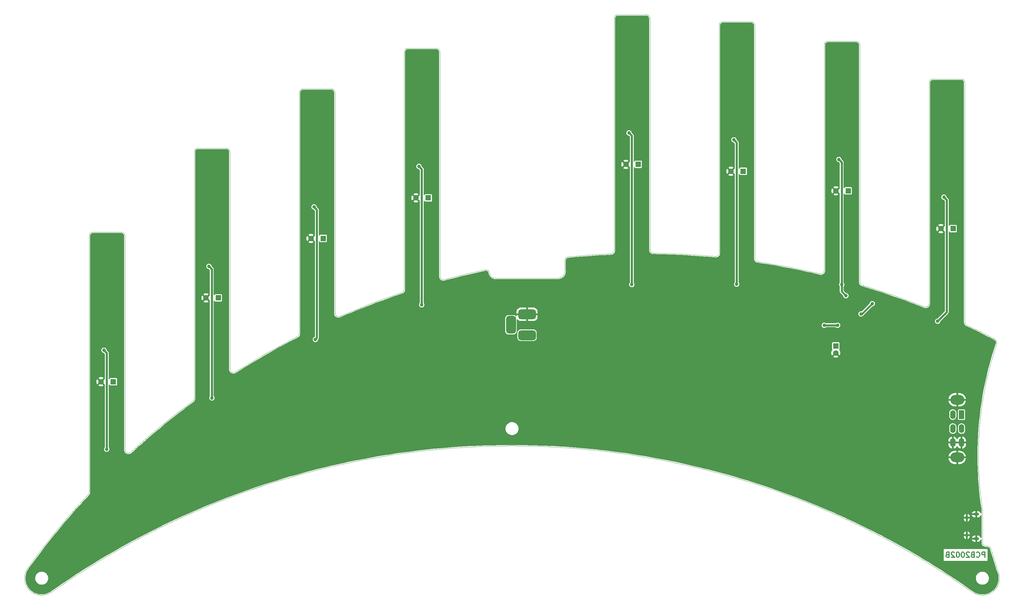
<source format=gbr>
%TF.GenerationSoftware,KiCad,Pcbnew,6.0.2-378541a8eb~116~ubuntu20.04.1*%
%TF.CreationDate,2022-03-06T19:09:13-08:00*%
%TF.ProjectId,menorah555_main,6d656e6f-7261-4683-9535-355f6d61696e,B*%
%TF.SameCoordinates,Original*%
%TF.FileFunction,Copper,L2,Bot*%
%TF.FilePolarity,Positive*%
%FSLAX46Y46*%
G04 Gerber Fmt 4.6, Leading zero omitted, Abs format (unit mm)*
G04 Created by KiCad (PCBNEW 6.0.2-378541a8eb~116~ubuntu20.04.1) date 2022-03-06 19:09:13*
%MOMM*%
%LPD*%
G01*
G04 APERTURE LIST*
G04 Aperture macros list*
%AMRoundRect*
0 Rectangle with rounded corners*
0 $1 Rounding radius*
0 $2 $3 $4 $5 $6 $7 $8 $9 X,Y pos of 4 corners*
0 Add a 4 corners polygon primitive as box body*
4,1,4,$2,$3,$4,$5,$6,$7,$8,$9,$2,$3,0*
0 Add four circle primitives for the rounded corners*
1,1,$1+$1,$2,$3*
1,1,$1+$1,$4,$5*
1,1,$1+$1,$6,$7*
1,1,$1+$1,$8,$9*
0 Add four rect primitives between the rounded corners*
20,1,$1+$1,$2,$3,$4,$5,0*
20,1,$1+$1,$4,$5,$6,$7,0*
20,1,$1+$1,$6,$7,$8,$9,0*
20,1,$1+$1,$8,$9,$2,$3,0*%
G04 Aperture macros list end*
%TA.AperFunction,Profile*%
%ADD10C,0.050000*%
%TD*%
%ADD11C,0.300000*%
%TA.AperFunction,NonConductor*%
%ADD12C,0.300000*%
%TD*%
%TA.AperFunction,ComponentPad*%
%ADD13R,1.600000X1.600000*%
%TD*%
%TA.AperFunction,ComponentPad*%
%ADD14C,1.600000*%
%TD*%
%TA.AperFunction,ComponentPad*%
%ADD15RoundRect,0.700000X-1.800000X0.700000X-1.800000X-0.700000X1.800000X-0.700000X1.800000X0.700000X0*%
%TD*%
%TA.AperFunction,ComponentPad*%
%ADD16RoundRect,0.700000X-0.700000X1.800000X-0.700000X-1.800000X0.700000X-1.800000X0.700000X1.800000X0*%
%TD*%
%TA.AperFunction,ComponentPad*%
%ADD17R,1.500000X2.500000*%
%TD*%
%TA.AperFunction,ComponentPad*%
%ADD18O,1.500000X2.500000*%
%TD*%
%TA.AperFunction,ComponentPad*%
%ADD19O,4.000000X2.800000*%
%TD*%
%TA.AperFunction,ComponentPad*%
%ADD20O,0.650000X1.300000*%
%TD*%
%TA.AperFunction,ComponentPad*%
%ADD21O,1.550000X0.775000*%
%TD*%
%TA.AperFunction,ViaPad*%
%ADD22C,1.000000*%
%TD*%
%TA.AperFunction,Conductor*%
%ADD23C,0.600000*%
%TD*%
G04 APERTURE END LIST*
D10*
X136400000Y-80000000D02*
G75*
G03*
X135400000Y-81000000I-1J-999999D01*
G01*
X175600000Y-69400000D02*
X175600000Y-133660000D01*
X85600000Y-122000000D02*
X85600000Y-183260000D01*
X85600000Y-122000000D02*
G75*
G03*
X84600000Y-121000000I-999999J1D01*
G01*
X76400000Y-121000000D02*
X84600000Y-121000000D01*
X76400000Y-121000000D02*
G75*
G03*
X75400000Y-122000000I-1J-999999D01*
G01*
X75400000Y-195370000D02*
X75400000Y-122000000D01*
X136400000Y-80000000D02*
X144600000Y-80000000D01*
X166400000Y-68400000D02*
G75*
G03*
X165400000Y-69400000I-1J-999999D01*
G01*
X165400000Y-137370000D02*
X165400000Y-69400000D01*
X115600000Y-98000000D02*
G75*
G03*
X114600000Y-97000000I-999999J1D01*
G01*
X166400000Y-68400000D02*
X174600000Y-68400000D01*
X115600000Y-98000000D02*
X115600000Y-160230000D01*
X145600000Y-81000000D02*
X145600000Y-144230000D01*
X175600000Y-69400000D02*
G75*
G03*
X174600000Y-68400000I-999999J1D01*
G01*
X105400000Y-168610000D02*
X105400000Y-98000000D01*
X135400000Y-150010000D02*
X135400000Y-81000000D01*
X106400000Y-97000000D02*
X114600000Y-97000000D01*
X145600000Y-81000000D02*
G75*
G03*
X144600000Y-80000000I-999999J1D01*
G01*
X106400000Y-97000000D02*
G75*
G03*
X105400000Y-98000000I-1J-999999D01*
G01*
X256400000Y-60800000D02*
G75*
G03*
X255400000Y-61800000I-1J-999999D01*
G01*
X295600000Y-67400000D02*
G75*
G03*
X294600000Y-66400000I-999999J1D01*
G01*
X256400000Y-60800000D02*
X264600000Y-60800000D01*
X285400000Y-131970000D02*
X285400000Y-67400000D01*
X255400000Y-126990000D02*
X255400000Y-61800000D01*
X325600000Y-78200000D02*
G75*
G03*
X324600000Y-77200000I-999999J1D01*
G01*
X295600000Y-67400000D02*
X295600000Y-135260000D01*
X265600000Y-61800000D02*
X265600000Y-128500000D01*
X316400000Y-77200000D02*
X324600000Y-77200000D01*
X265600000Y-61800000D02*
G75*
G03*
X264600000Y-60800000I-999999J1D01*
G01*
X315400000Y-141470000D02*
X315400000Y-78200000D01*
X316400000Y-77200000D02*
G75*
G03*
X315400000Y-78200000I-1J-999999D01*
G01*
X286400000Y-66400000D02*
X294600000Y-66400000D01*
X225400000Y-126220000D02*
X225400000Y-59800000D01*
X226400000Y-58800000D02*
G75*
G03*
X225400000Y-59800000I-1J-999999D01*
G01*
X226400000Y-58800000D02*
X234600000Y-58800000D01*
X235600000Y-59800000D02*
G75*
G03*
X234600000Y-58800000I-999999J1D01*
G01*
X235600000Y-59800000D02*
X235600000Y-126030000D01*
X325600000Y-78200000D02*
X325600000Y-146760000D01*
X286400000Y-66400000D02*
G75*
G03*
X285400000Y-67400000I-1J-999999D01*
G01*
X57820001Y-217140001D02*
G75*
G03*
X64760000Y-223900000I3975144J-2861404D01*
G01*
X64760000Y-223900000D02*
X64850309Y-223837228D01*
X327511852Y-223813089D02*
X327603497Y-223876946D01*
X333030000Y-211510000D02*
G75*
G03*
X335030000Y-217906000I95667512J26404099D01*
G01*
X331600000Y-210800000D02*
X332087372Y-210808006D01*
X333030001Y-211510000D02*
G75*
G03*
X332087372Y-210808006I-942667J-281929D01*
G01*
X189763573Y-132674026D02*
G75*
G03*
X191700000Y-134200000I1847626J352968D01*
G01*
X209300000Y-134200000D02*
G75*
G03*
X211300000Y-132200000I1J1999999D01*
G01*
X211300000Y-132200000D02*
X211291664Y-129122633D01*
X74841689Y-196355905D02*
G75*
G03*
X57820000Y-217140000I159055385J-147624881D01*
G01*
X104929919Y-169458048D02*
G75*
G03*
X105400000Y-168610000I-529915J848046D01*
G01*
X145600000Y-144230000D02*
G75*
G03*
X147022618Y-145136308I1000000J0D01*
G01*
X175600001Y-133660000D02*
G75*
G03*
X176925568Y-134605519I999999J-1D01*
G01*
X235600000Y-126030000D02*
G75*
G03*
X236634899Y-127029391I999999J-1D01*
G01*
X265600001Y-128500000D02*
G75*
G03*
X266392088Y-129478148I999999J-1D01*
G01*
X295600000Y-135260000D02*
G75*
G03*
X296341181Y-136225926I1000000J0D01*
G01*
X325599999Y-146760000D02*
G75*
G03*
X326209269Y-147680505I1000000J0D01*
G01*
X134929919Y-150858048D02*
G75*
G03*
X135400000Y-150010000I-529915J848046D01*
G01*
X164658819Y-138335925D02*
G75*
G03*
X165400000Y-137370000I-258821J965927D01*
G01*
X224573648Y-127204809D02*
G75*
G03*
X225400000Y-126220000I-173649J984809D01*
G01*
X254312844Y-127986195D02*
G75*
G03*
X255400000Y-126990000I87155J996196D01*
G01*
X284141181Y-132935926D02*
G75*
G03*
X285400000Y-131970000I258818J965927D01*
G01*
X313977382Y-142376308D02*
G75*
G03*
X315400000Y-141470000I422618J906308D01*
G01*
X87600000Y-183700000D02*
X87294658Y-183979340D01*
X75069131Y-196113145D02*
X74841689Y-196355905D01*
X104841866Y-169519312D02*
X104929919Y-169458048D01*
X134801847Y-150922131D02*
G75*
G03*
X117400000Y-160900000I99088026J-192977653D01*
G01*
X134929919Y-150858048D02*
X134801847Y-150922131D01*
X117400000Y-160900000D02*
X117229320Y-161007146D01*
X164398003Y-138414929D02*
G75*
G03*
X147100000Y-145100000I69471878J-205484773D01*
G01*
X164658819Y-138335926D02*
X164398003Y-138414929D01*
X147100000Y-145100000D02*
X147022618Y-145136308D01*
X188487912Y-131807078D02*
G75*
G03*
X177300000Y-134500000I43093575J-203621836D01*
G01*
X177300000Y-134500000D02*
X176925568Y-134605519D01*
X224310641Y-127212249D02*
G75*
G03*
X212200000Y-128100000I9201387J-208574882D01*
G01*
X224310641Y-127212249D02*
X224573648Y-127204808D01*
X253945960Y-127939407D02*
G75*
G03*
X236940000Y-127030000I-20075998J-215961356D01*
G01*
X236634899Y-127029391D02*
X236940000Y-127030000D01*
X253945960Y-127939407D02*
X254312844Y-127986195D01*
X283817199Y-132845881D02*
G75*
G03*
X266730000Y-129520000I-49947117J-211053672D01*
G01*
X266392088Y-129478148D02*
X266730000Y-129520000D01*
X283817199Y-132845881D02*
X284141181Y-132935926D01*
X313693401Y-142252243D02*
G75*
G03*
X296540000Y-136280000I-79823297J-201647453D01*
G01*
X296341181Y-136225926D02*
X296540000Y-136280000D01*
X313693401Y-142252243D02*
X313977382Y-142376308D01*
X334280000Y-151700000D02*
G75*
G03*
X326209269Y-147680505I-54259472J-98835073D01*
G01*
X330600000Y-208000000D02*
X330600000Y-209800000D01*
X334710000Y-152940000D02*
G75*
G03*
X334280000Y-151700000I-978203J355341D01*
G01*
X85600000Y-183260000D02*
G75*
G03*
X87294658Y-183979340I1000000J0D01*
G01*
X75069131Y-196113145D02*
G75*
G03*
X75400000Y-195370000I-669140J743149D01*
G01*
X330600000Y-209800000D02*
G75*
G03*
X331600000Y-210800000I999999J-1D01*
G01*
X334710000Y-152940000D02*
G75*
G03*
X330600000Y-200200000I94502379J-32027182D01*
G01*
X212200000Y-128100000D02*
G75*
G03*
X211291664Y-129122633I65243J-972674D01*
G01*
X327511852Y-223813089D02*
G75*
G03*
X64850309Y-223837228I-131313662J-186189469D01*
G01*
X327603497Y-223876946D02*
G75*
G03*
X335030000Y-217906000I2996503J3876946D01*
G01*
X115600000Y-160230000D02*
G75*
G03*
X117229320Y-161007146I1000000J0D01*
G01*
X104841866Y-169519312D02*
G75*
G03*
X87600000Y-183700000I128968223J-174380802D01*
G01*
X191700000Y-134200000D02*
X209300000Y-134200000D01*
X189763573Y-132674026D02*
G75*
G03*
X188487912Y-131807078I-995660J-93051D01*
G01*
X330600000Y-208000000D02*
X330600000Y-200200000D01*
D11*
D12*
X331290000Y-214018571D02*
X331290000Y-212518571D01*
X330718571Y-212518571D01*
X330575714Y-212590000D01*
X330504285Y-212661428D01*
X330432857Y-212804285D01*
X330432857Y-213018571D01*
X330504285Y-213161428D01*
X330575714Y-213232857D01*
X330718571Y-213304285D01*
X331290000Y-213304285D01*
X328932857Y-213875714D02*
X329004285Y-213947142D01*
X329218571Y-214018571D01*
X329361428Y-214018571D01*
X329575714Y-213947142D01*
X329718571Y-213804285D01*
X329790000Y-213661428D01*
X329861428Y-213375714D01*
X329861428Y-213161428D01*
X329790000Y-212875714D01*
X329718571Y-212732857D01*
X329575714Y-212590000D01*
X329361428Y-212518571D01*
X329218571Y-212518571D01*
X329004285Y-212590000D01*
X328932857Y-212661428D01*
X327790000Y-213232857D02*
X327575714Y-213304285D01*
X327504285Y-213375714D01*
X327432857Y-213518571D01*
X327432857Y-213732857D01*
X327504285Y-213875714D01*
X327575714Y-213947142D01*
X327718571Y-214018571D01*
X328290000Y-214018571D01*
X328290000Y-212518571D01*
X327790000Y-212518571D01*
X327647142Y-212590000D01*
X327575714Y-212661428D01*
X327504285Y-212804285D01*
X327504285Y-212947142D01*
X327575714Y-213090000D01*
X327647142Y-213161428D01*
X327790000Y-213232857D01*
X328290000Y-213232857D01*
X326861428Y-212661428D02*
X326790000Y-212590000D01*
X326647142Y-212518571D01*
X326290000Y-212518571D01*
X326147142Y-212590000D01*
X326075714Y-212661428D01*
X326004285Y-212804285D01*
X326004285Y-212947142D01*
X326075714Y-213161428D01*
X326932857Y-214018571D01*
X326004285Y-214018571D01*
X325075714Y-212518571D02*
X324932857Y-212518571D01*
X324790000Y-212590000D01*
X324718571Y-212661428D01*
X324647142Y-212804285D01*
X324575714Y-213090000D01*
X324575714Y-213447142D01*
X324647142Y-213732857D01*
X324718571Y-213875714D01*
X324790000Y-213947142D01*
X324932857Y-214018571D01*
X325075714Y-214018571D01*
X325218571Y-213947142D01*
X325290000Y-213875714D01*
X325361428Y-213732857D01*
X325432857Y-213447142D01*
X325432857Y-213090000D01*
X325361428Y-212804285D01*
X325290000Y-212661428D01*
X325218571Y-212590000D01*
X325075714Y-212518571D01*
X323647142Y-212518571D02*
X323504285Y-212518571D01*
X323361428Y-212590000D01*
X323290000Y-212661428D01*
X323218571Y-212804285D01*
X323147142Y-213090000D01*
X323147142Y-213447142D01*
X323218571Y-213732857D01*
X323290000Y-213875714D01*
X323361428Y-213947142D01*
X323504285Y-214018571D01*
X323647142Y-214018571D01*
X323790000Y-213947142D01*
X323861428Y-213875714D01*
X323932857Y-213732857D01*
X324004285Y-213447142D01*
X324004285Y-213090000D01*
X323932857Y-212804285D01*
X323861428Y-212661428D01*
X323790000Y-212590000D01*
X323647142Y-212518571D01*
X322575714Y-212661428D02*
X322504285Y-212590000D01*
X322361428Y-212518571D01*
X322004285Y-212518571D01*
X321861428Y-212590000D01*
X321790000Y-212661428D01*
X321718571Y-212804285D01*
X321718571Y-212947142D01*
X321790000Y-213161428D01*
X322647142Y-214018571D01*
X321718571Y-214018571D01*
X320575714Y-213232857D02*
X320361428Y-213304285D01*
X320290000Y-213375714D01*
X320218571Y-213518571D01*
X320218571Y-213732857D01*
X320290000Y-213875714D01*
X320361428Y-213947142D01*
X320504285Y-214018571D01*
X321075714Y-214018571D01*
X321075714Y-212518571D01*
X320575714Y-212518571D01*
X320432857Y-212590000D01*
X320361428Y-212661428D01*
X320290000Y-212804285D01*
X320290000Y-212947142D01*
X320361428Y-213090000D01*
X320432857Y-213161428D01*
X320575714Y-213232857D01*
X321075714Y-213232857D01*
D13*
%TO.P,C18,1*%
%TO.N,Net-(C18-Pad1)*%
X288720000Y-153570000D03*
D14*
%TO.P,C18,2*%
%TO.N,GND*%
X288720000Y-155570000D03*
%TD*%
D15*
%TO.P,J2,1*%
%TO.N,Net-(D10-Pad2)*%
X200500000Y-150500000D03*
%TO.P,J2,2*%
%TO.N,GND*%
X200500000Y-144500000D03*
D16*
%TO.P,J2,3*%
%TO.N,unconnected-(J2-Pad3)*%
X195900000Y-147500000D03*
%TD*%
D17*
%TO.P,SW9,1,A*%
%TO.N,/V5_IN*%
X324650000Y-173200000D03*
D18*
%TO.P,SW9,2,B*%
%TO.N,+5V*%
X324650000Y-177200000D03*
%TO.P,SW9,3,C*%
%TO.N,GND*%
X324650000Y-181200000D03*
%TO.P,SW9,4,A*%
%TO.N,/V5_IN*%
X322150000Y-173200000D03*
%TO.P,SW9,5,B*%
%TO.N,+5V*%
X322150000Y-177200000D03*
%TO.P,SW9,6,C*%
%TO.N,GND*%
X322150000Y-181200000D03*
D19*
%TO.P,SW9,M,M*%
X323400000Y-185450000D03*
X323400000Y-168950000D03*
%TD*%
D13*
%TO.P,C9,1*%
%TO.N,+5V*%
X82250000Y-163800000D03*
D14*
%TO.P,C9,2*%
%TO.N,GND*%
X78750000Y-163800000D03*
%TD*%
D13*
%TO.P,C12,1*%
%TO.N,+5V*%
X172250000Y-111200000D03*
D14*
%TO.P,C12,2*%
%TO.N,GND*%
X168750000Y-111200000D03*
%TD*%
D13*
%TO.P,C10,1*%
%TO.N,+5V*%
X112250000Y-139800000D03*
D14*
%TO.P,C10,2*%
%TO.N,GND*%
X108750000Y-139800000D03*
%TD*%
D13*
%TO.P,C11,1*%
%TO.N,+5V*%
X142250000Y-122800000D03*
D14*
%TO.P,C11,2*%
%TO.N,GND*%
X138750000Y-122800000D03*
%TD*%
D13*
%TO.P,C15,1*%
%TO.N,+5V*%
X292250000Y-109200000D03*
D14*
%TO.P,C15,2*%
%TO.N,GND*%
X288750000Y-109200000D03*
%TD*%
D13*
%TO.P,C14,1*%
%TO.N,+5V*%
X262250000Y-103600000D03*
D14*
%TO.P,C14,2*%
%TO.N,GND*%
X258750000Y-103600000D03*
%TD*%
D13*
%TO.P,C16,1*%
%TO.N,+5V*%
X322250000Y-120000000D03*
D14*
%TO.P,C16,2*%
%TO.N,GND*%
X318750000Y-120000000D03*
%TD*%
D13*
%TO.P,C13,1*%
%TO.N,+5V*%
X232250000Y-101600000D03*
D14*
%TO.P,C13,2*%
%TO.N,GND*%
X228750000Y-101600000D03*
%TD*%
D20*
%TO.P,J1,S1,Shield*%
%TO.N,GND*%
X326150000Y-207700000D03*
%TO.P,J1,S2,Shield*%
X326150000Y-202700000D03*
D21*
%TO.P,J1,S3,Shield*%
X328850000Y-208700000D03*
%TO.P,J1,S6,Shield*%
X328850000Y-201700000D03*
%TD*%
D22*
%TO.N,GND*%
X170000000Y-83000000D03*
X174400000Y-115400000D03*
X84400000Y-168000000D03*
X84200000Y-135400000D03*
X106600000Y-98200000D03*
X144400000Y-127000000D03*
X144200000Y-94400000D03*
X110100000Y-111800000D03*
X136600000Y-81300000D03*
X140100000Y-94900000D03*
X141224000Y-106426000D03*
X81000000Y-148000000D03*
X174200000Y-82800000D03*
X76800000Y-168000000D03*
X114400000Y-144000000D03*
X166800000Y-115400000D03*
X114200000Y-111400000D03*
X76600000Y-122200000D03*
X111490000Y-123530000D03*
X136800000Y-127000000D03*
X170942000Y-94742000D03*
X80100000Y-135700000D03*
X106800000Y-144000000D03*
X166700000Y-69600000D03*
X316600000Y-78400000D03*
X256800000Y-107800000D03*
X230200000Y-73700000D03*
X321056000Y-103378000D03*
X286800000Y-113400000D03*
X261112000Y-86868000D03*
X226600000Y-59900000D03*
X264200000Y-75200000D03*
X316800000Y-124200000D03*
X264400000Y-107800000D03*
X226800000Y-105800000D03*
X324200000Y-91600000D03*
X231000000Y-84836000D03*
X291000000Y-92456000D03*
X290300000Y-81300000D03*
X286600000Y-67600000D03*
X260100000Y-75500000D03*
X294200000Y-80800000D03*
X294400000Y-113400000D03*
X256700000Y-62000000D03*
X234200000Y-73200000D03*
X234400000Y-105800000D03*
X324400000Y-124200000D03*
X320300000Y-92400000D03*
X228100000Y-133200000D03*
X323900000Y-144200000D03*
X216900000Y-133300000D03*
X258700000Y-133100000D03*
X303700000Y-147300000D03*
X62500000Y-215500000D03*
X230600000Y-140200000D03*
X264200000Y-133100000D03*
X291200000Y-143400000D03*
X174100000Y-139200000D03*
X318600000Y-173300000D03*
X259700000Y-140200000D03*
X331500000Y-216000000D03*
X216200000Y-137400000D03*
X114000000Y-163900000D03*
X324200000Y-203850000D03*
X205300000Y-138500000D03*
X144200000Y-145400000D03*
X316900000Y-143200000D03*
X170300000Y-144100000D03*
X320400000Y-147400000D03*
X234500000Y-133200000D03*
X141400000Y-152900000D03*
X119000000Y-167700000D03*
X168600000Y-139100000D03*
X293700000Y-133900000D03*
X288500000Y-133200000D03*
X108400000Y-164700000D03*
X138700000Y-148400000D03*
X290700000Y-150700000D03*
%TO.N,+5V*%
X289225000Y-147640000D03*
X285415000Y-147640000D03*
X295900000Y-144400000D03*
X299141416Y-141458584D03*
%TO.N,/RST_N*%
X169600000Y-102200000D03*
X109600000Y-130800000D03*
X139600000Y-113800000D03*
X79600000Y-154800000D03*
X229600000Y-92600000D03*
X289600000Y-100200000D03*
X259600000Y-94600000D03*
X319600000Y-111000000D03*
X80400000Y-183100000D03*
X170400000Y-141812495D03*
X230400000Y-136000000D03*
X317800000Y-146500000D03*
X110442463Y-168442463D03*
X260400000Y-135900000D03*
X140000000Y-151700000D03*
X290400000Y-136000000D03*
X291600000Y-139200000D03*
%TD*%
D23*
%TO.N,+5V*%
X285415000Y-147640000D02*
X289225000Y-147640000D01*
X296200000Y-144400000D02*
X299141416Y-141458584D01*
X295900000Y-144400000D02*
X296200000Y-144400000D01*
%TO.N,/RST_N*%
X79600000Y-154800000D02*
X80400000Y-155600000D01*
X109600000Y-130800000D02*
X110400000Y-131600000D01*
X139600000Y-113800000D02*
X140400000Y-114600000D01*
X289600000Y-100200000D02*
X290400000Y-101000000D01*
X290400000Y-101000000D02*
X290400000Y-133400002D01*
X140400000Y-114600000D02*
X140400000Y-144900000D01*
X260400000Y-95400000D02*
X259600000Y-94600000D01*
X320400000Y-111800000D02*
X320400000Y-143900000D01*
X140400000Y-151300000D02*
X140400000Y-145300000D01*
X140000000Y-151700000D02*
X140400000Y-151300000D01*
X230400000Y-93400000D02*
X229600000Y-92600000D01*
X170400000Y-103000000D02*
X169600000Y-102200000D01*
X110400000Y-160800000D02*
X110400000Y-168400000D01*
X170400000Y-141800000D02*
X170400000Y-103000000D01*
X319600000Y-111000000D02*
X320400000Y-111800000D01*
X230400000Y-132500000D02*
X230400000Y-136000000D01*
X230400000Y-132500000D02*
X230400000Y-130300000D01*
X320400000Y-143900000D02*
X317800000Y-146500000D01*
X290400000Y-138000000D02*
X291600000Y-139200000D01*
X260400000Y-135800000D02*
X260400000Y-95400000D01*
X290400000Y-133400002D02*
X290400000Y-136000000D01*
X110400000Y-168400000D02*
X110442463Y-168442463D01*
X80400000Y-155600000D02*
X80400000Y-183100000D01*
X140400000Y-145300000D02*
X140400000Y-144900000D01*
X110400000Y-131600000D02*
X110400000Y-160800000D01*
X290400000Y-136000000D02*
X290400000Y-138000000D01*
X230400000Y-130300000D02*
X230400000Y-93400000D01*
%TD*%
%TA.AperFunction,Conductor*%
%TO.N,GND*%
G36*
X234587153Y-59056421D02*
G01*
X234600000Y-59058976D01*
X234612172Y-59056555D01*
X234619754Y-59056555D01*
X234632104Y-59057162D01*
X234733188Y-59067118D01*
X234757408Y-59071935D01*
X234873617Y-59107187D01*
X234896418Y-59116631D01*
X235003517Y-59173876D01*
X235024047Y-59187594D01*
X235117909Y-59264626D01*
X235135374Y-59282091D01*
X235212406Y-59375953D01*
X235226124Y-59396483D01*
X235283369Y-59503582D01*
X235292813Y-59526383D01*
X235328065Y-59642592D01*
X235332882Y-59666812D01*
X235342838Y-59767896D01*
X235343445Y-59780246D01*
X235343445Y-59787828D01*
X235341024Y-59800000D01*
X235343445Y-59812170D01*
X235343579Y-59812844D01*
X235346000Y-59837425D01*
X235346000Y-125992575D01*
X235343579Y-126017153D01*
X235341024Y-126030000D01*
X235342529Y-126037564D01*
X235351103Y-126144141D01*
X235357207Y-126220000D01*
X235358103Y-126231143D01*
X235406238Y-126427112D01*
X235408213Y-126431764D01*
X235408214Y-126431768D01*
X235465459Y-126566628D01*
X235485085Y-126612863D01*
X235592615Y-126783620D01*
X235726064Y-126934987D01*
X235881996Y-127063072D01*
X236056401Y-127164578D01*
X236129057Y-127192468D01*
X236240067Y-127235081D01*
X236240071Y-127235082D01*
X236244791Y-127236894D01*
X236249741Y-127237928D01*
X236249744Y-127237929D01*
X236437369Y-127277126D01*
X236437373Y-127277126D01*
X236442320Y-127278160D01*
X236612422Y-127285884D01*
X236625823Y-127286493D01*
X236636328Y-127286970D01*
X236643937Y-127288209D01*
X236656016Y-127285365D01*
X236665370Y-127285038D01*
X236678907Y-127283479D01*
X236812251Y-127283745D01*
X236899731Y-127283920D01*
X236922338Y-127286331D01*
X236924201Y-127286357D01*
X236936334Y-127288950D01*
X236948534Y-127286702D01*
X236948924Y-127286708D01*
X236973491Y-127284708D01*
X237989495Y-127304792D01*
X239365804Y-127331999D01*
X239367217Y-127332034D01*
X241795394Y-127407295D01*
X241796807Y-127407347D01*
X244223901Y-127509844D01*
X244225313Y-127509912D01*
X246163859Y-127613576D01*
X246651021Y-127639628D01*
X246652415Y-127639710D01*
X249076625Y-127796641D01*
X249078011Y-127796738D01*
X251500313Y-127980860D01*
X251501683Y-127980971D01*
X251849253Y-128011316D01*
X253885497Y-128189091D01*
X253909701Y-128193697D01*
X253910094Y-128193734D01*
X253921989Y-128197271D01*
X253934330Y-128195987D01*
X253942642Y-128196760D01*
X253957460Y-128196931D01*
X254251105Y-128234379D01*
X254270418Y-128238399D01*
X254290273Y-128244186D01*
X254296211Y-128243536D01*
X254307664Y-128243586D01*
X254349184Y-128243767D01*
X254498725Y-128244419D01*
X254704410Y-128210921D01*
X254901745Y-128143935D01*
X255085318Y-128045297D01*
X255250093Y-127917714D01*
X255391552Y-127764685D01*
X255410185Y-127736266D01*
X255502944Y-127594784D01*
X255505813Y-127590408D01*
X255586064Y-127408025D01*
X255587639Y-127404446D01*
X255589744Y-127399662D01*
X255641041Y-127197679D01*
X255657812Y-126995854D01*
X255658976Y-126990000D01*
X255656421Y-126977153D01*
X255654000Y-126952575D01*
X255654000Y-104686062D01*
X258028493Y-104686062D01*
X258037789Y-104698077D01*
X258088994Y-104733931D01*
X258098489Y-104739414D01*
X258295947Y-104831490D01*
X258306239Y-104835236D01*
X258516688Y-104891625D01*
X258527481Y-104893528D01*
X258744525Y-104912517D01*
X258755475Y-104912517D01*
X258972519Y-104893528D01*
X258983312Y-104891625D01*
X259193761Y-104835236D01*
X259204053Y-104831490D01*
X259401511Y-104739414D01*
X259411006Y-104733931D01*
X259463048Y-104697491D01*
X259471424Y-104687012D01*
X259464356Y-104673566D01*
X258762812Y-103972022D01*
X258748868Y-103964408D01*
X258747035Y-103964539D01*
X258740420Y-103968790D01*
X258034923Y-104674287D01*
X258028493Y-104686062D01*
X255654000Y-104686062D01*
X255654000Y-103605475D01*
X257437483Y-103605475D01*
X257456472Y-103822519D01*
X257458375Y-103833312D01*
X257514764Y-104043761D01*
X257518510Y-104054053D01*
X257610586Y-104251511D01*
X257616069Y-104261006D01*
X257652509Y-104313048D01*
X257662988Y-104321424D01*
X257676434Y-104314356D01*
X258377978Y-103612812D01*
X258385592Y-103598868D01*
X258385461Y-103597035D01*
X258381210Y-103590420D01*
X257675713Y-102884923D01*
X257663938Y-102878493D01*
X257651923Y-102887789D01*
X257616069Y-102938994D01*
X257610586Y-102948489D01*
X257518510Y-103145947D01*
X257514764Y-103156239D01*
X257458375Y-103366688D01*
X257456472Y-103377481D01*
X257437483Y-103594525D01*
X257437483Y-103605475D01*
X255654000Y-103605475D01*
X255654000Y-102512988D01*
X258028576Y-102512988D01*
X258035644Y-102526434D01*
X258737188Y-103227978D01*
X258751132Y-103235592D01*
X258752965Y-103235461D01*
X258759580Y-103231210D01*
X259465077Y-102525713D01*
X259471507Y-102513938D01*
X259462211Y-102501923D01*
X259411006Y-102466069D01*
X259401511Y-102460586D01*
X259204053Y-102368510D01*
X259193761Y-102364764D01*
X258983312Y-102308375D01*
X258972519Y-102306472D01*
X258755475Y-102287483D01*
X258744525Y-102287483D01*
X258527481Y-102306472D01*
X258516688Y-102308375D01*
X258306239Y-102364764D01*
X258295947Y-102368510D01*
X258098489Y-102460586D01*
X258088994Y-102466069D01*
X258036952Y-102502509D01*
X258028576Y-102512988D01*
X255654000Y-102512988D01*
X255654000Y-94589399D01*
X258840800Y-94589399D01*
X258857318Y-94757862D01*
X258910748Y-94918479D01*
X258914397Y-94924504D01*
X258974391Y-95023565D01*
X258998435Y-95063267D01*
X259003326Y-95068332D01*
X259003327Y-95068333D01*
X259037171Y-95103379D01*
X259116021Y-95185031D01*
X259257660Y-95277717D01*
X259416315Y-95336720D01*
X259423296Y-95337651D01*
X259423298Y-95337652D01*
X259466122Y-95343366D01*
X259531241Y-95352055D01*
X259596117Y-95380889D01*
X259603671Y-95387852D01*
X259808595Y-95592776D01*
X259842621Y-95655088D01*
X259845500Y-95681871D01*
X259845500Y-102811520D01*
X259825498Y-102879641D01*
X259808595Y-102900615D01*
X259122022Y-103587188D01*
X259114408Y-103601132D01*
X259114539Y-103602965D01*
X259118790Y-103609580D01*
X259808595Y-104299385D01*
X259842621Y-104361697D01*
X259845500Y-104388480D01*
X259845500Y-135334933D01*
X259825498Y-135403054D01*
X259817143Y-135414568D01*
X259816634Y-135415192D01*
X259811605Y-135420117D01*
X259719909Y-135562400D01*
X259717498Y-135569025D01*
X259664425Y-135714840D01*
X259664424Y-135714845D01*
X259662015Y-135721463D01*
X259640800Y-135889399D01*
X259657318Y-136057862D01*
X259710748Y-136218479D01*
X259714397Y-136224504D01*
X259792178Y-136352935D01*
X259798435Y-136363267D01*
X259803326Y-136368332D01*
X259803327Y-136368333D01*
X259827062Y-136392911D01*
X259916021Y-136485031D01*
X260057660Y-136577717D01*
X260216315Y-136636720D01*
X260223296Y-136637651D01*
X260223298Y-136637652D01*
X260377118Y-136658176D01*
X260377122Y-136658176D01*
X260384099Y-136659107D01*
X260391110Y-136658469D01*
X260391114Y-136658469D01*
X260545652Y-136644405D01*
X260552673Y-136643766D01*
X260713659Y-136591458D01*
X260832989Y-136520323D01*
X260853004Y-136508392D01*
X260853006Y-136508391D01*
X260859056Y-136504784D01*
X260981638Y-136388052D01*
X260985539Y-136382181D01*
X261071410Y-136252935D01*
X261071411Y-136252933D01*
X261075311Y-136247063D01*
X261135420Y-136088824D01*
X261149393Y-135989399D01*
X261158427Y-135925123D01*
X261158427Y-135925118D01*
X261158978Y-135921200D01*
X261159274Y-135900000D01*
X261140406Y-135731784D01*
X261084738Y-135571929D01*
X260995038Y-135428379D01*
X260990074Y-135423381D01*
X260985698Y-135417859D01*
X260986992Y-135416834D01*
X260957286Y-135361971D01*
X260954500Y-135335623D01*
X260954500Y-104492773D01*
X260974502Y-104424652D01*
X261028158Y-104378159D01*
X261098432Y-104368055D01*
X261163012Y-104397549D01*
X261201396Y-104457275D01*
X261204079Y-104468193D01*
X261210266Y-104499301D01*
X261266516Y-104583484D01*
X261350699Y-104639734D01*
X261424933Y-104654500D01*
X262249866Y-104654500D01*
X263075066Y-104654499D01*
X263110818Y-104647388D01*
X263137126Y-104642156D01*
X263137128Y-104642155D01*
X263149301Y-104639734D01*
X263159621Y-104632839D01*
X263159622Y-104632838D01*
X263223168Y-104590377D01*
X263233484Y-104583484D01*
X263289734Y-104499301D01*
X263304500Y-104425067D01*
X263304499Y-102774934D01*
X263296344Y-102733931D01*
X263292156Y-102712874D01*
X263292155Y-102712872D01*
X263289734Y-102700699D01*
X263282243Y-102689487D01*
X263240377Y-102626832D01*
X263233484Y-102616516D01*
X263149301Y-102560266D01*
X263075067Y-102545500D01*
X262250134Y-102545500D01*
X261424934Y-102545501D01*
X261389182Y-102552612D01*
X261362874Y-102557844D01*
X261362872Y-102557845D01*
X261350699Y-102560266D01*
X261340379Y-102567161D01*
X261340378Y-102567162D01*
X261315951Y-102583484D01*
X261266516Y-102616516D01*
X261210266Y-102700699D01*
X261206837Y-102717937D01*
X261204079Y-102731803D01*
X261171171Y-102794713D01*
X261109476Y-102829845D01*
X261038582Y-102826045D01*
X260980996Y-102784519D01*
X260955001Y-102718452D01*
X260954500Y-102707222D01*
X260954500Y-95415065D01*
X260954611Y-95409789D01*
X260956869Y-95355910D01*
X260957229Y-95347326D01*
X260955268Y-95338964D01*
X260955267Y-95338958D01*
X260947211Y-95304613D01*
X260945050Y-95292960D01*
X260939095Y-95249482D01*
X260935682Y-95241595D01*
X260935681Y-95241592D01*
X260933047Y-95235505D01*
X260926013Y-95214239D01*
X260924498Y-95207780D01*
X260922537Y-95199417D01*
X260901397Y-95160963D01*
X260896182Y-95150317D01*
X260882170Y-95117937D01*
X260882168Y-95117933D01*
X260878758Y-95110054D01*
X260869179Y-95098225D01*
X260856688Y-95079637D01*
X260849348Y-95066285D01*
X260842290Y-95058109D01*
X260817547Y-95033366D01*
X260808721Y-95023565D01*
X260788556Y-94998662D01*
X260788553Y-94998659D01*
X260783150Y-94991987D01*
X260767636Y-94980962D01*
X260751536Y-94967355D01*
X260387329Y-94603148D01*
X260353303Y-94540836D01*
X260351209Y-94528098D01*
X260341191Y-94438787D01*
X260340406Y-94431784D01*
X260334506Y-94414840D01*
X260322516Y-94380412D01*
X260284738Y-94271929D01*
X260195038Y-94128379D01*
X260075764Y-94008269D01*
X259932844Y-93917569D01*
X259905442Y-93907812D01*
X259780016Y-93863149D01*
X259780011Y-93863148D01*
X259773381Y-93860787D01*
X259766395Y-93859954D01*
X259766391Y-93859953D01*
X259647287Y-93845751D01*
X259605301Y-93840745D01*
X259598298Y-93841481D01*
X259598297Y-93841481D01*
X259443965Y-93857701D01*
X259443961Y-93857702D01*
X259436957Y-93858438D01*
X259430286Y-93860709D01*
X259283387Y-93910717D01*
X259283384Y-93910718D01*
X259276717Y-93912988D01*
X259270719Y-93916678D01*
X259270717Y-93916679D01*
X259138543Y-93997993D01*
X259138541Y-93997995D01*
X259132544Y-94001684D01*
X259011605Y-94120117D01*
X258919909Y-94262400D01*
X258917498Y-94269025D01*
X258864425Y-94414840D01*
X258864424Y-94414845D01*
X258862015Y-94421463D01*
X258840800Y-94589399D01*
X255654000Y-94589399D01*
X255654000Y-61837425D01*
X255656421Y-61812844D01*
X255656555Y-61812170D01*
X255658976Y-61800000D01*
X255656555Y-61787828D01*
X255656555Y-61780246D01*
X255657162Y-61767896D01*
X255667118Y-61666812D01*
X255671935Y-61642592D01*
X255707187Y-61526383D01*
X255716631Y-61503582D01*
X255773876Y-61396483D01*
X255787594Y-61375953D01*
X255864626Y-61282091D01*
X255882091Y-61264626D01*
X255975953Y-61187594D01*
X255996483Y-61173876D01*
X256103582Y-61116631D01*
X256126383Y-61107187D01*
X256242592Y-61071935D01*
X256266812Y-61067118D01*
X256367896Y-61057162D01*
X256380246Y-61056555D01*
X256387828Y-61056555D01*
X256400000Y-61058976D01*
X256412847Y-61056421D01*
X256437425Y-61054000D01*
X264562575Y-61054000D01*
X264587153Y-61056421D01*
X264600000Y-61058976D01*
X264612172Y-61056555D01*
X264619754Y-61056555D01*
X264632104Y-61057162D01*
X264733188Y-61067118D01*
X264757408Y-61071935D01*
X264873617Y-61107187D01*
X264896418Y-61116631D01*
X265003517Y-61173876D01*
X265024047Y-61187594D01*
X265117909Y-61264626D01*
X265135374Y-61282091D01*
X265212406Y-61375953D01*
X265226124Y-61396483D01*
X265283369Y-61503582D01*
X265292813Y-61526383D01*
X265328065Y-61642592D01*
X265332882Y-61666812D01*
X265342838Y-61767896D01*
X265343445Y-61780246D01*
X265343445Y-61787828D01*
X265341024Y-61800000D01*
X265343445Y-61812170D01*
X265343579Y-61812844D01*
X265346000Y-61837425D01*
X265346000Y-128462575D01*
X265343579Y-128487153D01*
X265341024Y-128500000D01*
X265343384Y-128511865D01*
X265343445Y-128512670D01*
X265343445Y-128515698D01*
X265343959Y-128519454D01*
X265356843Y-128689489D01*
X265399591Y-128874652D01*
X265401347Y-128879073D01*
X265401348Y-128879075D01*
X265458742Y-129023541D01*
X265469753Y-129051258D01*
X265472156Y-129055364D01*
X265472158Y-129055369D01*
X265530210Y-129154581D01*
X265565725Y-129215276D01*
X265685316Y-129362960D01*
X265688834Y-129366164D01*
X265688835Y-129366166D01*
X265822275Y-129487729D01*
X265822280Y-129487733D01*
X265825796Y-129490936D01*
X265983956Y-129596283D01*
X265988265Y-129598292D01*
X265988268Y-129598294D01*
X266151862Y-129674579D01*
X266151866Y-129674581D01*
X266156184Y-129676594D01*
X266319829Y-129724551D01*
X266323399Y-129725836D01*
X266326362Y-129726466D01*
X266327131Y-129726691D01*
X266338244Y-129731465D01*
X266367812Y-129731852D01*
X266381651Y-129732796D01*
X266656140Y-129766793D01*
X266672642Y-129770759D01*
X266679097Y-129771748D01*
X266690763Y-129775986D01*
X266703159Y-129775437D01*
X266703584Y-129775502D01*
X266728142Y-129776897D01*
X268162345Y-130005156D01*
X269144471Y-130161466D01*
X269145897Y-130161701D01*
X270043845Y-130315192D01*
X271593630Y-130580105D01*
X271594969Y-130580342D01*
X272814060Y-130803148D01*
X274037661Y-131026778D01*
X274039081Y-131027046D01*
X276476448Y-131501459D01*
X276477865Y-131501743D01*
X276896377Y-131588196D01*
X278909776Y-132004109D01*
X278911059Y-132004382D01*
X280613441Y-132376456D01*
X281336906Y-132534577D01*
X281338316Y-132534893D01*
X283722565Y-133084720D01*
X283745864Y-133092641D01*
X283746273Y-133092738D01*
X283757558Y-133097896D01*
X283769959Y-133098343D01*
X283779748Y-133100660D01*
X283792410Y-133102620D01*
X284038816Y-133171104D01*
X284060801Y-133179494D01*
X284063026Y-133180591D01*
X284074153Y-133186078D01*
X284080131Y-133186470D01*
X284106188Y-133191171D01*
X284275228Y-133221669D01*
X284275234Y-133221670D01*
X284280391Y-133222600D01*
X284489766Y-133225092D01*
X284580775Y-133210899D01*
X284691470Y-133193637D01*
X284691475Y-133193636D01*
X284696655Y-133192828D01*
X284843483Y-133143959D01*
X284890345Y-133128362D01*
X284890347Y-133128361D01*
X284895329Y-133126703D01*
X284899966Y-133124242D01*
X284899971Y-133124240D01*
X285075650Y-133031008D01*
X285075652Y-133031007D01*
X285080287Y-133028547D01*
X285246407Y-132901079D01*
X285389089Y-132747828D01*
X285504381Y-132573038D01*
X285589092Y-132381549D01*
X285640876Y-132178664D01*
X285642234Y-132162406D01*
X285648311Y-132089616D01*
X285657808Y-131975874D01*
X285658976Y-131970000D01*
X285656421Y-131957153D01*
X285654000Y-131932575D01*
X285654000Y-110286062D01*
X288028493Y-110286062D01*
X288037789Y-110298077D01*
X288088994Y-110333931D01*
X288098489Y-110339414D01*
X288295947Y-110431490D01*
X288306239Y-110435236D01*
X288516688Y-110491625D01*
X288527481Y-110493528D01*
X288744525Y-110512517D01*
X288755475Y-110512517D01*
X288972519Y-110493528D01*
X288983312Y-110491625D01*
X289193761Y-110435236D01*
X289204053Y-110431490D01*
X289401511Y-110339414D01*
X289411006Y-110333931D01*
X289463048Y-110297491D01*
X289471424Y-110287012D01*
X289464356Y-110273566D01*
X288762812Y-109572022D01*
X288748868Y-109564408D01*
X288747035Y-109564539D01*
X288740420Y-109568790D01*
X288034923Y-110274287D01*
X288028493Y-110286062D01*
X285654000Y-110286062D01*
X285654000Y-109205475D01*
X287437483Y-109205475D01*
X287456472Y-109422519D01*
X287458375Y-109433312D01*
X287514764Y-109643761D01*
X287518510Y-109654053D01*
X287610586Y-109851511D01*
X287616069Y-109861006D01*
X287652509Y-109913048D01*
X287662988Y-109921424D01*
X287676434Y-109914356D01*
X288377978Y-109212812D01*
X288385592Y-109198868D01*
X288385461Y-109197035D01*
X288381210Y-109190420D01*
X287675713Y-108484923D01*
X287663938Y-108478493D01*
X287651923Y-108487789D01*
X287616069Y-108538994D01*
X287610586Y-108548489D01*
X287518510Y-108745947D01*
X287514764Y-108756239D01*
X287458375Y-108966688D01*
X287456472Y-108977481D01*
X287437483Y-109194525D01*
X287437483Y-109205475D01*
X285654000Y-109205475D01*
X285654000Y-108112988D01*
X288028576Y-108112988D01*
X288035644Y-108126434D01*
X288737188Y-108827978D01*
X288751132Y-108835592D01*
X288752965Y-108835461D01*
X288759580Y-108831210D01*
X289465077Y-108125713D01*
X289471507Y-108113938D01*
X289462211Y-108101923D01*
X289411006Y-108066069D01*
X289401511Y-108060586D01*
X289204053Y-107968510D01*
X289193761Y-107964764D01*
X288983312Y-107908375D01*
X288972519Y-107906472D01*
X288755475Y-107887483D01*
X288744525Y-107887483D01*
X288527481Y-107906472D01*
X288516688Y-107908375D01*
X288306239Y-107964764D01*
X288295947Y-107968510D01*
X288098489Y-108060586D01*
X288088994Y-108066069D01*
X288036952Y-108102509D01*
X288028576Y-108112988D01*
X285654000Y-108112988D01*
X285654000Y-100189399D01*
X288840800Y-100189399D01*
X288857318Y-100357862D01*
X288910748Y-100518479D01*
X288914397Y-100524504D01*
X288974391Y-100623565D01*
X288998435Y-100663267D01*
X289003326Y-100668332D01*
X289003327Y-100668333D01*
X289034583Y-100700699D01*
X289116021Y-100785031D01*
X289257660Y-100877717D01*
X289416315Y-100936720D01*
X289423296Y-100937651D01*
X289423298Y-100937652D01*
X289466122Y-100943366D01*
X289531241Y-100952055D01*
X289596117Y-100980889D01*
X289603671Y-100987852D01*
X289808595Y-101192776D01*
X289842621Y-101255088D01*
X289845500Y-101281871D01*
X289845500Y-108411520D01*
X289825498Y-108479641D01*
X289808595Y-108500615D01*
X289122022Y-109187188D01*
X289114408Y-109201132D01*
X289114539Y-109202965D01*
X289118790Y-109209580D01*
X289808595Y-109899385D01*
X289842621Y-109961697D01*
X289845500Y-109988480D01*
X289845500Y-135434933D01*
X289825498Y-135503054D01*
X289817143Y-135514568D01*
X289816634Y-135515192D01*
X289811605Y-135520117D01*
X289719909Y-135662400D01*
X289717498Y-135669025D01*
X289664425Y-135814840D01*
X289664424Y-135814845D01*
X289662015Y-135821463D01*
X289640800Y-135989399D01*
X289657318Y-136157862D01*
X289710748Y-136318479D01*
X289798435Y-136463267D01*
X289803326Y-136468332D01*
X289803327Y-136468333D01*
X289810138Y-136475386D01*
X289843069Y-136538283D01*
X289845500Y-136562912D01*
X289845500Y-137984925D01*
X289845390Y-137990201D01*
X289842772Y-138052674D01*
X289844734Y-138061039D01*
X289852788Y-138095378D01*
X289854951Y-138107051D01*
X289860905Y-138150518D01*
X289864317Y-138158402D01*
X289866953Y-138164494D01*
X289873987Y-138185763D01*
X289877463Y-138200583D01*
X289898603Y-138239037D01*
X289903818Y-138249683D01*
X289917830Y-138282063D01*
X289917832Y-138282067D01*
X289921242Y-138289946D01*
X289926646Y-138296619D01*
X289926647Y-138296621D01*
X289930821Y-138301775D01*
X289943312Y-138320363D01*
X289950652Y-138333715D01*
X289957710Y-138341891D01*
X289982453Y-138366634D01*
X289991279Y-138376435D01*
X290011444Y-138401338D01*
X290011447Y-138401341D01*
X290016850Y-138408013D01*
X290023852Y-138412989D01*
X290023853Y-138412990D01*
X290032354Y-138419031D01*
X290048461Y-138432642D01*
X290812767Y-139196949D01*
X290846792Y-139259261D01*
X290849070Y-139273748D01*
X290857318Y-139357862D01*
X290859542Y-139364547D01*
X290859542Y-139364548D01*
X290880642Y-139427978D01*
X290910748Y-139518479D01*
X290998435Y-139663267D01*
X291003326Y-139668332D01*
X291003327Y-139668333D01*
X291027062Y-139692911D01*
X291116021Y-139785031D01*
X291257660Y-139877717D01*
X291416315Y-139936720D01*
X291423296Y-139937651D01*
X291423298Y-139937652D01*
X291577118Y-139958176D01*
X291577122Y-139958176D01*
X291584099Y-139959107D01*
X291591110Y-139958469D01*
X291591114Y-139958469D01*
X291745652Y-139944405D01*
X291752673Y-139943766D01*
X291913659Y-139891458D01*
X292059056Y-139804784D01*
X292181638Y-139688052D01*
X292185539Y-139682181D01*
X292271410Y-139552935D01*
X292271411Y-139552933D01*
X292275311Y-139547063D01*
X292335420Y-139388824D01*
X292358978Y-139221200D01*
X292359274Y-139200000D01*
X292352078Y-139135842D01*
X292341191Y-139038780D01*
X292341190Y-139038777D01*
X292340406Y-139031784D01*
X292284738Y-138871929D01*
X292195038Y-138728379D01*
X292075764Y-138608269D01*
X291932844Y-138517569D01*
X291901680Y-138506472D01*
X291780016Y-138463149D01*
X291780011Y-138463148D01*
X291773381Y-138460787D01*
X291766393Y-138459954D01*
X291766390Y-138459953D01*
X291670907Y-138448568D01*
X291605633Y-138420641D01*
X291596730Y-138412549D01*
X290991405Y-137807224D01*
X290957379Y-137744912D01*
X290954500Y-137718129D01*
X290954500Y-136565032D01*
X290974502Y-136496911D01*
X290979586Y-136490006D01*
X290981638Y-136488052D01*
X290986301Y-136481034D01*
X291071410Y-136352935D01*
X291071411Y-136352933D01*
X291075311Y-136347063D01*
X291135420Y-136188824D01*
X291146161Y-136112395D01*
X291158427Y-136025123D01*
X291158427Y-136025118D01*
X291158978Y-136021200D01*
X291159274Y-136000000D01*
X291148502Y-135903962D01*
X291141191Y-135838780D01*
X291141190Y-135838777D01*
X291140406Y-135831784D01*
X291084738Y-135671929D01*
X290995038Y-135528379D01*
X290990074Y-135523381D01*
X290985698Y-135517859D01*
X290986992Y-135516834D01*
X290957286Y-135461971D01*
X290954500Y-135435623D01*
X290954500Y-110092773D01*
X290974502Y-110024652D01*
X291028158Y-109978159D01*
X291098432Y-109968055D01*
X291163012Y-109997549D01*
X291201396Y-110057275D01*
X291204079Y-110068193D01*
X291210266Y-110099301D01*
X291217161Y-110109620D01*
X291217162Y-110109622D01*
X291241136Y-110145501D01*
X291266516Y-110183484D01*
X291350699Y-110239734D01*
X291424933Y-110254500D01*
X292249866Y-110254500D01*
X293075066Y-110254499D01*
X293110818Y-110247388D01*
X293137126Y-110242156D01*
X293137128Y-110242155D01*
X293149301Y-110239734D01*
X293159621Y-110232839D01*
X293159622Y-110232838D01*
X293223168Y-110190377D01*
X293233484Y-110183484D01*
X293289734Y-110099301D01*
X293304500Y-110025067D01*
X293304499Y-108374934D01*
X293297388Y-108339182D01*
X293292156Y-108312874D01*
X293292155Y-108312872D01*
X293289734Y-108300699D01*
X293233484Y-108216516D01*
X293149301Y-108160266D01*
X293075067Y-108145500D01*
X292250134Y-108145500D01*
X291424934Y-108145501D01*
X291389182Y-108152612D01*
X291362874Y-108157844D01*
X291362872Y-108157845D01*
X291350699Y-108160266D01*
X291340379Y-108167161D01*
X291340378Y-108167162D01*
X291279985Y-108207516D01*
X291266516Y-108216516D01*
X291210266Y-108300699D01*
X291206735Y-108318452D01*
X291204079Y-108331803D01*
X291171171Y-108394713D01*
X291109476Y-108429845D01*
X291038582Y-108426045D01*
X290980996Y-108384519D01*
X290955001Y-108318452D01*
X290954500Y-108307222D01*
X290954500Y-101015065D01*
X290954611Y-101009789D01*
X290956869Y-100955910D01*
X290957229Y-100947326D01*
X290955268Y-100938964D01*
X290955267Y-100938958D01*
X290947211Y-100904613D01*
X290945050Y-100892960D01*
X290939095Y-100849482D01*
X290935682Y-100841595D01*
X290935681Y-100841592D01*
X290933047Y-100835505D01*
X290926013Y-100814239D01*
X290922537Y-100799417D01*
X290901397Y-100760963D01*
X290896182Y-100750317D01*
X290882170Y-100717937D01*
X290882168Y-100717933D01*
X290878758Y-100710054D01*
X290871183Y-100700699D01*
X290869179Y-100698225D01*
X290856688Y-100679637D01*
X290849348Y-100666285D01*
X290842290Y-100658109D01*
X290817547Y-100633366D01*
X290808721Y-100623565D01*
X290788556Y-100598662D01*
X290788553Y-100598659D01*
X290783150Y-100591987D01*
X290767636Y-100580962D01*
X290751536Y-100567355D01*
X290387329Y-100203148D01*
X290353303Y-100140836D01*
X290351209Y-100128098D01*
X290341191Y-100038787D01*
X290340406Y-100031784D01*
X290334506Y-100014840D01*
X290322516Y-99980412D01*
X290284738Y-99871929D01*
X290195038Y-99728379D01*
X290075764Y-99608269D01*
X289932844Y-99517569D01*
X289905442Y-99507812D01*
X289780016Y-99463149D01*
X289780011Y-99463148D01*
X289773381Y-99460787D01*
X289766395Y-99459954D01*
X289766391Y-99459953D01*
X289647287Y-99445751D01*
X289605301Y-99440745D01*
X289598298Y-99441481D01*
X289598297Y-99441481D01*
X289443965Y-99457701D01*
X289443961Y-99457702D01*
X289436957Y-99458438D01*
X289430286Y-99460709D01*
X289283387Y-99510717D01*
X289283384Y-99510718D01*
X289276717Y-99512988D01*
X289270719Y-99516678D01*
X289270717Y-99516679D01*
X289138543Y-99597993D01*
X289138541Y-99597995D01*
X289132544Y-99601684D01*
X289011605Y-99720117D01*
X288919909Y-99862400D01*
X288917498Y-99869025D01*
X288864425Y-100014840D01*
X288864424Y-100014845D01*
X288862015Y-100021463D01*
X288840800Y-100189399D01*
X285654000Y-100189399D01*
X285654000Y-67437425D01*
X285656421Y-67412844D01*
X285656555Y-67412170D01*
X285658976Y-67400000D01*
X285656555Y-67387828D01*
X285656555Y-67380246D01*
X285657162Y-67367896D01*
X285667118Y-67266812D01*
X285671935Y-67242592D01*
X285707187Y-67126383D01*
X285716631Y-67103582D01*
X285773876Y-66996483D01*
X285787594Y-66975953D01*
X285864626Y-66882091D01*
X285882091Y-66864626D01*
X285975953Y-66787594D01*
X285996483Y-66773876D01*
X286103582Y-66716631D01*
X286126383Y-66707187D01*
X286242592Y-66671935D01*
X286266812Y-66667118D01*
X286367896Y-66657162D01*
X286380246Y-66656555D01*
X286387828Y-66656555D01*
X286400000Y-66658976D01*
X286412847Y-66656421D01*
X286437425Y-66654000D01*
X294562575Y-66654000D01*
X294587153Y-66656421D01*
X294600000Y-66658976D01*
X294612172Y-66656555D01*
X294619754Y-66656555D01*
X294632104Y-66657162D01*
X294733188Y-66667118D01*
X294757408Y-66671935D01*
X294873617Y-66707187D01*
X294896418Y-66716631D01*
X295003517Y-66773876D01*
X295024047Y-66787594D01*
X295117909Y-66864626D01*
X295135374Y-66882091D01*
X295212406Y-66975953D01*
X295226124Y-66996483D01*
X295283369Y-67103582D01*
X295292813Y-67126383D01*
X295328065Y-67242592D01*
X295332882Y-67266812D01*
X295342838Y-67367896D01*
X295343445Y-67380246D01*
X295343445Y-67387828D01*
X295341024Y-67400000D01*
X295343445Y-67412170D01*
X295343579Y-67412844D01*
X295346000Y-67437425D01*
X295346000Y-135222575D01*
X295343579Y-135247153D01*
X295341024Y-135260000D01*
X295342178Y-135265799D01*
X295343110Y-135277167D01*
X295356103Y-135435623D01*
X295358509Y-135464971D01*
X295359763Y-135469976D01*
X295359763Y-135469978D01*
X295406584Y-135656896D01*
X295408480Y-135664467D01*
X295410532Y-135669202D01*
X295410534Y-135669206D01*
X295453107Y-135767409D01*
X295490280Y-135853158D01*
X295601725Y-136026003D01*
X295739837Y-136178387D01*
X295900927Y-136306237D01*
X296080692Y-136406138D01*
X296268848Y-136473462D01*
X296274153Y-136476078D01*
X296286537Y-136476890D01*
X296286560Y-136476896D01*
X296311326Y-136481033D01*
X296432117Y-136513885D01*
X296448349Y-136520323D01*
X296454211Y-136522092D01*
X296465163Y-136527927D01*
X296477518Y-136529127D01*
X296477966Y-136529262D01*
X296502030Y-136534090D01*
X298943226Y-137286932D01*
X298944645Y-137287379D01*
X301122241Y-137987576D01*
X301411220Y-138080496D01*
X301412650Y-138080965D01*
X301540204Y-138123670D01*
X303869564Y-138903547D01*
X303870991Y-138904034D01*
X304573112Y-139148489D01*
X306317951Y-139755984D01*
X306319240Y-139756441D01*
X307084833Y-140033312D01*
X308755898Y-140637640D01*
X308757313Y-140638162D01*
X309965791Y-141091625D01*
X311183100Y-141548402D01*
X311184446Y-141548916D01*
X313382559Y-142403872D01*
X313565354Y-142474970D01*
X313587220Y-142486135D01*
X313587653Y-142486306D01*
X313598081Y-142493039D01*
X313610290Y-142495268D01*
X313618329Y-142498450D01*
X313632167Y-142502673D01*
X313697553Y-142531238D01*
X313837096Y-142592202D01*
X313853269Y-142601510D01*
X313857926Y-142603682D01*
X313867934Y-142611020D01*
X313873774Y-142612449D01*
X313939323Y-142636577D01*
X314060556Y-142681203D01*
X314060561Y-142681204D01*
X314065499Y-142683022D01*
X314188500Y-142706097D01*
X314266931Y-142720810D01*
X314266932Y-142720810D01*
X314272113Y-142721782D01*
X314277386Y-142721878D01*
X314277387Y-142721878D01*
X314361479Y-142723407D01*
X314482297Y-142725604D01*
X314487508Y-142724821D01*
X314487513Y-142724821D01*
X314576014Y-142711528D01*
X314690184Y-142694380D01*
X314889971Y-142628983D01*
X315076083Y-142531238D01*
X315243325Y-142403872D01*
X315387029Y-142250441D01*
X315503184Y-142075227D01*
X315506851Y-142066976D01*
X315586404Y-141887944D01*
X315586404Y-141887943D01*
X315588547Y-141883121D01*
X315640738Y-141679484D01*
X315657804Y-141475891D01*
X315658976Y-141470000D01*
X315656421Y-141457153D01*
X315654000Y-141432575D01*
X315654000Y-121086062D01*
X318028493Y-121086062D01*
X318037789Y-121098077D01*
X318088994Y-121133931D01*
X318098489Y-121139414D01*
X318295947Y-121231490D01*
X318306239Y-121235236D01*
X318516688Y-121291625D01*
X318527481Y-121293528D01*
X318744525Y-121312517D01*
X318755475Y-121312517D01*
X318972519Y-121293528D01*
X318983312Y-121291625D01*
X319193761Y-121235236D01*
X319204053Y-121231490D01*
X319401511Y-121139414D01*
X319411006Y-121133931D01*
X319463048Y-121097491D01*
X319471424Y-121087012D01*
X319464356Y-121073566D01*
X318762812Y-120372022D01*
X318748868Y-120364408D01*
X318747035Y-120364539D01*
X318740420Y-120368790D01*
X318034923Y-121074287D01*
X318028493Y-121086062D01*
X315654000Y-121086062D01*
X315654000Y-120005475D01*
X317437483Y-120005475D01*
X317456472Y-120222519D01*
X317458375Y-120233312D01*
X317514764Y-120443761D01*
X317518510Y-120454053D01*
X317610586Y-120651511D01*
X317616069Y-120661006D01*
X317652509Y-120713048D01*
X317662988Y-120721424D01*
X317676434Y-120714356D01*
X318377978Y-120012812D01*
X318385592Y-119998868D01*
X318385461Y-119997035D01*
X318381210Y-119990420D01*
X317675713Y-119284923D01*
X317663938Y-119278493D01*
X317651923Y-119287789D01*
X317616069Y-119338994D01*
X317610586Y-119348489D01*
X317518510Y-119545947D01*
X317514764Y-119556239D01*
X317458375Y-119766688D01*
X317456472Y-119777481D01*
X317437483Y-119994525D01*
X317437483Y-120005475D01*
X315654000Y-120005475D01*
X315654000Y-118912988D01*
X318028576Y-118912988D01*
X318035644Y-118926434D01*
X318737188Y-119627978D01*
X318751132Y-119635592D01*
X318752965Y-119635461D01*
X318759580Y-119631210D01*
X319465077Y-118925713D01*
X319471507Y-118913938D01*
X319462211Y-118901923D01*
X319411006Y-118866069D01*
X319401511Y-118860586D01*
X319204053Y-118768510D01*
X319193761Y-118764764D01*
X318983312Y-118708375D01*
X318972519Y-118706472D01*
X318755475Y-118687483D01*
X318744525Y-118687483D01*
X318527481Y-118706472D01*
X318516688Y-118708375D01*
X318306239Y-118764764D01*
X318295947Y-118768510D01*
X318098489Y-118860586D01*
X318088994Y-118866069D01*
X318036952Y-118902509D01*
X318028576Y-118912988D01*
X315654000Y-118912988D01*
X315654000Y-78237425D01*
X315656421Y-78212844D01*
X315656555Y-78212170D01*
X315658976Y-78200000D01*
X315656555Y-78187828D01*
X315656555Y-78180246D01*
X315657162Y-78167896D01*
X315667118Y-78066812D01*
X315671935Y-78042592D01*
X315707187Y-77926383D01*
X315716631Y-77903582D01*
X315773876Y-77796483D01*
X315787594Y-77775953D01*
X315864626Y-77682091D01*
X315882091Y-77664626D01*
X315975953Y-77587594D01*
X315996483Y-77573876D01*
X316103582Y-77516631D01*
X316126383Y-77507187D01*
X316242592Y-77471935D01*
X316266812Y-77467118D01*
X316367896Y-77457162D01*
X316380246Y-77456555D01*
X316387828Y-77456555D01*
X316400000Y-77458976D01*
X316412847Y-77456421D01*
X316437425Y-77454000D01*
X324562575Y-77454000D01*
X324587153Y-77456421D01*
X324600000Y-77458976D01*
X324612172Y-77456555D01*
X324619754Y-77456555D01*
X324632104Y-77457162D01*
X324733188Y-77467118D01*
X324757408Y-77471935D01*
X324873617Y-77507187D01*
X324896418Y-77516631D01*
X325003517Y-77573876D01*
X325024047Y-77587594D01*
X325117909Y-77664626D01*
X325135374Y-77682091D01*
X325212406Y-77775953D01*
X325226124Y-77796483D01*
X325283369Y-77903582D01*
X325292813Y-77926383D01*
X325328065Y-78042592D01*
X325332882Y-78066812D01*
X325342838Y-78167896D01*
X325343445Y-78180246D01*
X325343445Y-78187828D01*
X325341024Y-78200000D01*
X325343445Y-78212170D01*
X325343579Y-78212844D01*
X325346000Y-78237425D01*
X325346000Y-146722575D01*
X325343579Y-146747153D01*
X325341024Y-146760000D01*
X325343445Y-146772170D01*
X325343445Y-146775396D01*
X325344159Y-146780662D01*
X325353127Y-146903149D01*
X325356054Y-146943135D01*
X325395994Y-147122365D01*
X325461612Y-147293866D01*
X325551511Y-147453980D01*
X325663771Y-147599293D01*
X325795999Y-147726706D01*
X325799741Y-147729381D01*
X325799743Y-147729383D01*
X325941627Y-147830822D01*
X325941633Y-147830825D01*
X325945375Y-147833501D01*
X325949471Y-147835605D01*
X325949476Y-147835608D01*
X326083993Y-147904702D01*
X326091272Y-147909129D01*
X326094224Y-147910382D01*
X326103177Y-147916753D01*
X326105829Y-147917362D01*
X326108079Y-147918894D01*
X326118838Y-147921132D01*
X326122140Y-147922615D01*
X326142424Y-147929281D01*
X327740127Y-148662172D01*
X327741835Y-148662972D01*
X329195067Y-149357943D01*
X329363674Y-149438575D01*
X329365472Y-149439454D01*
X330974578Y-150240842D01*
X330976272Y-150241702D01*
X332275396Y-150914858D01*
X332572387Y-151068748D01*
X332574169Y-151069689D01*
X334116296Y-151900318D01*
X334123670Y-151905611D01*
X334123968Y-151905130D01*
X334134517Y-151911667D01*
X334143587Y-151920136D01*
X334150068Y-151922564D01*
X334155371Y-151927016D01*
X334163070Y-151929446D01*
X334171976Y-151935585D01*
X334258102Y-152001362D01*
X334276049Y-152018071D01*
X334361115Y-152114350D01*
X334375486Y-152134219D01*
X334440292Y-152245151D01*
X334450542Y-152267427D01*
X334492634Y-152388807D01*
X334498376Y-152412645D01*
X334514479Y-152527845D01*
X334516162Y-152539888D01*
X334517177Y-152564387D01*
X334511791Y-152660378D01*
X334509979Y-152692663D01*
X334506229Y-152716896D01*
X334479311Y-152821888D01*
X334475688Y-152833613D01*
X334475279Y-152834739D01*
X334473459Y-152838647D01*
X334472237Y-152842253D01*
X334466587Y-152851578D01*
X334466154Y-152854401D01*
X334464727Y-152856876D01*
X334464476Y-152858793D01*
X334461519Y-152867800D01*
X334461519Y-152867801D01*
X333880220Y-154638787D01*
X333866034Y-154682006D01*
X333865852Y-154682598D01*
X333865836Y-154682649D01*
X333371787Y-156291424D01*
X333302150Y-156518185D01*
X332773624Y-158364852D01*
X332773483Y-158365384D01*
X332773475Y-158365412D01*
X332284990Y-160204983D01*
X332280650Y-160221326D01*
X331823411Y-162086922D01*
X331823269Y-162087552D01*
X331823263Y-162087579D01*
X331637713Y-162912872D01*
X331402074Y-163960953D01*
X331016795Y-165842729D01*
X330667716Y-167731555D01*
X330354966Y-169626734D01*
X330078660Y-171527569D01*
X329838900Y-173433358D01*
X329635774Y-175343400D01*
X329469357Y-177256989D01*
X329469320Y-177257537D01*
X329348716Y-179040315D01*
X329339711Y-179173421D01*
X329246883Y-181091988D01*
X329190908Y-183011984D01*
X329190902Y-183012541D01*
X329190902Y-183012564D01*
X329184338Y-183672627D01*
X329171806Y-184932701D01*
X329171811Y-184933244D01*
X329171811Y-184933270D01*
X329179113Y-185722115D01*
X329189584Y-186853431D01*
X329189600Y-186853978D01*
X329189600Y-186854001D01*
X329241986Y-188694406D01*
X329244236Y-188773465D01*
X329335741Y-190692096D01*
X329335784Y-190692738D01*
X329374224Y-191266829D01*
X329464066Y-192608617D01*
X329464114Y-192609172D01*
X329464117Y-192609213D01*
X329501713Y-193045000D01*
X329629164Y-194522320D01*
X329720289Y-195384841D01*
X329804088Y-196178023D01*
X329830973Y-196432501D01*
X329902741Y-197006156D01*
X330047623Y-198164232D01*
X330069419Y-198338456D01*
X330069498Y-198339005D01*
X330069503Y-198339039D01*
X330344143Y-200237603D01*
X330340856Y-200238078D01*
X330346000Y-200255561D01*
X330346000Y-201409152D01*
X330325998Y-201477273D01*
X330272342Y-201523766D01*
X330202068Y-201533870D01*
X330137488Y-201504376D01*
X330099104Y-201444650D01*
X330096753Y-201435348D01*
X330095234Y-201428204D01*
X330091180Y-201415725D01*
X330019983Y-201255814D01*
X330013417Y-201244442D01*
X329910531Y-201102832D01*
X329901749Y-201093078D01*
X329771669Y-200975953D01*
X329761041Y-200968231D01*
X329609462Y-200880718D01*
X329597454Y-200875372D01*
X329430990Y-200821284D01*
X329418147Y-200818554D01*
X329287703Y-200804844D01*
X329281144Y-200804500D01*
X329122115Y-200804500D01*
X329106876Y-200808975D01*
X329105671Y-200810365D01*
X329104000Y-200818048D01*
X329104000Y-202577385D01*
X329108475Y-202592624D01*
X329109865Y-202593829D01*
X329117548Y-202595500D01*
X329281144Y-202595500D01*
X329287703Y-202595156D01*
X329418147Y-202581446D01*
X329430990Y-202578716D01*
X329597454Y-202524628D01*
X329609462Y-202519282D01*
X329761041Y-202431769D01*
X329771669Y-202424047D01*
X329901749Y-202306922D01*
X329910531Y-202297168D01*
X330013417Y-202155559D01*
X330019983Y-202144187D01*
X330091180Y-201984275D01*
X330095234Y-201971796D01*
X330096753Y-201964652D01*
X330130481Y-201902178D01*
X330192630Y-201867857D01*
X330263469Y-201872584D01*
X330320507Y-201914859D01*
X330345635Y-201981260D01*
X330346000Y-201990848D01*
X330346000Y-208409152D01*
X330325998Y-208477273D01*
X330272342Y-208523766D01*
X330202068Y-208533870D01*
X330137488Y-208504376D01*
X330099104Y-208444650D01*
X330096753Y-208435348D01*
X330095234Y-208428204D01*
X330091180Y-208415725D01*
X330019983Y-208255814D01*
X330013417Y-208244442D01*
X329910531Y-208102832D01*
X329901749Y-208093078D01*
X329771669Y-207975953D01*
X329761041Y-207968231D01*
X329609462Y-207880718D01*
X329597454Y-207875372D01*
X329430990Y-207821284D01*
X329418147Y-207818554D01*
X329287703Y-207804844D01*
X329281144Y-207804500D01*
X329122115Y-207804500D01*
X329106876Y-207808975D01*
X329105671Y-207810365D01*
X329104000Y-207818048D01*
X329104000Y-209577385D01*
X329108475Y-209592624D01*
X329109865Y-209593829D01*
X329117548Y-209595500D01*
X329281144Y-209595500D01*
X329287703Y-209595156D01*
X329418147Y-209581446D01*
X329430990Y-209578716D01*
X329597454Y-209524628D01*
X329609462Y-209519282D01*
X329761041Y-209431769D01*
X329771669Y-209424047D01*
X329901749Y-209306922D01*
X329910531Y-209297168D01*
X330013417Y-209155559D01*
X330019983Y-209144187D01*
X330091180Y-208984275D01*
X330095234Y-208971796D01*
X330096753Y-208964652D01*
X330130481Y-208902178D01*
X330192630Y-208867857D01*
X330263469Y-208872584D01*
X330320507Y-208914859D01*
X330345635Y-208981260D01*
X330346000Y-208990848D01*
X330346000Y-209762575D01*
X330343579Y-209787153D01*
X330341024Y-209800000D01*
X330342841Y-209809134D01*
X330357608Y-209996775D01*
X330403687Y-210188706D01*
X330405580Y-210193277D01*
X330405581Y-210193279D01*
X330461178Y-210327502D01*
X330479222Y-210371065D01*
X330582355Y-210539362D01*
X330710546Y-210689454D01*
X330860638Y-210817645D01*
X331028935Y-210920778D01*
X331033505Y-210922671D01*
X331033509Y-210922673D01*
X331043403Y-210926771D01*
X331211294Y-210996313D01*
X331403225Y-211042392D01*
X331533253Y-211052625D01*
X331583190Y-211056555D01*
X331583191Y-211056555D01*
X331590866Y-211057159D01*
X331600000Y-211058976D01*
X331612170Y-211056555D01*
X331615093Y-211056555D01*
X331636404Y-211054632D01*
X332048927Y-211061409D01*
X332071434Y-211063813D01*
X332087362Y-211066982D01*
X332099532Y-211064562D01*
X332104498Y-211064562D01*
X332117913Y-211065279D01*
X332228500Y-211077126D01*
X332254723Y-211082808D01*
X332345545Y-211112912D01*
X332376658Y-211123226D01*
X332401083Y-211134332D01*
X332511688Y-211199649D01*
X332533208Y-211215675D01*
X332627479Y-211302934D01*
X332645117Y-211323153D01*
X332718774Y-211428396D01*
X332731726Y-211451882D01*
X332774771Y-211554468D01*
X332779301Y-211567116D01*
X332779560Y-211567982D01*
X332780358Y-211578901D01*
X332781619Y-211581410D01*
X332781883Y-211584206D01*
X332785073Y-211590231D01*
X332786163Y-211594054D01*
X332786163Y-211594056D01*
X333178796Y-212971203D01*
X333242356Y-213194139D01*
X333730189Y-214801750D01*
X334245094Y-216400895D01*
X334245252Y-216401358D01*
X334245263Y-216401392D01*
X334452106Y-217008457D01*
X334784506Y-217984021D01*
X334785577Y-217991591D01*
X334791710Y-218001983D01*
X334792175Y-218003534D01*
X334792933Y-218004965D01*
X334795863Y-218016673D01*
X334803253Y-218026641D01*
X334807867Y-218036404D01*
X334814171Y-218047479D01*
X334885690Y-218218037D01*
X334925673Y-218313387D01*
X334958059Y-218390622D01*
X334961929Y-218401142D01*
X335067672Y-218733488D01*
X335083868Y-218784393D01*
X335086788Y-218795214D01*
X335088630Y-218803486D01*
X335174178Y-219187800D01*
X335176125Y-219198842D01*
X335228270Y-219597641D01*
X335229227Y-219608811D01*
X335245263Y-219999626D01*
X335245715Y-220010651D01*
X335245676Y-220021864D01*
X335226375Y-220423594D01*
X335225339Y-220434757D01*
X335172841Y-220815511D01*
X335170406Y-220833170D01*
X335168384Y-220844189D01*
X335136552Y-220982610D01*
X335078247Y-221236153D01*
X335075251Y-221246957D01*
X335026868Y-221395421D01*
X334959367Y-221602548D01*
X334950631Y-221629353D01*
X334946688Y-221639842D01*
X334788561Y-222009660D01*
X334783709Y-222019742D01*
X334605486Y-222351424D01*
X334593340Y-222374029D01*
X334587603Y-222383654D01*
X334399616Y-222669287D01*
X334366488Y-222719623D01*
X334359913Y-222728705D01*
X334109821Y-223043671D01*
X334102469Y-223052128D01*
X333825351Y-223343635D01*
X333817298Y-223351385D01*
X333515351Y-223617113D01*
X333506629Y-223624126D01*
X333182282Y-223861942D01*
X333172954Y-223868162D01*
X332828749Y-224076205D01*
X332818906Y-224081572D01*
X332457578Y-224258190D01*
X332447305Y-224262657D01*
X332071686Y-224406463D01*
X332061067Y-224409996D01*
X331723831Y-224505739D01*
X331674158Y-224519841D01*
X331663247Y-224522420D01*
X331268120Y-224597433D01*
X331257023Y-224599032D01*
X330987561Y-224625688D01*
X330856783Y-224638625D01*
X330845595Y-224639231D01*
X330632295Y-224641276D01*
X330443430Y-224643087D01*
X330432226Y-224642696D01*
X330031299Y-224610787D01*
X330020173Y-224609401D01*
X329959195Y-224599032D01*
X329623671Y-224541978D01*
X329612720Y-224539610D01*
X329223785Y-224437208D01*
X329213095Y-224433878D01*
X328858020Y-224305689D01*
X328834797Y-224297305D01*
X328824432Y-224293033D01*
X328694372Y-224232522D01*
X328459772Y-224123373D01*
X328449839Y-224118202D01*
X328101698Y-223916793D01*
X328092269Y-223910762D01*
X327788018Y-223696530D01*
X327778568Y-223688006D01*
X327770021Y-223681400D01*
X327761870Y-223672040D01*
X327750757Y-223666511D01*
X327741672Y-223661991D01*
X327725769Y-223652565D01*
X327688656Y-223626705D01*
X327670027Y-223610705D01*
X327669669Y-223610453D01*
X327661112Y-223601453D01*
X327660569Y-223601212D01*
X327616297Y-223570419D01*
X325213727Y-221899366D01*
X325213700Y-221899348D01*
X325213406Y-221899143D01*
X323137176Y-220494975D01*
X322744076Y-220229119D01*
X322744068Y-220229113D01*
X322743721Y-220228879D01*
X322459744Y-220042186D01*
X328741018Y-220042186D01*
X328766579Y-220310100D01*
X328767664Y-220314534D01*
X328767665Y-220314540D01*
X328795721Y-220429195D01*
X328830547Y-220571518D01*
X328931583Y-220820963D01*
X329067569Y-221053210D01*
X329070422Y-221056777D01*
X329203808Y-221223568D01*
X329235658Y-221263395D01*
X329432327Y-221447113D01*
X329653457Y-221600516D01*
X329894416Y-221720391D01*
X329898750Y-221721812D01*
X329898753Y-221721813D01*
X330145823Y-221802807D01*
X330145829Y-221802808D01*
X330150156Y-221804227D01*
X330154647Y-221805007D01*
X330154648Y-221805007D01*
X330411538Y-221849611D01*
X330411546Y-221849612D01*
X330415319Y-221850267D01*
X330419156Y-221850458D01*
X330498777Y-221854422D01*
X330498785Y-221854422D01*
X330500348Y-221854500D01*
X330668374Y-221854500D01*
X330670642Y-221854335D01*
X330670654Y-221854335D01*
X330801457Y-221844844D01*
X330868425Y-221839985D01*
X330872880Y-221839001D01*
X330872883Y-221839001D01*
X331126770Y-221782947D01*
X331126772Y-221782946D01*
X331131226Y-221781963D01*
X331382900Y-221686613D01*
X331485988Y-221629353D01*
X331614179Y-221558149D01*
X331614180Y-221558148D01*
X331618172Y-221555931D01*
X331764842Y-221443996D01*
X331828491Y-221395421D01*
X331828495Y-221395417D01*
X331832116Y-221392654D01*
X332020249Y-221200203D01*
X332127242Y-221053210D01*
X332175942Y-220986304D01*
X332175947Y-220986297D01*
X332178630Y-220982610D01*
X332303941Y-220744433D01*
X332393557Y-220490662D01*
X332423198Y-220340275D01*
X332444720Y-220231083D01*
X332444721Y-220231077D01*
X332445601Y-220226611D01*
X332454782Y-220042186D01*
X332458755Y-219962383D01*
X332458755Y-219962377D01*
X332458982Y-219957814D01*
X332433421Y-219689900D01*
X332405601Y-219576205D01*
X332370539Y-219432920D01*
X332369453Y-219428482D01*
X332268417Y-219179037D01*
X332132431Y-218946790D01*
X331964342Y-218736605D01*
X331767673Y-218552887D01*
X331546543Y-218399484D01*
X331305584Y-218279609D01*
X331301250Y-218278188D01*
X331301247Y-218278187D01*
X331054177Y-218197193D01*
X331054171Y-218197192D01*
X331049844Y-218195773D01*
X331045352Y-218194993D01*
X330788462Y-218150389D01*
X330788454Y-218150388D01*
X330784681Y-218149733D01*
X330774718Y-218149237D01*
X330701223Y-218145578D01*
X330701215Y-218145578D01*
X330699652Y-218145500D01*
X330531626Y-218145500D01*
X330529358Y-218145665D01*
X330529346Y-218145665D01*
X330398543Y-218155156D01*
X330331575Y-218160015D01*
X330327120Y-218160999D01*
X330327117Y-218160999D01*
X330073230Y-218217053D01*
X330073228Y-218217054D01*
X330068774Y-218218037D01*
X329817100Y-218313387D01*
X329813114Y-218315601D01*
X329813112Y-218315602D01*
X329657415Y-218402084D01*
X329581828Y-218444069D01*
X329578196Y-218446841D01*
X329371509Y-218604579D01*
X329371505Y-218604583D01*
X329367884Y-218607346D01*
X329364699Y-218610604D01*
X329364698Y-218610605D01*
X329348094Y-218627590D01*
X329179751Y-218799797D01*
X329177066Y-218803486D01*
X329024058Y-219013696D01*
X329024053Y-219013703D01*
X329021370Y-219017390D01*
X328896059Y-219255567D01*
X328806443Y-219509338D01*
X328805560Y-219513820D01*
X328770855Y-219689900D01*
X328754399Y-219773389D01*
X328754172Y-219777942D01*
X328754172Y-219777945D01*
X328742030Y-220021864D01*
X328741018Y-220042186D01*
X322459744Y-220042186D01*
X320252416Y-218591039D01*
X320252106Y-218590841D01*
X320252066Y-218590815D01*
X319115110Y-217864459D01*
X317739916Y-216985901D01*
X317281417Y-216701354D01*
X315206936Y-215413919D01*
X315206881Y-215413886D01*
X315206650Y-215413742D01*
X315206417Y-215413601D01*
X315206349Y-215413560D01*
X314564080Y-215026500D01*
X319528857Y-215026500D01*
X332051143Y-215026500D01*
X332051143Y-211653500D01*
X319528857Y-211653500D01*
X319528857Y-215026500D01*
X314564080Y-215026500D01*
X313420244Y-214337174D01*
X312653051Y-213874829D01*
X312652769Y-213874664D01*
X312652737Y-213874645D01*
X310079851Y-212369597D01*
X310079835Y-212369588D01*
X310079555Y-212369424D01*
X309793456Y-212207048D01*
X307486885Y-210897946D01*
X307486818Y-210897909D01*
X307486602Y-210897786D01*
X307385504Y-210842142D01*
X304874957Y-209460343D01*
X304874931Y-209460329D01*
X304874635Y-209460166D01*
X304874314Y-209459995D01*
X304874272Y-209459972D01*
X303952970Y-208968469D01*
X327604058Y-208968469D01*
X327604764Y-208971788D01*
X327608823Y-208984281D01*
X327680017Y-209144186D01*
X327686583Y-209155558D01*
X327789469Y-209297168D01*
X327798251Y-209306922D01*
X327928331Y-209424047D01*
X327938959Y-209431769D01*
X328090538Y-209519282D01*
X328102546Y-209524628D01*
X328269010Y-209578716D01*
X328281853Y-209581446D01*
X328412297Y-209595156D01*
X328418856Y-209595500D01*
X328577885Y-209595500D01*
X328593124Y-209591025D01*
X328594329Y-209589635D01*
X328596000Y-209581952D01*
X328596000Y-208972115D01*
X328591525Y-208956876D01*
X328590135Y-208955671D01*
X328582452Y-208954000D01*
X327619098Y-208954000D01*
X327605567Y-208957973D01*
X327604058Y-208968469D01*
X303952970Y-208968469D01*
X302262826Y-208066798D01*
X325317000Y-208066798D01*
X325317369Y-208073612D01*
X325330898Y-208198141D01*
X325333813Y-208211400D01*
X325387186Y-208369999D01*
X325392875Y-208382311D01*
X325479062Y-208525749D01*
X325487270Y-208536563D01*
X325602244Y-208658144D01*
X325612575Y-208666936D01*
X325750981Y-208760997D01*
X325762961Y-208767366D01*
X325879179Y-208813850D01*
X325893219Y-208815186D01*
X325896000Y-208810365D01*
X325896000Y-208800956D01*
X326404000Y-208800956D01*
X326407973Y-208814487D01*
X326416298Y-208815684D01*
X326451881Y-208805882D01*
X326464490Y-208800890D01*
X326612513Y-208722846D01*
X326623771Y-208715253D01*
X326751579Y-208607245D01*
X326760937Y-208597419D01*
X326862574Y-208464484D01*
X326869605Y-208452875D01*
X326881074Y-208428279D01*
X327604750Y-208428279D01*
X327605823Y-208442342D01*
X327615776Y-208446000D01*
X328577885Y-208446000D01*
X328593124Y-208441525D01*
X328594329Y-208440135D01*
X328596000Y-208432452D01*
X328596000Y-207822615D01*
X328591525Y-207807376D01*
X328590135Y-207806171D01*
X328582452Y-207804500D01*
X328418856Y-207804500D01*
X328412297Y-207804844D01*
X328281853Y-207818554D01*
X328269010Y-207821284D01*
X328102546Y-207875372D01*
X328090538Y-207880718D01*
X327938959Y-207968231D01*
X327928331Y-207975953D01*
X327798251Y-208093078D01*
X327789469Y-208102832D01*
X327686583Y-208244441D01*
X327680017Y-208255813D01*
X327608823Y-208415719D01*
X327604764Y-208428212D01*
X327604750Y-208428279D01*
X326881074Y-208428279D01*
X326940329Y-208301207D01*
X326944696Y-208288379D01*
X326981564Y-208123438D01*
X326982931Y-208113589D01*
X326983000Y-208111104D01*
X326983000Y-207972115D01*
X326978525Y-207956876D01*
X326977135Y-207955671D01*
X326969452Y-207954000D01*
X326422115Y-207954000D01*
X326406876Y-207958475D01*
X326405671Y-207959865D01*
X326404000Y-207967548D01*
X326404000Y-208800956D01*
X325896000Y-208800956D01*
X325896000Y-207972115D01*
X325891525Y-207956876D01*
X325890135Y-207955671D01*
X325882452Y-207954000D01*
X325335115Y-207954000D01*
X325319876Y-207958475D01*
X325318671Y-207959865D01*
X325317000Y-207967548D01*
X325317000Y-208066798D01*
X302262826Y-208066798D01*
X302244546Y-208057046D01*
X302244496Y-208057020D01*
X302244101Y-208056809D01*
X302243729Y-208056617D01*
X302243680Y-208056591D01*
X301053562Y-207441525D01*
X301027169Y-207427885D01*
X325317000Y-207427885D01*
X325321475Y-207443124D01*
X325322865Y-207444329D01*
X325330548Y-207446000D01*
X325877885Y-207446000D01*
X325893124Y-207441525D01*
X325894329Y-207440135D01*
X325896000Y-207432452D01*
X325896000Y-207427885D01*
X326404000Y-207427885D01*
X326408475Y-207443124D01*
X326409865Y-207444329D01*
X326417548Y-207446000D01*
X326964885Y-207446000D01*
X326980124Y-207441525D01*
X326981329Y-207440135D01*
X326983000Y-207432452D01*
X326983000Y-207333202D01*
X326982631Y-207326388D01*
X326969102Y-207201859D01*
X326966187Y-207188600D01*
X326912814Y-207030001D01*
X326907125Y-207017689D01*
X326820938Y-206874251D01*
X326812730Y-206863437D01*
X326697756Y-206741856D01*
X326687425Y-206733064D01*
X326549019Y-206639003D01*
X326537039Y-206632634D01*
X326420821Y-206586150D01*
X326406781Y-206584814D01*
X326404000Y-206589635D01*
X326404000Y-207427885D01*
X325896000Y-207427885D01*
X325896000Y-206599044D01*
X325892027Y-206585513D01*
X325883702Y-206584316D01*
X325848119Y-206594118D01*
X325835510Y-206599110D01*
X325687487Y-206677154D01*
X325676229Y-206684747D01*
X325548421Y-206792755D01*
X325539063Y-206802581D01*
X325437426Y-206935516D01*
X325430395Y-206947125D01*
X325359671Y-207098793D01*
X325355304Y-207111621D01*
X325318436Y-207276562D01*
X325317069Y-207286411D01*
X325317000Y-207288896D01*
X325317000Y-207427885D01*
X301027169Y-207427885D01*
X299595448Y-206687955D01*
X299595163Y-206687812D01*
X299595125Y-206687793D01*
X296929527Y-205354037D01*
X296929129Y-205353838D01*
X296928771Y-205353665D01*
X296928729Y-205353644D01*
X294245928Y-204054845D01*
X294245600Y-204054686D01*
X292540664Y-203256628D01*
X292135120Y-203066798D01*
X325317000Y-203066798D01*
X325317369Y-203073612D01*
X325330898Y-203198141D01*
X325333813Y-203211400D01*
X325387186Y-203369999D01*
X325392875Y-203382311D01*
X325479062Y-203525749D01*
X325487270Y-203536563D01*
X325602244Y-203658144D01*
X325612575Y-203666936D01*
X325750981Y-203760997D01*
X325762961Y-203767366D01*
X325879179Y-203813850D01*
X325893219Y-203815186D01*
X325896000Y-203810365D01*
X325896000Y-203800956D01*
X326404000Y-203800956D01*
X326407973Y-203814487D01*
X326416298Y-203815684D01*
X326451881Y-203805882D01*
X326464490Y-203800890D01*
X326612513Y-203722846D01*
X326623771Y-203715253D01*
X326751579Y-203607245D01*
X326760937Y-203597419D01*
X326862574Y-203464484D01*
X326869605Y-203452875D01*
X326940329Y-203301207D01*
X326944696Y-203288379D01*
X326981564Y-203123438D01*
X326982931Y-203113589D01*
X326983000Y-203111104D01*
X326983000Y-202972115D01*
X326978525Y-202956876D01*
X326977135Y-202955671D01*
X326969452Y-202954000D01*
X326422115Y-202954000D01*
X326406876Y-202958475D01*
X326405671Y-202959865D01*
X326404000Y-202967548D01*
X326404000Y-203800956D01*
X325896000Y-203800956D01*
X325896000Y-202972115D01*
X325891525Y-202956876D01*
X325890135Y-202955671D01*
X325882452Y-202954000D01*
X325335115Y-202954000D01*
X325319876Y-202958475D01*
X325318671Y-202959865D01*
X325317000Y-202967548D01*
X325317000Y-203066798D01*
X292135120Y-203066798D01*
X291545712Y-202790904D01*
X291545660Y-202790880D01*
X291545320Y-202790721D01*
X290743025Y-202427885D01*
X325317000Y-202427885D01*
X325321475Y-202443124D01*
X325322865Y-202444329D01*
X325330548Y-202446000D01*
X325877885Y-202446000D01*
X325893124Y-202441525D01*
X325894329Y-202440135D01*
X325896000Y-202432452D01*
X325896000Y-202427885D01*
X326404000Y-202427885D01*
X326408475Y-202443124D01*
X326409865Y-202444329D01*
X326417548Y-202446000D01*
X326964885Y-202446000D01*
X326980124Y-202441525D01*
X326981329Y-202440135D01*
X326983000Y-202432452D01*
X326983000Y-202333202D01*
X326982631Y-202326388D01*
X326969102Y-202201859D01*
X326966187Y-202188600D01*
X326912814Y-202030001D01*
X326907125Y-202017689D01*
X326877550Y-201968469D01*
X327604058Y-201968469D01*
X327604764Y-201971788D01*
X327608823Y-201984281D01*
X327680017Y-202144186D01*
X327686583Y-202155558D01*
X327789469Y-202297168D01*
X327798251Y-202306922D01*
X327928331Y-202424047D01*
X327938959Y-202431769D01*
X328090538Y-202519282D01*
X328102546Y-202524628D01*
X328269010Y-202578716D01*
X328281853Y-202581446D01*
X328412297Y-202595156D01*
X328418856Y-202595500D01*
X328577885Y-202595500D01*
X328593124Y-202591025D01*
X328594329Y-202589635D01*
X328596000Y-202581952D01*
X328596000Y-201972115D01*
X328591525Y-201956876D01*
X328590135Y-201955671D01*
X328582452Y-201954000D01*
X327619098Y-201954000D01*
X327605567Y-201957973D01*
X327604058Y-201968469D01*
X326877550Y-201968469D01*
X326820938Y-201874251D01*
X326812730Y-201863437D01*
X326697756Y-201741856D01*
X326687425Y-201733064D01*
X326549019Y-201639003D01*
X326537039Y-201632634D01*
X326420821Y-201586150D01*
X326406781Y-201584814D01*
X326404000Y-201589635D01*
X326404000Y-202427885D01*
X325896000Y-202427885D01*
X325896000Y-201599044D01*
X325892027Y-201585513D01*
X325883702Y-201584316D01*
X325848119Y-201594118D01*
X325835510Y-201599110D01*
X325687487Y-201677154D01*
X325676229Y-201684747D01*
X325548421Y-201792755D01*
X325539063Y-201802581D01*
X325437426Y-201935516D01*
X325430395Y-201947125D01*
X325359671Y-202098793D01*
X325355304Y-202111621D01*
X325318436Y-202276562D01*
X325317069Y-202286411D01*
X325317000Y-202288896D01*
X325317000Y-202427885D01*
X290743025Y-202427885D01*
X288828749Y-201562158D01*
X288634324Y-201477273D01*
X288522106Y-201428279D01*
X327604750Y-201428279D01*
X327605823Y-201442342D01*
X327615776Y-201446000D01*
X328577885Y-201446000D01*
X328593124Y-201441525D01*
X328594329Y-201440135D01*
X328596000Y-201432452D01*
X328596000Y-200822615D01*
X328591525Y-200807376D01*
X328590135Y-200806171D01*
X328582452Y-200804500D01*
X328418856Y-200804500D01*
X328412297Y-200804844D01*
X328281853Y-200818554D01*
X328269010Y-200821284D01*
X328102546Y-200875372D01*
X328090538Y-200880718D01*
X327938959Y-200968231D01*
X327928331Y-200975953D01*
X327798251Y-201093078D01*
X327789469Y-201102832D01*
X327686583Y-201244441D01*
X327680017Y-201255813D01*
X327608823Y-201415719D01*
X327604764Y-201428212D01*
X327604750Y-201428279D01*
X288522106Y-201428279D01*
X286096726Y-200369371D01*
X286096691Y-200369356D01*
X286096352Y-200369208D01*
X285483163Y-200110982D01*
X283349053Y-199212267D01*
X283348994Y-199212243D01*
X283348596Y-199212075D01*
X280585949Y-198090956D01*
X277808885Y-197006043D01*
X277808631Y-197005948D01*
X277808580Y-197005928D01*
X275236638Y-196039705D01*
X275017877Y-195957521D01*
X272213403Y-194945570D01*
X272212980Y-194945423D01*
X272212936Y-194945408D01*
X269396331Y-193970496D01*
X269396332Y-193970496D01*
X269395941Y-193970361D01*
X266565973Y-193032062D01*
X266565649Y-193031959D01*
X266565602Y-193031944D01*
X263724275Y-192130927D01*
X263723982Y-192130834D01*
X263723687Y-192130745D01*
X263723659Y-192130736D01*
X261921738Y-191585142D01*
X260870455Y-191266829D01*
X260316316Y-191106921D01*
X258006336Y-190440329D01*
X258006311Y-190440322D01*
X258005878Y-190440197D01*
X255130741Y-189651077D01*
X255130327Y-189650969D01*
X255130289Y-189650959D01*
X252245888Y-188899697D01*
X252245535Y-188899605D01*
X252245225Y-188899529D01*
X252245207Y-188899524D01*
X251373688Y-188684655D01*
X249350753Y-188185909D01*
X248596503Y-188010377D01*
X246447265Y-187510198D01*
X246447232Y-187510191D01*
X246446890Y-187510111D01*
X243534442Y-186872327D01*
X240613907Y-186272665D01*
X237734197Y-185720512D01*
X320909056Y-185720512D01*
X320913253Y-185764494D01*
X320914773Y-185773486D01*
X320978416Y-186033571D01*
X320981214Y-186042235D01*
X321081736Y-186290414D01*
X321085758Y-186298588D01*
X321221055Y-186529656D01*
X321226211Y-186537157D01*
X321393446Y-186746276D01*
X321399635Y-186752959D01*
X321595305Y-186935743D01*
X321602394Y-186941463D01*
X321822403Y-187094089D01*
X321830236Y-187098721D01*
X322069973Y-187217988D01*
X322078398Y-187221444D01*
X322332845Y-187304857D01*
X322341670Y-187307057D01*
X322606210Y-187352989D01*
X322613828Y-187353836D01*
X322695902Y-187357922D01*
X322699043Y-187358000D01*
X323127885Y-187358000D01*
X323143124Y-187353525D01*
X323144329Y-187352135D01*
X323146000Y-187344452D01*
X323146000Y-187339885D01*
X323654000Y-187339885D01*
X323658475Y-187355124D01*
X323659865Y-187356329D01*
X323667548Y-187358000D01*
X324068053Y-187358000D01*
X324072624Y-187357835D01*
X324271617Y-187343396D01*
X324280626Y-187342082D01*
X324542092Y-187284356D01*
X324550822Y-187281753D01*
X324801215Y-187186888D01*
X324809476Y-187183053D01*
X325043552Y-187053035D01*
X325051177Y-187048045D01*
X325264029Y-186885602D01*
X325270856Y-186879562D01*
X325458026Y-186688096D01*
X325463907Y-186681137D01*
X325621482Y-186464652D01*
X325626302Y-186456906D01*
X325750969Y-186219953D01*
X325754618Y-186211601D01*
X325843778Y-185959124D01*
X325846181Y-185950340D01*
X325891231Y-185721775D01*
X325890052Y-185708862D01*
X325874951Y-185704000D01*
X323672115Y-185704000D01*
X323656876Y-185708475D01*
X323655671Y-185709865D01*
X323654000Y-185717548D01*
X323654000Y-187339885D01*
X323146000Y-187339885D01*
X323146000Y-185722115D01*
X323141525Y-185706876D01*
X323140135Y-185705671D01*
X323132452Y-185704000D01*
X320925596Y-185704000D01*
X320911119Y-185708251D01*
X320909056Y-185720512D01*
X237734197Y-185720512D01*
X237685782Y-185711229D01*
X234750570Y-185188113D01*
X234690557Y-185178225D01*
X320908769Y-185178225D01*
X320909948Y-185191138D01*
X320925049Y-185196000D01*
X323127885Y-185196000D01*
X323143124Y-185191525D01*
X323144329Y-185190135D01*
X323146000Y-185182452D01*
X323146000Y-185177885D01*
X323654000Y-185177885D01*
X323658475Y-185193124D01*
X323659865Y-185194329D01*
X323667548Y-185196000D01*
X325874404Y-185196000D01*
X325888881Y-185191749D01*
X325890944Y-185179488D01*
X325886747Y-185135506D01*
X325885227Y-185126514D01*
X325821584Y-184866429D01*
X325818786Y-184857765D01*
X325718264Y-184609586D01*
X325714242Y-184601412D01*
X325578945Y-184370344D01*
X325573789Y-184362843D01*
X325406554Y-184153724D01*
X325400365Y-184147041D01*
X325204695Y-183964257D01*
X325197606Y-183958537D01*
X324977597Y-183805911D01*
X324969764Y-183801279D01*
X324730027Y-183682012D01*
X324721602Y-183678556D01*
X324467155Y-183595143D01*
X324458330Y-183592943D01*
X324193790Y-183547011D01*
X324186172Y-183546164D01*
X324104098Y-183542078D01*
X324100957Y-183542000D01*
X323672115Y-183542000D01*
X323656876Y-183546475D01*
X323655671Y-183547865D01*
X323654000Y-183555548D01*
X323654000Y-185177885D01*
X323146000Y-185177885D01*
X323146000Y-183560115D01*
X323141525Y-183544876D01*
X323140135Y-183543671D01*
X323132452Y-183542000D01*
X322731947Y-183542000D01*
X322727376Y-183542165D01*
X322528383Y-183556604D01*
X322519374Y-183557918D01*
X322257908Y-183615644D01*
X322249178Y-183618247D01*
X321998785Y-183713112D01*
X321990524Y-183716947D01*
X321756448Y-183846965D01*
X321748823Y-183851955D01*
X321535971Y-184014398D01*
X321529144Y-184020438D01*
X321341974Y-184211904D01*
X321336093Y-184218863D01*
X321178518Y-184435348D01*
X321173698Y-184443094D01*
X321049031Y-184680047D01*
X321045382Y-184688399D01*
X320956222Y-184940876D01*
X320953819Y-184949660D01*
X320908769Y-185178225D01*
X234690557Y-185178225D01*
X231808770Y-184703407D01*
X231808418Y-184703354D01*
X231808363Y-184703345D01*
X228861325Y-184257261D01*
X228861280Y-184257255D01*
X228860887Y-184257195D01*
X228860491Y-184257140D01*
X228860461Y-184257136D01*
X225907887Y-183849616D01*
X225907881Y-183849615D01*
X225907423Y-183849552D01*
X224707776Y-183699926D01*
X222949287Y-183480598D01*
X222949231Y-183480591D01*
X222948883Y-183480548D01*
X222948492Y-183480504D01*
X222948463Y-183480501D01*
X221116400Y-183276278D01*
X219985773Y-183150245D01*
X218680592Y-183022003D01*
X217018997Y-182858741D01*
X217018969Y-182858738D01*
X217018598Y-182858702D01*
X214047866Y-182605966D01*
X214047413Y-182605933D01*
X214047395Y-182605932D01*
X213069837Y-182535623D01*
X211074085Y-182392082D01*
X210450696Y-182355429D01*
X208098142Y-182217109D01*
X208098085Y-182217106D01*
X208097761Y-182217087D01*
X207609437Y-182194776D01*
X205119804Y-182081027D01*
X205119772Y-182081026D01*
X205119405Y-182081009D01*
X202139525Y-181983872D01*
X199332831Y-181929092D01*
X199159091Y-181925701D01*
X199159089Y-181925701D01*
X199158629Y-181925692D01*
X196177228Y-181906481D01*
X193195830Y-181926240D01*
X193195426Y-181926248D01*
X193195423Y-181926248D01*
X193077680Y-181928568D01*
X190214946Y-181984967D01*
X190214562Y-181984980D01*
X190214507Y-181984981D01*
X188166926Y-182052105D01*
X187235083Y-182082652D01*
X184419027Y-182211834D01*
X184257122Y-182219261D01*
X184257118Y-182219261D01*
X184256752Y-182219278D01*
X184256346Y-182219302D01*
X184256326Y-182219303D01*
X181280962Y-182394791D01*
X181280896Y-182394795D01*
X181280461Y-182394821D01*
X178962404Y-182561971D01*
X178307079Y-182609225D01*
X178307073Y-182609225D01*
X178306719Y-182609251D01*
X175336034Y-182862532D01*
X175335722Y-182862563D01*
X175335708Y-182862564D01*
X174001338Y-182993922D01*
X172368913Y-183154621D01*
X169405863Y-183485468D01*
X169405499Y-183485513D01*
X169405486Y-183485515D01*
X166471896Y-183851955D01*
X166447391Y-183855016D01*
X166446950Y-183855077D01*
X166446942Y-183855078D01*
X163494412Y-184263145D01*
X163494370Y-184263151D01*
X163494002Y-184263202D01*
X160546200Y-184709956D01*
X160177539Y-184770768D01*
X157604979Y-185195121D01*
X157604932Y-185195129D01*
X157604490Y-185195202D01*
X157603989Y-185195291D01*
X157603968Y-185195295D01*
X154669899Y-185718764D01*
X154669851Y-185718773D01*
X154669374Y-185718858D01*
X154668869Y-185718955D01*
X154668847Y-185718959D01*
X151784358Y-186272579D01*
X151741353Y-186280833D01*
X151740869Y-186280933D01*
X151740821Y-186280942D01*
X148821345Y-186880945D01*
X148820927Y-186881031D01*
X148820528Y-186881118D01*
X148820516Y-186881121D01*
X148571304Y-186935743D01*
X145908596Y-187519351D01*
X145908274Y-187519426D01*
X145908234Y-187519435D01*
X144653679Y-187811643D01*
X143004858Y-188195682D01*
X143004449Y-188195783D01*
X143004411Y-188195792D01*
X140110604Y-188909812D01*
X140110207Y-188909910D01*
X140109845Y-188910004D01*
X140109803Y-188910015D01*
X137225649Y-189661779D01*
X137225607Y-189661790D01*
X137225140Y-189661912D01*
X134350148Y-190451561D01*
X132602448Y-190956244D01*
X131486023Y-191278633D01*
X131485976Y-191278647D01*
X131485723Y-191278720D01*
X128632354Y-192143249D01*
X128632015Y-192143357D01*
X128631991Y-192143364D01*
X125790846Y-193044899D01*
X125790797Y-193044915D01*
X125790529Y-193045000D01*
X122960734Y-193983818D01*
X120143451Y-194959545D01*
X117339163Y-195972012D01*
X114548348Y-197021047D01*
X113323217Y-197499927D01*
X111771899Y-198106307D01*
X111771843Y-198106329D01*
X111771483Y-198106470D01*
X111771166Y-198106599D01*
X111771110Y-198106621D01*
X110781146Y-198508574D01*
X109009043Y-199228097D01*
X109008601Y-199228283D01*
X109008558Y-199228301D01*
X106261859Y-200385583D01*
X106261821Y-200385599D01*
X106261499Y-200385735D01*
X103529321Y-201579187D01*
X102532979Y-202030001D01*
X100851715Y-202790721D01*
X100812976Y-202808249D01*
X98112928Y-204072710D01*
X98112667Y-204072837D01*
X98112609Y-204072864D01*
X97067415Y-204579102D01*
X95429638Y-205372356D01*
X92763565Y-206706963D01*
X92763233Y-206707135D01*
X92763191Y-206707156D01*
X90115593Y-208076081D01*
X90115164Y-208076303D01*
X87484887Y-209480144D01*
X87484607Y-209480298D01*
X87484539Y-209480335D01*
X84910338Y-210897786D01*
X84873185Y-210918244D01*
X82280502Y-212390359D01*
X79707283Y-213896236D01*
X79706971Y-213896424D01*
X79706956Y-213896433D01*
X77190254Y-215413742D01*
X77153967Y-215435619D01*
X74620990Y-217008244D01*
X74620700Y-217008429D01*
X74620656Y-217008457D01*
X73458029Y-217751515D01*
X72108785Y-218613843D01*
X72108476Y-218614046D01*
X72108464Y-218614054D01*
X71841327Y-218789746D01*
X69617780Y-220252141D01*
X67148403Y-221922859D01*
X67148126Y-221923052D01*
X67148095Y-221923073D01*
X66486142Y-222383660D01*
X64701549Y-223625380D01*
X64701010Y-223625619D01*
X64692444Y-223634631D01*
X64691844Y-223635054D01*
X64673504Y-223650790D01*
X64639037Y-223674747D01*
X64622368Y-223684528D01*
X64614385Y-223688422D01*
X64614383Y-223688423D01*
X64603234Y-223693862D01*
X64595015Y-223703152D01*
X64586439Y-223709674D01*
X64576892Y-223718152D01*
X64271559Y-223929621D01*
X64262079Y-223935581D01*
X63913011Y-224133977D01*
X63903039Y-224139072D01*
X63537733Y-224305692D01*
X63527357Y-224309879D01*
X63148690Y-224443412D01*
X63137980Y-224446661D01*
X62845531Y-224521373D01*
X62748967Y-224546042D01*
X62738006Y-224548329D01*
X62341696Y-224612781D01*
X62330589Y-224614084D01*
X61984202Y-224639177D01*
X61930116Y-224643095D01*
X61918922Y-224643407D01*
X61667162Y-224639231D01*
X61517467Y-224636748D01*
X61506293Y-224636065D01*
X61107004Y-224593787D01*
X61095942Y-224592116D01*
X60701989Y-224514555D01*
X60691124Y-224511910D01*
X60305603Y-224399675D01*
X60295002Y-224396070D01*
X59920984Y-224250055D01*
X59910744Y-224245523D01*
X59551168Y-224066878D01*
X59541371Y-224061455D01*
X59199071Y-223851588D01*
X59189794Y-223845316D01*
X58943006Y-223661991D01*
X58867488Y-223605892D01*
X58858807Y-223598825D01*
X58559009Y-223331711D01*
X58551000Y-223323909D01*
X58276115Y-223031246D01*
X58268819Y-223022751D01*
X58021008Y-222706843D01*
X58014495Y-222697735D01*
X57886184Y-222500292D01*
X57795706Y-222361066D01*
X57790033Y-222351424D01*
X57601997Y-221996654D01*
X57597198Y-221986537D01*
X57570390Y-221922859D01*
X57441405Y-221616476D01*
X57437536Y-221606011D01*
X57315204Y-221223548D01*
X57312275Y-221212761D01*
X57275599Y-221049265D01*
X57224386Y-220820963D01*
X57222426Y-220809953D01*
X57169674Y-220411919D01*
X57168698Y-220400764D01*
X57153318Y-220042186D01*
X59941018Y-220042186D01*
X59966579Y-220310100D01*
X59967664Y-220314534D01*
X59967665Y-220314540D01*
X59995721Y-220429195D01*
X60030547Y-220571518D01*
X60131583Y-220820963D01*
X60267569Y-221053210D01*
X60270422Y-221056777D01*
X60403808Y-221223568D01*
X60435658Y-221263395D01*
X60632327Y-221447113D01*
X60853457Y-221600516D01*
X61094416Y-221720391D01*
X61098750Y-221721812D01*
X61098753Y-221721813D01*
X61345823Y-221802807D01*
X61345829Y-221802808D01*
X61350156Y-221804227D01*
X61354647Y-221805007D01*
X61354648Y-221805007D01*
X61611538Y-221849611D01*
X61611546Y-221849612D01*
X61615319Y-221850267D01*
X61619156Y-221850458D01*
X61698777Y-221854422D01*
X61698785Y-221854422D01*
X61700348Y-221854500D01*
X61868374Y-221854500D01*
X61870642Y-221854335D01*
X61870654Y-221854335D01*
X62001457Y-221844844D01*
X62068425Y-221839985D01*
X62072880Y-221839001D01*
X62072883Y-221839001D01*
X62326770Y-221782947D01*
X62326772Y-221782946D01*
X62331226Y-221781963D01*
X62582900Y-221686613D01*
X62685988Y-221629353D01*
X62814179Y-221558149D01*
X62814180Y-221558148D01*
X62818172Y-221555931D01*
X62964842Y-221443996D01*
X63028491Y-221395421D01*
X63028495Y-221395417D01*
X63032116Y-221392654D01*
X63220249Y-221200203D01*
X63327242Y-221053210D01*
X63375942Y-220986304D01*
X63375947Y-220986297D01*
X63378630Y-220982610D01*
X63503941Y-220744433D01*
X63593557Y-220490662D01*
X63623198Y-220340275D01*
X63644720Y-220231083D01*
X63644721Y-220231077D01*
X63645601Y-220226611D01*
X63654782Y-220042186D01*
X63658755Y-219962383D01*
X63658755Y-219962377D01*
X63658982Y-219957814D01*
X63633421Y-219689900D01*
X63605601Y-219576205D01*
X63570539Y-219432920D01*
X63569453Y-219428482D01*
X63468417Y-219179037D01*
X63332431Y-218946790D01*
X63164342Y-218736605D01*
X62967673Y-218552887D01*
X62746543Y-218399484D01*
X62505584Y-218279609D01*
X62501250Y-218278188D01*
X62501247Y-218278187D01*
X62254177Y-218197193D01*
X62254171Y-218197192D01*
X62249844Y-218195773D01*
X62245352Y-218194993D01*
X61988462Y-218150389D01*
X61988454Y-218150388D01*
X61984681Y-218149733D01*
X61974718Y-218149237D01*
X61901223Y-218145578D01*
X61901215Y-218145578D01*
X61899652Y-218145500D01*
X61731626Y-218145500D01*
X61729358Y-218145665D01*
X61729346Y-218145665D01*
X61598543Y-218155156D01*
X61531575Y-218160015D01*
X61527120Y-218160999D01*
X61527117Y-218160999D01*
X61273230Y-218217053D01*
X61273228Y-218217054D01*
X61268774Y-218218037D01*
X61017100Y-218313387D01*
X61013114Y-218315601D01*
X61013112Y-218315602D01*
X60857415Y-218402084D01*
X60781828Y-218444069D01*
X60778196Y-218446841D01*
X60571509Y-218604579D01*
X60571505Y-218604583D01*
X60567884Y-218607346D01*
X60564699Y-218610604D01*
X60564698Y-218610605D01*
X60548094Y-218627590D01*
X60379751Y-218799797D01*
X60377066Y-218803486D01*
X60224058Y-219013696D01*
X60224053Y-219013703D01*
X60221370Y-219017390D01*
X60096059Y-219255567D01*
X60006443Y-219509338D01*
X60005560Y-219513820D01*
X59970855Y-219689900D01*
X59954399Y-219773389D01*
X59954172Y-219777942D01*
X59954172Y-219777945D01*
X59942030Y-220021864D01*
X59941018Y-220042186D01*
X57153318Y-220042186D01*
X57151493Y-219999626D01*
X57151511Y-219988428D01*
X57169990Y-219587357D01*
X57171001Y-219576205D01*
X57224348Y-219183267D01*
X57225020Y-219178321D01*
X57227018Y-219167306D01*
X57311729Y-218795217D01*
X57316144Y-218775823D01*
X57319111Y-218765029D01*
X57442646Y-218382995D01*
X57446561Y-218372504D01*
X57603530Y-218002938D01*
X57608362Y-217992836D01*
X57797512Y-217638687D01*
X57803221Y-217629053D01*
X57925507Y-217442184D01*
X58006563Y-217318319D01*
X58015620Y-217307567D01*
X58021376Y-217299531D01*
X58030131Y-217291372D01*
X58030151Y-217291329D01*
X58030185Y-217291297D01*
X58035105Y-217280500D01*
X58047984Y-217258471D01*
X59608511Y-215120238D01*
X59609439Y-215118983D01*
X61218086Y-212971203D01*
X61219029Y-212969959D01*
X62854256Y-210842142D01*
X62855215Y-210840911D01*
X64516575Y-208733641D01*
X64517549Y-208732421D01*
X65894262Y-207030001D01*
X66204930Y-206645835D01*
X66205903Y-206644646D01*
X66215866Y-206632634D01*
X67919020Y-204579102D01*
X67920024Y-204577907D01*
X68364890Y-204054845D01*
X69658612Y-202533722D01*
X69659460Y-202532736D01*
X71423310Y-200510161D01*
X71424334Y-200509002D01*
X73146509Y-198582910D01*
X73213010Y-198508536D01*
X73214023Y-198507416D01*
X73368370Y-198339039D01*
X75002817Y-196556015D01*
X75021106Y-196539727D01*
X75021451Y-196539356D01*
X75031506Y-196532081D01*
X75038011Y-196521513D01*
X75038158Y-196521355D01*
X75053248Y-196501601D01*
X75222853Y-196320573D01*
X75230491Y-196313084D01*
X75231754Y-196311947D01*
X75242421Y-196305601D01*
X75249846Y-196295657D01*
X75251712Y-196293977D01*
X75257022Y-196287731D01*
X75359908Y-196181190D01*
X75359910Y-196181187D01*
X75362966Y-196178023D01*
X75466049Y-196036141D01*
X75468115Y-196032255D01*
X75468119Y-196032249D01*
X75546312Y-195885189D01*
X75546315Y-195885183D01*
X75548383Y-195881293D01*
X75565824Y-195833376D01*
X75606861Y-195720626D01*
X75606862Y-195720622D01*
X75608365Y-195716493D01*
X75644828Y-195544950D01*
X75655467Y-195392808D01*
X75656555Y-195384679D01*
X75656555Y-195382172D01*
X75658976Y-195370001D01*
X75656421Y-195357154D01*
X75654000Y-195332576D01*
X75654000Y-164886062D01*
X78028493Y-164886062D01*
X78037789Y-164898077D01*
X78088994Y-164933931D01*
X78098489Y-164939414D01*
X78295947Y-165031490D01*
X78306239Y-165035236D01*
X78516688Y-165091625D01*
X78527481Y-165093528D01*
X78744525Y-165112517D01*
X78755475Y-165112517D01*
X78972519Y-165093528D01*
X78983312Y-165091625D01*
X79193761Y-165035236D01*
X79204053Y-165031490D01*
X79401511Y-164939414D01*
X79411006Y-164933931D01*
X79463048Y-164897491D01*
X79471424Y-164887012D01*
X79464356Y-164873566D01*
X78762812Y-164172022D01*
X78748868Y-164164408D01*
X78747035Y-164164539D01*
X78740420Y-164168790D01*
X78034923Y-164874287D01*
X78028493Y-164886062D01*
X75654000Y-164886062D01*
X75654000Y-163805475D01*
X77437483Y-163805475D01*
X77456472Y-164022519D01*
X77458375Y-164033312D01*
X77514764Y-164243761D01*
X77518510Y-164254053D01*
X77610586Y-164451511D01*
X77616069Y-164461006D01*
X77652509Y-164513048D01*
X77662988Y-164521424D01*
X77676434Y-164514356D01*
X78377978Y-163812812D01*
X78385592Y-163798868D01*
X78385461Y-163797035D01*
X78381210Y-163790420D01*
X77675713Y-163084923D01*
X77663938Y-163078493D01*
X77651923Y-163087789D01*
X77616069Y-163138994D01*
X77610586Y-163148489D01*
X77518510Y-163345947D01*
X77514764Y-163356239D01*
X77458375Y-163566688D01*
X77456472Y-163577481D01*
X77437483Y-163794525D01*
X77437483Y-163805475D01*
X75654000Y-163805475D01*
X75654000Y-162712988D01*
X78028576Y-162712988D01*
X78035644Y-162726434D01*
X78737188Y-163427978D01*
X78751132Y-163435592D01*
X78752965Y-163435461D01*
X78759580Y-163431210D01*
X79465077Y-162725713D01*
X79471507Y-162713938D01*
X79462211Y-162701923D01*
X79411006Y-162666069D01*
X79401511Y-162660586D01*
X79204053Y-162568510D01*
X79193761Y-162564764D01*
X78983312Y-162508375D01*
X78972519Y-162506472D01*
X78755475Y-162487483D01*
X78744525Y-162487483D01*
X78527481Y-162506472D01*
X78516688Y-162508375D01*
X78306239Y-162564764D01*
X78295947Y-162568510D01*
X78098489Y-162660586D01*
X78088994Y-162666069D01*
X78036952Y-162702509D01*
X78028576Y-162712988D01*
X75654000Y-162712988D01*
X75654000Y-154789399D01*
X78840800Y-154789399D01*
X78857318Y-154957862D01*
X78910748Y-155118479D01*
X78914397Y-155124504D01*
X78974391Y-155223565D01*
X78998435Y-155263267D01*
X79003326Y-155268332D01*
X79003327Y-155268333D01*
X79037171Y-155303379D01*
X79116021Y-155385031D01*
X79257660Y-155477717D01*
X79416315Y-155536720D01*
X79423296Y-155537651D01*
X79423298Y-155537652D01*
X79466122Y-155543366D01*
X79531241Y-155552055D01*
X79596117Y-155580889D01*
X79603671Y-155587852D01*
X79808595Y-155792776D01*
X79842621Y-155855088D01*
X79845500Y-155881871D01*
X79845500Y-163011520D01*
X79825498Y-163079641D01*
X79808595Y-163100615D01*
X79122022Y-163787188D01*
X79114408Y-163801132D01*
X79114539Y-163802965D01*
X79118790Y-163809580D01*
X79808595Y-164499385D01*
X79842621Y-164561697D01*
X79845500Y-164588480D01*
X79845500Y-182534933D01*
X79825498Y-182603054D01*
X79817143Y-182614568D01*
X79816634Y-182615192D01*
X79811605Y-182620117D01*
X79719909Y-182762400D01*
X79716441Y-182771929D01*
X79664425Y-182914840D01*
X79664424Y-182914845D01*
X79662015Y-182921463D01*
X79640800Y-183089399D01*
X79657318Y-183257862D01*
X79710748Y-183418479D01*
X79714397Y-183424504D01*
X79794400Y-183556604D01*
X79798435Y-183563267D01*
X79803326Y-183568332D01*
X79803327Y-183568333D01*
X79870466Y-183637857D01*
X79916021Y-183685031D01*
X80057660Y-183777717D01*
X80216315Y-183836720D01*
X80223296Y-183837651D01*
X80223298Y-183837652D01*
X80377118Y-183858176D01*
X80377122Y-183858176D01*
X80384099Y-183859107D01*
X80391110Y-183858469D01*
X80391114Y-183858469D01*
X80545652Y-183844405D01*
X80552673Y-183843766D01*
X80713659Y-183791458D01*
X80803199Y-183738082D01*
X80853004Y-183708392D01*
X80853006Y-183708391D01*
X80859056Y-183704784D01*
X80981638Y-183588052D01*
X80985539Y-183582181D01*
X81071410Y-183452935D01*
X81071411Y-183452933D01*
X81075311Y-183447063D01*
X81135420Y-183288824D01*
X81158978Y-183121200D01*
X81159274Y-183100000D01*
X81149402Y-183011984D01*
X81141191Y-182938780D01*
X81141190Y-182938777D01*
X81140406Y-182931784D01*
X81084738Y-182771929D01*
X80995038Y-182628379D01*
X80990074Y-182623381D01*
X80985698Y-182617859D01*
X80986992Y-182616834D01*
X80957286Y-182561971D01*
X80954500Y-182535623D01*
X80954500Y-164692773D01*
X80974502Y-164624652D01*
X81028158Y-164578159D01*
X81098432Y-164568055D01*
X81163012Y-164597549D01*
X81201396Y-164657275D01*
X81204079Y-164668193D01*
X81210266Y-164699301D01*
X81266516Y-164783484D01*
X81350699Y-164839734D01*
X81424933Y-164854500D01*
X82249866Y-164854500D01*
X83075066Y-164854499D01*
X83110818Y-164847388D01*
X83137126Y-164842156D01*
X83137128Y-164842155D01*
X83149301Y-164839734D01*
X83159621Y-164832839D01*
X83159622Y-164832838D01*
X83223168Y-164790377D01*
X83233484Y-164783484D01*
X83289734Y-164699301D01*
X83304500Y-164625067D01*
X83304499Y-162974934D01*
X83297388Y-162939182D01*
X83292156Y-162912874D01*
X83292155Y-162912872D01*
X83289734Y-162900699D01*
X83233484Y-162816516D01*
X83149301Y-162760266D01*
X83075067Y-162745500D01*
X82250134Y-162745500D01*
X81424934Y-162745501D01*
X81389182Y-162752612D01*
X81362874Y-162757844D01*
X81362872Y-162757845D01*
X81350699Y-162760266D01*
X81340379Y-162767161D01*
X81340378Y-162767162D01*
X81279985Y-162807516D01*
X81266516Y-162816516D01*
X81210266Y-162900699D01*
X81206735Y-162918452D01*
X81204079Y-162931803D01*
X81171171Y-162994713D01*
X81109476Y-163029845D01*
X81038582Y-163026045D01*
X80980996Y-162984519D01*
X80955001Y-162918452D01*
X80954500Y-162907222D01*
X80954500Y-155615065D01*
X80954611Y-155609789D01*
X80956869Y-155555910D01*
X80957229Y-155547326D01*
X80955268Y-155538964D01*
X80955267Y-155538958D01*
X80947211Y-155504613D01*
X80945050Y-155492960D01*
X80939095Y-155449482D01*
X80935682Y-155441595D01*
X80935681Y-155441592D01*
X80933047Y-155435505D01*
X80926013Y-155414239D01*
X80924498Y-155407780D01*
X80922537Y-155399417D01*
X80901397Y-155360963D01*
X80896182Y-155350317D01*
X80882170Y-155317937D01*
X80882168Y-155317933D01*
X80878758Y-155310054D01*
X80869179Y-155298225D01*
X80856688Y-155279637D01*
X80849348Y-155266285D01*
X80842290Y-155258109D01*
X80817547Y-155233366D01*
X80808721Y-155223565D01*
X80788556Y-155198662D01*
X80788553Y-155198659D01*
X80783150Y-155191987D01*
X80767636Y-155180962D01*
X80751536Y-155167355D01*
X80387329Y-154803148D01*
X80353303Y-154740836D01*
X80351209Y-154728098D01*
X80344794Y-154670909D01*
X80340406Y-154631784D01*
X80337870Y-154624500D01*
X80313139Y-154553484D01*
X80284738Y-154471929D01*
X80195038Y-154328379D01*
X80075764Y-154208269D01*
X79932844Y-154117569D01*
X79905442Y-154107812D01*
X79780016Y-154063149D01*
X79780011Y-154063148D01*
X79773381Y-154060787D01*
X79766395Y-154059954D01*
X79766391Y-154059953D01*
X79647287Y-154045751D01*
X79605301Y-154040745D01*
X79598298Y-154041481D01*
X79598297Y-154041481D01*
X79443965Y-154057701D01*
X79443961Y-154057702D01*
X79436957Y-154058438D01*
X79430286Y-154060709D01*
X79283387Y-154110717D01*
X79283384Y-154110718D01*
X79276717Y-154112988D01*
X79270719Y-154116678D01*
X79270717Y-154116679D01*
X79138543Y-154197993D01*
X79138541Y-154197995D01*
X79132544Y-154201684D01*
X79011605Y-154320117D01*
X78919909Y-154462400D01*
X78913641Y-154479622D01*
X78864425Y-154614840D01*
X78864424Y-154614845D01*
X78862015Y-154621463D01*
X78840800Y-154789399D01*
X75654000Y-154789399D01*
X75654000Y-122037425D01*
X75656421Y-122012844D01*
X75656555Y-122012170D01*
X75658976Y-122000000D01*
X75656555Y-121987828D01*
X75656555Y-121980246D01*
X75657162Y-121967896D01*
X75667118Y-121866812D01*
X75671935Y-121842592D01*
X75707187Y-121726383D01*
X75716631Y-121703582D01*
X75773876Y-121596483D01*
X75787594Y-121575953D01*
X75793703Y-121568510D01*
X75801270Y-121559289D01*
X75864626Y-121482091D01*
X75882091Y-121464626D01*
X75975953Y-121387594D01*
X75996483Y-121373876D01*
X76103582Y-121316631D01*
X76126383Y-121307187D01*
X76242592Y-121271935D01*
X76266812Y-121267118D01*
X76367896Y-121257162D01*
X76380246Y-121256555D01*
X76387828Y-121256555D01*
X76400000Y-121258976D01*
X76412847Y-121256421D01*
X76437425Y-121254000D01*
X84562575Y-121254000D01*
X84587153Y-121256421D01*
X84600000Y-121258976D01*
X84612172Y-121256555D01*
X84619754Y-121256555D01*
X84632104Y-121257162D01*
X84733188Y-121267118D01*
X84757408Y-121271935D01*
X84873617Y-121307187D01*
X84896418Y-121316631D01*
X85003517Y-121373876D01*
X85024047Y-121387594D01*
X85117909Y-121464626D01*
X85135374Y-121482091D01*
X85198730Y-121559289D01*
X85206298Y-121568510D01*
X85212406Y-121575953D01*
X85226124Y-121596483D01*
X85283369Y-121703582D01*
X85292813Y-121726383D01*
X85328065Y-121842592D01*
X85332882Y-121866812D01*
X85342838Y-121967896D01*
X85343445Y-121980246D01*
X85343445Y-121987828D01*
X85341024Y-122000000D01*
X85343445Y-122012170D01*
X85343579Y-122012844D01*
X85346000Y-122037425D01*
X85346000Y-183222575D01*
X85343579Y-183247153D01*
X85341024Y-183260000D01*
X85342197Y-183265895D01*
X85343154Y-183277329D01*
X85343154Y-183277330D01*
X85344668Y-183295410D01*
X85359220Y-183469226D01*
X85360526Y-183474327D01*
X85360526Y-183474329D01*
X85396697Y-183615644D01*
X85411282Y-183672627D01*
X85413416Y-183677436D01*
X85413418Y-183677442D01*
X85430948Y-183716947D01*
X85496440Y-183864539D01*
X85499346Y-183868930D01*
X85499348Y-183868933D01*
X85518544Y-183897934D01*
X85612324Y-184039620D01*
X85755706Y-184192995D01*
X85922595Y-184320393D01*
X85927251Y-184322846D01*
X85927252Y-184322847D01*
X86103690Y-184415816D01*
X86103693Y-184415817D01*
X86108344Y-184418268D01*
X86307782Y-184483895D01*
X86312986Y-184484686D01*
X86312990Y-184484687D01*
X86510144Y-184514655D01*
X86510145Y-184514655D01*
X86515355Y-184515447D01*
X86520622Y-184515362D01*
X86520627Y-184515362D01*
X86625891Y-184513655D01*
X86725286Y-184512044D01*
X86730466Y-184511084D01*
X86926549Y-184474743D01*
X86926551Y-184474743D01*
X86931728Y-184473783D01*
X87036919Y-184435348D01*
X87123986Y-184403535D01*
X87123987Y-184403535D01*
X87128934Y-184401727D01*
X87267546Y-184322847D01*
X87306842Y-184300485D01*
X87306844Y-184300484D01*
X87311414Y-184297883D01*
X87469499Y-184168886D01*
X87474558Y-184165632D01*
X87481632Y-184155435D01*
X87485895Y-184151319D01*
X87497543Y-184137989D01*
X87743670Y-183912819D01*
X87763564Y-183897940D01*
X87774581Y-183891285D01*
X87781940Y-183881291D01*
X87782253Y-183881005D01*
X87798765Y-183862765D01*
X89611043Y-182227655D01*
X89612119Y-182226696D01*
X90148042Y-181754175D01*
X320892000Y-181754175D01*
X320892249Y-181759770D01*
X320906378Y-181918078D01*
X320908360Y-181929092D01*
X320964651Y-182134860D01*
X320968549Y-182145341D01*
X321060397Y-182337903D01*
X321066082Y-182347516D01*
X321190575Y-182520767D01*
X321197883Y-182529233D01*
X321351082Y-182677692D01*
X321359779Y-182684735D01*
X321536844Y-182803719D01*
X321546642Y-182809105D01*
X321741990Y-182894857D01*
X321752582Y-182898422D01*
X321878384Y-182928624D01*
X321892470Y-182927919D01*
X321896000Y-182919040D01*
X321896000Y-182918411D01*
X322404000Y-182918411D01*
X322408105Y-182932393D01*
X322417728Y-182933886D01*
X322417973Y-182933834D01*
X322621883Y-182871102D01*
X322632229Y-182866881D01*
X322821814Y-182769029D01*
X322831245Y-182763043D01*
X323000501Y-182633168D01*
X323008724Y-182625607D01*
X323152312Y-182467806D01*
X323159067Y-182458906D01*
X323272434Y-182278185D01*
X323277508Y-182268226D01*
X323284625Y-182250521D01*
X323328591Y-182194776D01*
X323395716Y-182171650D01*
X323464687Y-182188486D01*
X323515259Y-182243271D01*
X323560397Y-182337903D01*
X323566082Y-182347516D01*
X323690575Y-182520767D01*
X323697883Y-182529233D01*
X323851082Y-182677692D01*
X323859779Y-182684735D01*
X324036844Y-182803719D01*
X324046642Y-182809105D01*
X324241990Y-182894857D01*
X324252582Y-182898422D01*
X324378384Y-182928624D01*
X324392470Y-182927919D01*
X324396000Y-182919040D01*
X324396000Y-182918411D01*
X324904000Y-182918411D01*
X324908105Y-182932393D01*
X324917728Y-182933886D01*
X324917973Y-182933834D01*
X325121883Y-182871102D01*
X325132229Y-182866881D01*
X325321814Y-182769029D01*
X325331245Y-182763043D01*
X325500501Y-182633168D01*
X325508724Y-182625607D01*
X325652312Y-182467806D01*
X325659067Y-182458906D01*
X325772434Y-182278185D01*
X325777511Y-182268219D01*
X325857080Y-182070286D01*
X325860315Y-182059571D01*
X325903777Y-181849699D01*
X325904980Y-181840562D01*
X325907895Y-181790010D01*
X325908000Y-181786363D01*
X325908000Y-181472115D01*
X325903525Y-181456876D01*
X325902135Y-181455671D01*
X325894452Y-181454000D01*
X324922115Y-181454000D01*
X324906876Y-181458475D01*
X324905671Y-181459865D01*
X324904000Y-181467548D01*
X324904000Y-182918411D01*
X324396000Y-182918411D01*
X324396000Y-181472115D01*
X324391525Y-181456876D01*
X324390135Y-181455671D01*
X324382452Y-181454000D01*
X322422115Y-181454000D01*
X322406876Y-181458475D01*
X322405671Y-181459865D01*
X322404000Y-181467548D01*
X322404000Y-182918411D01*
X321896000Y-182918411D01*
X321896000Y-181472115D01*
X321891525Y-181456876D01*
X321890135Y-181455671D01*
X321882452Y-181454000D01*
X320910115Y-181454000D01*
X320894876Y-181458475D01*
X320893671Y-181459865D01*
X320892000Y-181467548D01*
X320892000Y-181754175D01*
X90148042Y-181754175D01*
X91085203Y-180927885D01*
X320892000Y-180927885D01*
X320896475Y-180943124D01*
X320897865Y-180944329D01*
X320905548Y-180946000D01*
X321877885Y-180946000D01*
X321893124Y-180941525D01*
X321894329Y-180940135D01*
X321896000Y-180932452D01*
X321896000Y-180927885D01*
X322404000Y-180927885D01*
X322408475Y-180943124D01*
X322409865Y-180944329D01*
X322417548Y-180946000D01*
X324377885Y-180946000D01*
X324393124Y-180941525D01*
X324394329Y-180940135D01*
X324396000Y-180932452D01*
X324396000Y-180927885D01*
X324904000Y-180927885D01*
X324908475Y-180943124D01*
X324909865Y-180944329D01*
X324917548Y-180946000D01*
X325889885Y-180946000D01*
X325905124Y-180941525D01*
X325906329Y-180940135D01*
X325908000Y-180932452D01*
X325908000Y-180645825D01*
X325907751Y-180640230D01*
X325893622Y-180481922D01*
X325891640Y-180470908D01*
X325835349Y-180265140D01*
X325831451Y-180254659D01*
X325739603Y-180062097D01*
X325733918Y-180052484D01*
X325609425Y-179879233D01*
X325602117Y-179870767D01*
X325448918Y-179722308D01*
X325440221Y-179715265D01*
X325263156Y-179596281D01*
X325253358Y-179590895D01*
X325058010Y-179505143D01*
X325047418Y-179501578D01*
X324921616Y-179471376D01*
X324907530Y-179472081D01*
X324904000Y-179480960D01*
X324904000Y-180927885D01*
X324396000Y-180927885D01*
X324396000Y-179481589D01*
X324391895Y-179467607D01*
X324382272Y-179466114D01*
X324382027Y-179466166D01*
X324178117Y-179528898D01*
X324167771Y-179533119D01*
X323978186Y-179630971D01*
X323968755Y-179636957D01*
X323799499Y-179766832D01*
X323791276Y-179774393D01*
X323647688Y-179932194D01*
X323640933Y-179941094D01*
X323527566Y-180121815D01*
X323522492Y-180131774D01*
X323515375Y-180149479D01*
X323471409Y-180205224D01*
X323404284Y-180228350D01*
X323335313Y-180211514D01*
X323284741Y-180156729D01*
X323239603Y-180062097D01*
X323233918Y-180052484D01*
X323109425Y-179879233D01*
X323102117Y-179870767D01*
X322948918Y-179722308D01*
X322940221Y-179715265D01*
X322763156Y-179596281D01*
X322753358Y-179590895D01*
X322558010Y-179505143D01*
X322547418Y-179501578D01*
X322421616Y-179471376D01*
X322407530Y-179472081D01*
X322404000Y-179480960D01*
X322404000Y-180927885D01*
X321896000Y-180927885D01*
X321896000Y-179481589D01*
X321891895Y-179467607D01*
X321882272Y-179466114D01*
X321882027Y-179466166D01*
X321678117Y-179528898D01*
X321667771Y-179533119D01*
X321478186Y-179630971D01*
X321468755Y-179636957D01*
X321299499Y-179766832D01*
X321291276Y-179774393D01*
X321147688Y-179932194D01*
X321140933Y-179941094D01*
X321027566Y-180121815D01*
X321022489Y-180131781D01*
X320942920Y-180329714D01*
X320939685Y-180340429D01*
X320896223Y-180550301D01*
X320895020Y-180559438D01*
X320892105Y-180609990D01*
X320892000Y-180613637D01*
X320892000Y-180927885D01*
X91085203Y-180927885D01*
X91470125Y-180588501D01*
X91471211Y-180587553D01*
X93348076Y-178970518D01*
X93349174Y-178969584D01*
X95244228Y-177374288D01*
X95245336Y-177373366D01*
X95404834Y-177242186D01*
X194341018Y-177242186D01*
X194366579Y-177510100D01*
X194367664Y-177514534D01*
X194367665Y-177514540D01*
X194425526Y-177750997D01*
X194430547Y-177771518D01*
X194531583Y-178020963D01*
X194667569Y-178253210D01*
X194835658Y-178463395D01*
X195032327Y-178647113D01*
X195253457Y-178800516D01*
X195494416Y-178920391D01*
X195498750Y-178921812D01*
X195498753Y-178921813D01*
X195745823Y-179002807D01*
X195745829Y-179002808D01*
X195750156Y-179004227D01*
X195754647Y-179005007D01*
X195754648Y-179005007D01*
X196011538Y-179049611D01*
X196011546Y-179049612D01*
X196015319Y-179050267D01*
X196019156Y-179050458D01*
X196098777Y-179054422D01*
X196098785Y-179054422D01*
X196100348Y-179054500D01*
X196268374Y-179054500D01*
X196270642Y-179054335D01*
X196270654Y-179054335D01*
X196401457Y-179044844D01*
X196468425Y-179039985D01*
X196472880Y-179039001D01*
X196472883Y-179039001D01*
X196726770Y-178982947D01*
X196726772Y-178982946D01*
X196731226Y-178981963D01*
X196982900Y-178886613D01*
X197218172Y-178755931D01*
X197296461Y-178696183D01*
X197428491Y-178595421D01*
X197428495Y-178595417D01*
X197432116Y-178592654D01*
X197620249Y-178400203D01*
X197653504Y-178354515D01*
X197775942Y-178186304D01*
X197775947Y-178186297D01*
X197778630Y-178182610D01*
X197903941Y-177944433D01*
X197972250Y-177750997D01*
X321145500Y-177750997D01*
X321160942Y-177903024D01*
X321221967Y-178097755D01*
X321320902Y-178276238D01*
X321453705Y-178431182D01*
X321614951Y-178556257D01*
X321620673Y-178559072D01*
X321620672Y-178559072D01*
X321792332Y-178643540D01*
X321792337Y-178643542D01*
X321798054Y-178646355D01*
X321804227Y-178647963D01*
X321804230Y-178647964D01*
X321910919Y-178675754D01*
X321995533Y-178697794D01*
X322097428Y-178703134D01*
X322192942Y-178708141D01*
X322192946Y-178708141D01*
X322199323Y-178708475D01*
X322401097Y-178677959D01*
X322592615Y-178607494D01*
X322766051Y-178499959D01*
X322914323Y-178359746D01*
X322986423Y-178256777D01*
X323027708Y-178197815D01*
X323027709Y-178197814D01*
X323031372Y-178192582D01*
X323112418Y-178005297D01*
X323154149Y-177805540D01*
X323154500Y-177798842D01*
X323154500Y-177750997D01*
X323645500Y-177750997D01*
X323660942Y-177903024D01*
X323721967Y-178097755D01*
X323820902Y-178276238D01*
X323953705Y-178431182D01*
X324114951Y-178556257D01*
X324120673Y-178559072D01*
X324120672Y-178559072D01*
X324292332Y-178643540D01*
X324292337Y-178643542D01*
X324298054Y-178646355D01*
X324304227Y-178647963D01*
X324304230Y-178647964D01*
X324410919Y-178675754D01*
X324495533Y-178697794D01*
X324597428Y-178703134D01*
X324692942Y-178708141D01*
X324692946Y-178708141D01*
X324699323Y-178708475D01*
X324901097Y-178677959D01*
X325092615Y-178607494D01*
X325266051Y-178499959D01*
X325414323Y-178359746D01*
X325486423Y-178256777D01*
X325527708Y-178197815D01*
X325527709Y-178197814D01*
X325531372Y-178192582D01*
X325612418Y-178005297D01*
X325654149Y-177805540D01*
X325654500Y-177798842D01*
X325654500Y-176649003D01*
X325639058Y-176496976D01*
X325578033Y-176302245D01*
X325479098Y-176123762D01*
X325346295Y-175968818D01*
X325185049Y-175843743D01*
X325111081Y-175807346D01*
X325007668Y-175756460D01*
X325007663Y-175756458D01*
X325001946Y-175753645D01*
X324995773Y-175752037D01*
X324995770Y-175752036D01*
X324876949Y-175721086D01*
X324804467Y-175702206D01*
X324702572Y-175696866D01*
X324607058Y-175691859D01*
X324607054Y-175691859D01*
X324600677Y-175691525D01*
X324398903Y-175722041D01*
X324207385Y-175792506D01*
X324033949Y-175900041D01*
X323885677Y-176040254D01*
X323882015Y-176045484D01*
X323882014Y-176045485D01*
X323811080Y-176146790D01*
X323768628Y-176207418D01*
X323687582Y-176394703D01*
X323645851Y-176594460D01*
X323645500Y-176601158D01*
X323645500Y-177750997D01*
X323154500Y-177750997D01*
X323154500Y-176649003D01*
X323139058Y-176496976D01*
X323078033Y-176302245D01*
X322979098Y-176123762D01*
X322846295Y-175968818D01*
X322685049Y-175843743D01*
X322611081Y-175807346D01*
X322507668Y-175756460D01*
X322507663Y-175756458D01*
X322501946Y-175753645D01*
X322495773Y-175752037D01*
X322495770Y-175752036D01*
X322376949Y-175721086D01*
X322304467Y-175702206D01*
X322202572Y-175696866D01*
X322107058Y-175691859D01*
X322107054Y-175691859D01*
X322100677Y-175691525D01*
X321898903Y-175722041D01*
X321707385Y-175792506D01*
X321533949Y-175900041D01*
X321385677Y-176040254D01*
X321382015Y-176045484D01*
X321382014Y-176045485D01*
X321311080Y-176146790D01*
X321268628Y-176207418D01*
X321187582Y-176394703D01*
X321145851Y-176594460D01*
X321145500Y-176601158D01*
X321145500Y-177750997D01*
X197972250Y-177750997D01*
X197993557Y-177690662D01*
X198018688Y-177563156D01*
X198044720Y-177431083D01*
X198044721Y-177431077D01*
X198045601Y-177426611D01*
X198048252Y-177373366D01*
X198058755Y-177162383D01*
X198058755Y-177162377D01*
X198058982Y-177157814D01*
X198033421Y-176889900D01*
X197975257Y-176652199D01*
X197970539Y-176632920D01*
X197969453Y-176628482D01*
X197868417Y-176379037D01*
X197732431Y-176146790D01*
X197564342Y-175936605D01*
X197367673Y-175752887D01*
X197146543Y-175599484D01*
X196905584Y-175479609D01*
X196901250Y-175478188D01*
X196901247Y-175478187D01*
X196654177Y-175397193D01*
X196654171Y-175397192D01*
X196649844Y-175395773D01*
X196645352Y-175394993D01*
X196388462Y-175350389D01*
X196388454Y-175350388D01*
X196384681Y-175349733D01*
X196374718Y-175349237D01*
X196301223Y-175345578D01*
X196301215Y-175345578D01*
X196299652Y-175345500D01*
X196131626Y-175345500D01*
X196129358Y-175345665D01*
X196129346Y-175345665D01*
X195998543Y-175355156D01*
X195931575Y-175360015D01*
X195927120Y-175360999D01*
X195927117Y-175360999D01*
X195673230Y-175417053D01*
X195673228Y-175417054D01*
X195668774Y-175418037D01*
X195417100Y-175513387D01*
X195181828Y-175644069D01*
X195178196Y-175646841D01*
X194971509Y-175804579D01*
X194971505Y-175804583D01*
X194967884Y-175807346D01*
X194779751Y-175999797D01*
X194777066Y-176003486D01*
X194624058Y-176213696D01*
X194624053Y-176213703D01*
X194621370Y-176217390D01*
X194496059Y-176455567D01*
X194406443Y-176709338D01*
X194405560Y-176713820D01*
X194370855Y-176889900D01*
X194354399Y-176973389D01*
X194354172Y-176977942D01*
X194354172Y-176977945D01*
X194344991Y-177162383D01*
X194341018Y-177242186D01*
X95404834Y-177242186D01*
X97158560Y-175799821D01*
X97159679Y-175798911D01*
X98957414Y-174354515D01*
X99090849Y-174247305D01*
X99091974Y-174246413D01*
X99168035Y-174186721D01*
X99723241Y-173750997D01*
X321145500Y-173750997D01*
X321160942Y-173903024D01*
X321221967Y-174097755D01*
X321320902Y-174276238D01*
X321453705Y-174431182D01*
X321614951Y-174556257D01*
X321620673Y-174559072D01*
X321620672Y-174559072D01*
X321792332Y-174643540D01*
X321792337Y-174643542D01*
X321798054Y-174646355D01*
X321804227Y-174647963D01*
X321804230Y-174647964D01*
X321910919Y-174675754D01*
X321995533Y-174697794D01*
X322097428Y-174703135D01*
X322192942Y-174708141D01*
X322192946Y-174708141D01*
X322199323Y-174708475D01*
X322401097Y-174677959D01*
X322592615Y-174607494D01*
X322766051Y-174499959D01*
X322914323Y-174359746D01*
X323031372Y-174192582D01*
X323112418Y-174005297D01*
X323154149Y-173805540D01*
X323154500Y-173798842D01*
X323154500Y-172649003D01*
X323139058Y-172496976D01*
X323078033Y-172302245D01*
X322979098Y-172123762D01*
X322846295Y-171968818D01*
X322789719Y-171924933D01*
X323645500Y-171924933D01*
X323645501Y-174475066D01*
X323660266Y-174549301D01*
X323716516Y-174633484D01*
X323800699Y-174689734D01*
X323874933Y-174704500D01*
X324649874Y-174704500D01*
X325425066Y-174704499D01*
X325466877Y-174696183D01*
X325487126Y-174692156D01*
X325487128Y-174692155D01*
X325499301Y-174689734D01*
X325509621Y-174682839D01*
X325509622Y-174682838D01*
X325573168Y-174640377D01*
X325583484Y-174633484D01*
X325639734Y-174549301D01*
X325654500Y-174475067D01*
X325654499Y-171924934D01*
X325639734Y-171850699D01*
X325583484Y-171766516D01*
X325499301Y-171710266D01*
X325425067Y-171695500D01*
X324650126Y-171695500D01*
X323874934Y-171695501D01*
X323842902Y-171701872D01*
X323812874Y-171707844D01*
X323812872Y-171707845D01*
X323800699Y-171710266D01*
X323790379Y-171717161D01*
X323790378Y-171717162D01*
X323738187Y-171752036D01*
X323716516Y-171766516D01*
X323660266Y-171850699D01*
X323645500Y-171924933D01*
X322789719Y-171924933D01*
X322685049Y-171843743D01*
X322576439Y-171790300D01*
X322507668Y-171756460D01*
X322507663Y-171756458D01*
X322501946Y-171753645D01*
X322495773Y-171752037D01*
X322495770Y-171752036D01*
X322361884Y-171717162D01*
X322304467Y-171702206D01*
X322199548Y-171696707D01*
X322107058Y-171691859D01*
X322107054Y-171691859D01*
X322100677Y-171691525D01*
X321898903Y-171722041D01*
X321707385Y-171792506D01*
X321533949Y-171900041D01*
X321385677Y-172040254D01*
X321268628Y-172207418D01*
X321187582Y-172394703D01*
X321145851Y-172594460D01*
X321145500Y-172601158D01*
X321145500Y-173750997D01*
X99723241Y-173750997D01*
X101040658Y-172717092D01*
X101041797Y-172716208D01*
X102299732Y-171752036D01*
X103007979Y-171209185D01*
X103009111Y-171208328D01*
X104963207Y-169745754D01*
X104984301Y-169733067D01*
X104984634Y-169732821D01*
X104995859Y-169727530D01*
X105004204Y-169718347D01*
X105009471Y-169714452D01*
X105022219Y-169703260D01*
X105036477Y-169693341D01*
X105045115Y-169688788D01*
X105045026Y-169688646D01*
X105055551Y-169682069D01*
X105067155Y-169677672D01*
X105076193Y-169669170D01*
X105079002Y-169667414D01*
X105082988Y-169664105D01*
X105213004Y-169569147D01*
X105216260Y-169565956D01*
X105216264Y-169565952D01*
X105339481Y-169445169D01*
X105339484Y-169445166D01*
X105342740Y-169441974D01*
X105452795Y-169297432D01*
X105495432Y-169220512D01*
X320909056Y-169220512D01*
X320913253Y-169264494D01*
X320914773Y-169273486D01*
X320978416Y-169533571D01*
X320981214Y-169542235D01*
X321081736Y-169790414D01*
X321085758Y-169798588D01*
X321221055Y-170029656D01*
X321226211Y-170037157D01*
X321393446Y-170246276D01*
X321399635Y-170252959D01*
X321595305Y-170435743D01*
X321602394Y-170441463D01*
X321822403Y-170594089D01*
X321830236Y-170598721D01*
X322069973Y-170717988D01*
X322078398Y-170721444D01*
X322332845Y-170804857D01*
X322341670Y-170807057D01*
X322606210Y-170852989D01*
X322613828Y-170853836D01*
X322695902Y-170857922D01*
X322699043Y-170858000D01*
X323127885Y-170858000D01*
X323143124Y-170853525D01*
X323144329Y-170852135D01*
X323146000Y-170844452D01*
X323146000Y-170839885D01*
X323654000Y-170839885D01*
X323658475Y-170855124D01*
X323659865Y-170856329D01*
X323667548Y-170858000D01*
X324068053Y-170858000D01*
X324072624Y-170857835D01*
X324271617Y-170843396D01*
X324280626Y-170842082D01*
X324542092Y-170784356D01*
X324550822Y-170781753D01*
X324801215Y-170686888D01*
X324809476Y-170683053D01*
X325043552Y-170553035D01*
X325051177Y-170548045D01*
X325264029Y-170385602D01*
X325270856Y-170379562D01*
X325458026Y-170188096D01*
X325463907Y-170181137D01*
X325621482Y-169964652D01*
X325626302Y-169956906D01*
X325750969Y-169719953D01*
X325754618Y-169711601D01*
X325843778Y-169459124D01*
X325846181Y-169450340D01*
X325891231Y-169221775D01*
X325890052Y-169208862D01*
X325874951Y-169204000D01*
X323672115Y-169204000D01*
X323656876Y-169208475D01*
X323655671Y-169209865D01*
X323654000Y-169217548D01*
X323654000Y-170839885D01*
X323146000Y-170839885D01*
X323146000Y-169222115D01*
X323141525Y-169206876D01*
X323140135Y-169205671D01*
X323132452Y-169204000D01*
X320925596Y-169204000D01*
X320911119Y-169208251D01*
X320909056Y-169220512D01*
X105495432Y-169220512D01*
X105540871Y-169138538D01*
X105605130Y-168968610D01*
X105644230Y-168791196D01*
X105644559Y-168786658D01*
X105655860Y-168630630D01*
X105656555Y-168625486D01*
X105656555Y-168622169D01*
X105658976Y-168609999D01*
X105656421Y-168597154D01*
X105654000Y-168572573D01*
X105654000Y-140886062D01*
X108028493Y-140886062D01*
X108037789Y-140898077D01*
X108088994Y-140933931D01*
X108098489Y-140939414D01*
X108295947Y-141031490D01*
X108306239Y-141035236D01*
X108516688Y-141091625D01*
X108527481Y-141093528D01*
X108744525Y-141112517D01*
X108755475Y-141112517D01*
X108972519Y-141093528D01*
X108983312Y-141091625D01*
X109193761Y-141035236D01*
X109204053Y-141031490D01*
X109401511Y-140939414D01*
X109411006Y-140933931D01*
X109463048Y-140897491D01*
X109471424Y-140887012D01*
X109464356Y-140873566D01*
X108762812Y-140172022D01*
X108748868Y-140164408D01*
X108747035Y-140164539D01*
X108740420Y-140168790D01*
X108034923Y-140874287D01*
X108028493Y-140886062D01*
X105654000Y-140886062D01*
X105654000Y-139805475D01*
X107437483Y-139805475D01*
X107456472Y-140022519D01*
X107458375Y-140033312D01*
X107514764Y-140243761D01*
X107518510Y-140254053D01*
X107610586Y-140451511D01*
X107616069Y-140461006D01*
X107652509Y-140513048D01*
X107662988Y-140521424D01*
X107676434Y-140514356D01*
X108377978Y-139812812D01*
X108385592Y-139798868D01*
X108385461Y-139797035D01*
X108381210Y-139790420D01*
X107675713Y-139084923D01*
X107663938Y-139078493D01*
X107651923Y-139087789D01*
X107616069Y-139138994D01*
X107610586Y-139148489D01*
X107518510Y-139345947D01*
X107514764Y-139356239D01*
X107458375Y-139566688D01*
X107456472Y-139577481D01*
X107437483Y-139794525D01*
X107437483Y-139805475D01*
X105654000Y-139805475D01*
X105654000Y-138712988D01*
X108028576Y-138712988D01*
X108035644Y-138726434D01*
X108737188Y-139427978D01*
X108751132Y-139435592D01*
X108752965Y-139435461D01*
X108759580Y-139431210D01*
X109465077Y-138725713D01*
X109471507Y-138713938D01*
X109462211Y-138701923D01*
X109411006Y-138666069D01*
X109401511Y-138660586D01*
X109204053Y-138568510D01*
X109193761Y-138564764D01*
X108983312Y-138508375D01*
X108972519Y-138506472D01*
X108755475Y-138487483D01*
X108744525Y-138487483D01*
X108527481Y-138506472D01*
X108516688Y-138508375D01*
X108306239Y-138564764D01*
X108295947Y-138568510D01*
X108098489Y-138660586D01*
X108088994Y-138666069D01*
X108036952Y-138702509D01*
X108028576Y-138712988D01*
X105654000Y-138712988D01*
X105654000Y-130789399D01*
X108840800Y-130789399D01*
X108857318Y-130957862D01*
X108910748Y-131118479D01*
X108914397Y-131124504D01*
X108974391Y-131223565D01*
X108998435Y-131263267D01*
X109003326Y-131268332D01*
X109003327Y-131268333D01*
X109037171Y-131303379D01*
X109116021Y-131385031D01*
X109257660Y-131477717D01*
X109416315Y-131536720D01*
X109423296Y-131537651D01*
X109423298Y-131537652D01*
X109466122Y-131543366D01*
X109531241Y-131552055D01*
X109596117Y-131580889D01*
X109603671Y-131587852D01*
X109808595Y-131792776D01*
X109842621Y-131855088D01*
X109845500Y-131881871D01*
X109845500Y-139011520D01*
X109825498Y-139079641D01*
X109808595Y-139100615D01*
X109122022Y-139787188D01*
X109114408Y-139801132D01*
X109114539Y-139802965D01*
X109118790Y-139809580D01*
X109808595Y-140499385D01*
X109842621Y-140561697D01*
X109845500Y-140588480D01*
X109845500Y-167938791D01*
X109825411Y-168007046D01*
X109762372Y-168104863D01*
X109759961Y-168111488D01*
X109706888Y-168257303D01*
X109706887Y-168257308D01*
X109704478Y-168263926D01*
X109683263Y-168431862D01*
X109699781Y-168600325D01*
X109753211Y-168760942D01*
X109840898Y-168905730D01*
X109845789Y-168910795D01*
X109845790Y-168910796D01*
X109869525Y-168935374D01*
X109958484Y-169027494D01*
X110100123Y-169120180D01*
X110258778Y-169179183D01*
X110265759Y-169180114D01*
X110265761Y-169180115D01*
X110419581Y-169200639D01*
X110419585Y-169200639D01*
X110426562Y-169201570D01*
X110433573Y-169200932D01*
X110433577Y-169200932D01*
X110588115Y-169186868D01*
X110595136Y-169186229D01*
X110729636Y-169142527D01*
X110749422Y-169136098D01*
X110756122Y-169133921D01*
X110901519Y-169047247D01*
X111024101Y-168930515D01*
X111028002Y-168924644D01*
X111113873Y-168795398D01*
X111113874Y-168795396D01*
X111117774Y-168789526D01*
X111160053Y-168678225D01*
X320908769Y-168678225D01*
X320909948Y-168691138D01*
X320925049Y-168696000D01*
X323127885Y-168696000D01*
X323143124Y-168691525D01*
X323144329Y-168690135D01*
X323146000Y-168682452D01*
X323146000Y-168677885D01*
X323654000Y-168677885D01*
X323658475Y-168693124D01*
X323659865Y-168694329D01*
X323667548Y-168696000D01*
X325874404Y-168696000D01*
X325888881Y-168691749D01*
X325890944Y-168679488D01*
X325886747Y-168635506D01*
X325885227Y-168626514D01*
X325821584Y-168366429D01*
X325818786Y-168357765D01*
X325718264Y-168109586D01*
X325714242Y-168101412D01*
X325578945Y-167870344D01*
X325573789Y-167862843D01*
X325406554Y-167653724D01*
X325400365Y-167647041D01*
X325204695Y-167464257D01*
X325197606Y-167458537D01*
X324977597Y-167305911D01*
X324969764Y-167301279D01*
X324730027Y-167182012D01*
X324721602Y-167178556D01*
X324467155Y-167095143D01*
X324458330Y-167092943D01*
X324193790Y-167047011D01*
X324186172Y-167046164D01*
X324104098Y-167042078D01*
X324100957Y-167042000D01*
X323672115Y-167042000D01*
X323656876Y-167046475D01*
X323655671Y-167047865D01*
X323654000Y-167055548D01*
X323654000Y-168677885D01*
X323146000Y-168677885D01*
X323146000Y-167060115D01*
X323141525Y-167044876D01*
X323140135Y-167043671D01*
X323132452Y-167042000D01*
X322731947Y-167042000D01*
X322727376Y-167042165D01*
X322528383Y-167056604D01*
X322519374Y-167057918D01*
X322257908Y-167115644D01*
X322249178Y-167118247D01*
X321998785Y-167213112D01*
X321990524Y-167216947D01*
X321756448Y-167346965D01*
X321748823Y-167351955D01*
X321535971Y-167514398D01*
X321529144Y-167520438D01*
X321341974Y-167711904D01*
X321336093Y-167718863D01*
X321178518Y-167935348D01*
X321173698Y-167943094D01*
X321049031Y-168180047D01*
X321045382Y-168188399D01*
X320956222Y-168440876D01*
X320953819Y-168449660D01*
X320908769Y-168678225D01*
X111160053Y-168678225D01*
X111177883Y-168631287D01*
X111201441Y-168463663D01*
X111201737Y-168442463D01*
X111182869Y-168274247D01*
X111127201Y-168114392D01*
X111037501Y-167970842D01*
X110991094Y-167924109D01*
X110957287Y-167861679D01*
X110954500Y-167835326D01*
X110954500Y-140692773D01*
X110974502Y-140624652D01*
X111028158Y-140578159D01*
X111098432Y-140568055D01*
X111163012Y-140597549D01*
X111201396Y-140657275D01*
X111204079Y-140668193D01*
X111210266Y-140699301D01*
X111217161Y-140709620D01*
X111217162Y-140709622D01*
X111257039Y-140769301D01*
X111266516Y-140783484D01*
X111350699Y-140839734D01*
X111424933Y-140854500D01*
X112249866Y-140854500D01*
X113075066Y-140854499D01*
X113110818Y-140847388D01*
X113137126Y-140842156D01*
X113137128Y-140842155D01*
X113149301Y-140839734D01*
X113159621Y-140832839D01*
X113159622Y-140832838D01*
X113223168Y-140790377D01*
X113233484Y-140783484D01*
X113274745Y-140721733D01*
X113282839Y-140709620D01*
X113289734Y-140699301D01*
X113304500Y-140625067D01*
X113304499Y-138974934D01*
X113297388Y-138939182D01*
X113292156Y-138912874D01*
X113292155Y-138912872D01*
X113289734Y-138900699D01*
X113270511Y-138871929D01*
X113240377Y-138826832D01*
X113233484Y-138816516D01*
X113149301Y-138760266D01*
X113075067Y-138745500D01*
X112250134Y-138745500D01*
X111424934Y-138745501D01*
X111389182Y-138752612D01*
X111362874Y-138757844D01*
X111362872Y-138757845D01*
X111350699Y-138760266D01*
X111340379Y-138767161D01*
X111340378Y-138767162D01*
X111279985Y-138807516D01*
X111266516Y-138816516D01*
X111210266Y-138900699D01*
X111206735Y-138918452D01*
X111204079Y-138931803D01*
X111171171Y-138994713D01*
X111109476Y-139029845D01*
X111038582Y-139026045D01*
X110980996Y-138984519D01*
X110955001Y-138918452D01*
X110954500Y-138907222D01*
X110954500Y-131615065D01*
X110954611Y-131609789D01*
X110955822Y-131580889D01*
X110957229Y-131547326D01*
X110955268Y-131538964D01*
X110955267Y-131538958D01*
X110947211Y-131504613D01*
X110945050Y-131492960D01*
X110939095Y-131449482D01*
X110935682Y-131441595D01*
X110935681Y-131441592D01*
X110933047Y-131435505D01*
X110926013Y-131414239D01*
X110924498Y-131407780D01*
X110922537Y-131399417D01*
X110901397Y-131360963D01*
X110896182Y-131350317D01*
X110882170Y-131317937D01*
X110882168Y-131317933D01*
X110878758Y-131310054D01*
X110869179Y-131298225D01*
X110856688Y-131279637D01*
X110849348Y-131266285D01*
X110842290Y-131258109D01*
X110817547Y-131233366D01*
X110808721Y-131223565D01*
X110788556Y-131198662D01*
X110788553Y-131198659D01*
X110783150Y-131191987D01*
X110767636Y-131180962D01*
X110751536Y-131167355D01*
X110387329Y-130803148D01*
X110353303Y-130740836D01*
X110351209Y-130728098D01*
X110341191Y-130638787D01*
X110340406Y-130631784D01*
X110334506Y-130614840D01*
X110302944Y-130524210D01*
X110284738Y-130471929D01*
X110195038Y-130328379D01*
X110075764Y-130208269D01*
X109932844Y-130117569D01*
X109905442Y-130107812D01*
X109780016Y-130063149D01*
X109780011Y-130063148D01*
X109773381Y-130060787D01*
X109766395Y-130059954D01*
X109766391Y-130059953D01*
X109647287Y-130045751D01*
X109605301Y-130040745D01*
X109598298Y-130041481D01*
X109598297Y-130041481D01*
X109443965Y-130057701D01*
X109443961Y-130057702D01*
X109436957Y-130058438D01*
X109430286Y-130060709D01*
X109283387Y-130110717D01*
X109283384Y-130110718D01*
X109276717Y-130112988D01*
X109270719Y-130116678D01*
X109270717Y-130116679D01*
X109138543Y-130197993D01*
X109138541Y-130197995D01*
X109132544Y-130201684D01*
X109011605Y-130320117D01*
X108919909Y-130462400D01*
X108917498Y-130469025D01*
X108864425Y-130614840D01*
X108864424Y-130614845D01*
X108862015Y-130621463D01*
X108840800Y-130789399D01*
X105654000Y-130789399D01*
X105654000Y-98037425D01*
X105656421Y-98012844D01*
X105656555Y-98012170D01*
X105658976Y-98000000D01*
X105656555Y-97987828D01*
X105656555Y-97980246D01*
X105657162Y-97967896D01*
X105667118Y-97866812D01*
X105671935Y-97842592D01*
X105707187Y-97726383D01*
X105716631Y-97703582D01*
X105773876Y-97596483D01*
X105787594Y-97575953D01*
X105864626Y-97482091D01*
X105882091Y-97464626D01*
X105975953Y-97387594D01*
X105996483Y-97373876D01*
X106103582Y-97316631D01*
X106126383Y-97307187D01*
X106242592Y-97271935D01*
X106266812Y-97267118D01*
X106367896Y-97257162D01*
X106380246Y-97256555D01*
X106387828Y-97256555D01*
X106400000Y-97258976D01*
X106412847Y-97256421D01*
X106437425Y-97254000D01*
X114562575Y-97254000D01*
X114587153Y-97256421D01*
X114600000Y-97258976D01*
X114612172Y-97256555D01*
X114619754Y-97256555D01*
X114632104Y-97257162D01*
X114733188Y-97267118D01*
X114757408Y-97271935D01*
X114873617Y-97307187D01*
X114896418Y-97316631D01*
X115003517Y-97373876D01*
X115024047Y-97387594D01*
X115117909Y-97464626D01*
X115135374Y-97482091D01*
X115212406Y-97575953D01*
X115226124Y-97596483D01*
X115283369Y-97703582D01*
X115292813Y-97726383D01*
X115328065Y-97842592D01*
X115332882Y-97866812D01*
X115342838Y-97967896D01*
X115343445Y-97980246D01*
X115343445Y-97987828D01*
X115341024Y-98000000D01*
X115343445Y-98012170D01*
X115343579Y-98012844D01*
X115346000Y-98037425D01*
X115346000Y-160192575D01*
X115343579Y-160217153D01*
X115341024Y-160230000D01*
X115342532Y-160237581D01*
X115358155Y-160431453D01*
X115406437Y-160627707D01*
X115408419Y-160632369D01*
X115408420Y-160632371D01*
X115436584Y-160698607D01*
X115485522Y-160813697D01*
X115488222Y-160817976D01*
X115488224Y-160817980D01*
X115535603Y-160893070D01*
X115593369Y-160984623D01*
X115727194Y-161136075D01*
X115731113Y-161139285D01*
X115879621Y-161260931D01*
X115879626Y-161260934D01*
X115883543Y-161264143D01*
X116058383Y-161365524D01*
X116063125Y-161367334D01*
X116063129Y-161367336D01*
X116163641Y-161405703D01*
X116247200Y-161437599D01*
X116252165Y-161438625D01*
X116252164Y-161438625D01*
X116440162Y-161477484D01*
X116440165Y-161477484D01*
X116445122Y-161478509D01*
X116450187Y-161478727D01*
X116641975Y-161486981D01*
X116647041Y-161487199D01*
X116652067Y-161486604D01*
X116652071Y-161486604D01*
X116842711Y-161464040D01*
X116842712Y-161464040D01*
X116847746Y-161463444D01*
X117042057Y-161407858D01*
X117067882Y-161395718D01*
X117220370Y-161324032D01*
X117220372Y-161324031D01*
X117224960Y-161321874D01*
X117313988Y-161260931D01*
X117376789Y-161217942D01*
X117376790Y-161217941D01*
X117385457Y-161212008D01*
X117392299Y-161208408D01*
X117398140Y-161201386D01*
X117401783Y-161198782D01*
X117504368Y-161134383D01*
X117525732Y-161123650D01*
X117527500Y-161122963D01*
X117539068Y-161118469D01*
X117548037Y-161109890D01*
X117548393Y-161109663D01*
X117567797Y-161094538D01*
X117742692Y-160984623D01*
X119657049Y-159781520D01*
X119658141Y-159780842D01*
X121793575Y-158472998D01*
X121794803Y-158472256D01*
X123945081Y-157189271D01*
X123946337Y-157188532D01*
X124780291Y-156703931D01*
X124862669Y-156656062D01*
X287998493Y-156656062D01*
X288007789Y-156668077D01*
X288058994Y-156703931D01*
X288068489Y-156709414D01*
X288265947Y-156801490D01*
X288276239Y-156805236D01*
X288486688Y-156861625D01*
X288497481Y-156863528D01*
X288714525Y-156882517D01*
X288725475Y-156882517D01*
X288942519Y-156863528D01*
X288953312Y-156861625D01*
X289163761Y-156805236D01*
X289174053Y-156801490D01*
X289371511Y-156709414D01*
X289381006Y-156703931D01*
X289433048Y-156667491D01*
X289441424Y-156657012D01*
X289434356Y-156643566D01*
X288732812Y-155942022D01*
X288718868Y-155934408D01*
X288717035Y-155934539D01*
X288710420Y-155938790D01*
X288004923Y-156644287D01*
X287998493Y-156656062D01*
X124862669Y-156656062D01*
X126111279Y-155930510D01*
X126112443Y-155929842D01*
X126738840Y-155575475D01*
X287407483Y-155575475D01*
X287426472Y-155792519D01*
X287428375Y-155803312D01*
X287484764Y-156013761D01*
X287488510Y-156024053D01*
X287580586Y-156221511D01*
X287586069Y-156231006D01*
X287622509Y-156283048D01*
X287632988Y-156291424D01*
X287646434Y-156284356D01*
X288630905Y-155299885D01*
X288693217Y-155265859D01*
X288764032Y-155270924D01*
X288809095Y-155299885D01*
X289794287Y-156285077D01*
X289806062Y-156291507D01*
X289818077Y-156282211D01*
X289853931Y-156231006D01*
X289859414Y-156221511D01*
X289951490Y-156024053D01*
X289955236Y-156013761D01*
X290011625Y-155803312D01*
X290013528Y-155792519D01*
X290032517Y-155575475D01*
X290032517Y-155564525D01*
X290013528Y-155347481D01*
X290011625Y-155336688D01*
X289955236Y-155126239D01*
X289951490Y-155115947D01*
X289859414Y-154918489D01*
X289853931Y-154908993D01*
X289728972Y-154730533D01*
X289721916Y-154722125D01*
X289715763Y-154715972D01*
X289681737Y-154653660D01*
X289686802Y-154582845D01*
X289705014Y-154554507D01*
X289703484Y-154553484D01*
X289752839Y-154479620D01*
X289759734Y-154469301D01*
X289774500Y-154395067D01*
X289774499Y-152744934D01*
X289759734Y-152670699D01*
X289703484Y-152586516D01*
X289619301Y-152530266D01*
X289545067Y-152515500D01*
X288720134Y-152515500D01*
X287894934Y-152515501D01*
X287859182Y-152522612D01*
X287832874Y-152527844D01*
X287832872Y-152527845D01*
X287820699Y-152530266D01*
X287810379Y-152537161D01*
X287810378Y-152537162D01*
X287788040Y-152552088D01*
X287736516Y-152586516D01*
X287680266Y-152670699D01*
X287665500Y-152744933D01*
X287665501Y-154395066D01*
X287680266Y-154469301D01*
X287687161Y-154479620D01*
X287687162Y-154479622D01*
X287736516Y-154553484D01*
X287733802Y-154555298D01*
X287758263Y-154600094D01*
X287753198Y-154670909D01*
X287724237Y-154715972D01*
X287718084Y-154722125D01*
X287711028Y-154730533D01*
X287586069Y-154908993D01*
X287580586Y-154918489D01*
X287488510Y-155115947D01*
X287484764Y-155126239D01*
X287428375Y-155336688D01*
X287426472Y-155347481D01*
X287407483Y-155564525D01*
X287407483Y-155575475D01*
X126738840Y-155575475D01*
X128291917Y-154696864D01*
X128293058Y-154696227D01*
X129337234Y-154121348D01*
X130486592Y-153488560D01*
X130487872Y-153487865D01*
X132530926Y-152393635D01*
X132695103Y-152305704D01*
X132696378Y-152305030D01*
X134884980Y-151165214D01*
X134907817Y-151156117D01*
X134908203Y-151155919D01*
X134920140Y-151152512D01*
X134929863Y-151144798D01*
X134931165Y-151144129D01*
X134950762Y-151131642D01*
X135026277Y-151093857D01*
X135038005Y-151088717D01*
X135067155Y-151077672D01*
X135076195Y-151069167D01*
X135079004Y-151067412D01*
X135082988Y-151064105D01*
X135213004Y-150969147D01*
X135216260Y-150965956D01*
X135216264Y-150965952D01*
X135339481Y-150845169D01*
X135339484Y-150845166D01*
X135342740Y-150841974D01*
X135452795Y-150697432D01*
X135540871Y-150538538D01*
X135605130Y-150368610D01*
X135644230Y-150191196D01*
X135650765Y-150100971D01*
X135655860Y-150030630D01*
X135656555Y-150025486D01*
X135656555Y-150022169D01*
X135658976Y-150009999D01*
X135656421Y-149997154D01*
X135654000Y-149972573D01*
X135654000Y-123886062D01*
X138028493Y-123886062D01*
X138037789Y-123898077D01*
X138088994Y-123933931D01*
X138098489Y-123939414D01*
X138295947Y-124031490D01*
X138306239Y-124035236D01*
X138516688Y-124091625D01*
X138527481Y-124093528D01*
X138744525Y-124112517D01*
X138755475Y-124112517D01*
X138972519Y-124093528D01*
X138983312Y-124091625D01*
X139193761Y-124035236D01*
X139204053Y-124031490D01*
X139401511Y-123939414D01*
X139411006Y-123933931D01*
X139463048Y-123897491D01*
X139471424Y-123887012D01*
X139464356Y-123873566D01*
X138762812Y-123172022D01*
X138748868Y-123164408D01*
X138747035Y-123164539D01*
X138740420Y-123168790D01*
X138034923Y-123874287D01*
X138028493Y-123886062D01*
X135654000Y-123886062D01*
X135654000Y-122805475D01*
X137437483Y-122805475D01*
X137456472Y-123022519D01*
X137458375Y-123033312D01*
X137514764Y-123243761D01*
X137518510Y-123254053D01*
X137610586Y-123451511D01*
X137616069Y-123461006D01*
X137652509Y-123513048D01*
X137662988Y-123521424D01*
X137676434Y-123514356D01*
X138377978Y-122812812D01*
X138385592Y-122798868D01*
X138385461Y-122797035D01*
X138381210Y-122790420D01*
X137675713Y-122084923D01*
X137663938Y-122078493D01*
X137651923Y-122087789D01*
X137616069Y-122138994D01*
X137610586Y-122148489D01*
X137518510Y-122345947D01*
X137514764Y-122356239D01*
X137458375Y-122566688D01*
X137456472Y-122577481D01*
X137437483Y-122794525D01*
X137437483Y-122805475D01*
X135654000Y-122805475D01*
X135654000Y-121712988D01*
X138028576Y-121712988D01*
X138035644Y-121726434D01*
X138737188Y-122427978D01*
X138751132Y-122435592D01*
X138752965Y-122435461D01*
X138759580Y-122431210D01*
X139465077Y-121725713D01*
X139471507Y-121713938D01*
X139462211Y-121701923D01*
X139411006Y-121666069D01*
X139401511Y-121660586D01*
X139204053Y-121568510D01*
X139193761Y-121564764D01*
X138983312Y-121508375D01*
X138972519Y-121506472D01*
X138755475Y-121487483D01*
X138744525Y-121487483D01*
X138527481Y-121506472D01*
X138516688Y-121508375D01*
X138306239Y-121564764D01*
X138295947Y-121568510D01*
X138098489Y-121660586D01*
X138088994Y-121666069D01*
X138036952Y-121702509D01*
X138028576Y-121712988D01*
X135654000Y-121712988D01*
X135654000Y-113789399D01*
X138840800Y-113789399D01*
X138857318Y-113957862D01*
X138910748Y-114118479D01*
X138914397Y-114124504D01*
X138974391Y-114223565D01*
X138998435Y-114263267D01*
X139003326Y-114268332D01*
X139003327Y-114268333D01*
X139037171Y-114303379D01*
X139116021Y-114385031D01*
X139257660Y-114477717D01*
X139416315Y-114536720D01*
X139423296Y-114537651D01*
X139423298Y-114537652D01*
X139466122Y-114543366D01*
X139531241Y-114552055D01*
X139596117Y-114580889D01*
X139603671Y-114587852D01*
X139808595Y-114792776D01*
X139842621Y-114855088D01*
X139845500Y-114881871D01*
X139845500Y-122011520D01*
X139825498Y-122079641D01*
X139808595Y-122100615D01*
X139122022Y-122787188D01*
X139114408Y-122801132D01*
X139114539Y-122802965D01*
X139118790Y-122809580D01*
X139808595Y-123499385D01*
X139842621Y-123561697D01*
X139845500Y-123588480D01*
X139845500Y-150865322D01*
X139825498Y-150933443D01*
X139771842Y-150979936D01*
X139760106Y-150984600D01*
X139676717Y-151012988D01*
X139670719Y-151016678D01*
X139670717Y-151016679D01*
X139538543Y-151097993D01*
X139538541Y-151097995D01*
X139532544Y-151101684D01*
X139411605Y-151220117D01*
X139407794Y-151226031D01*
X139407792Y-151226033D01*
X139383540Y-151263665D01*
X139319909Y-151362400D01*
X139307537Y-151396391D01*
X139264425Y-151514840D01*
X139264424Y-151514845D01*
X139262015Y-151521463D01*
X139240800Y-151689399D01*
X139257318Y-151857862D01*
X139310748Y-152018479D01*
X139314397Y-152024504D01*
X139392975Y-152154251D01*
X139398435Y-152163267D01*
X139403326Y-152168332D01*
X139403327Y-152168333D01*
X139427062Y-152192911D01*
X139516021Y-152285031D01*
X139657660Y-152377717D01*
X139816315Y-152436720D01*
X139823296Y-152437651D01*
X139823298Y-152437652D01*
X139977118Y-152458176D01*
X139977122Y-152458176D01*
X139984099Y-152459107D01*
X139991110Y-152458469D01*
X139991114Y-152458469D01*
X140145652Y-152444405D01*
X140152673Y-152443766D01*
X140313659Y-152391458D01*
X140459056Y-152304784D01*
X140581638Y-152188052D01*
X140585539Y-152182181D01*
X140671410Y-152052935D01*
X140671411Y-152052933D01*
X140675311Y-152047063D01*
X140735420Y-151888824D01*
X140752369Y-151768226D01*
X140781657Y-151703552D01*
X140791856Y-151693015D01*
X140824938Y-151662594D01*
X140824942Y-151662590D01*
X140831266Y-151656774D01*
X140854380Y-151619495D01*
X140861094Y-151609725D01*
X140882438Y-151581607D01*
X140882440Y-151581604D01*
X140887630Y-151574766D01*
X140893237Y-151560604D01*
X140903303Y-151540591D01*
X140906796Y-151534957D01*
X140911323Y-151527656D01*
X140913719Y-151519410D01*
X140913721Y-151519405D01*
X140923564Y-151485526D01*
X140927407Y-151474299D01*
X140940395Y-151441494D01*
X140943556Y-151433511D01*
X140945147Y-151418371D01*
X140949460Y-151396391D01*
X140951866Y-151388110D01*
X140951867Y-151388105D01*
X140953709Y-151381765D01*
X140954500Y-151370993D01*
X140954500Y-151335989D01*
X140955190Y-151322819D01*
X140958538Y-151290962D01*
X140959436Y-151282420D01*
X140956264Y-151263665D01*
X140954500Y-151242653D01*
X140954500Y-149355150D01*
X194245500Y-149355150D01*
X194245749Y-149357937D01*
X194245749Y-149357943D01*
X194255208Y-149463927D01*
X194255741Y-149469899D01*
X194309190Y-149656298D01*
X194312150Y-149661960D01*
X194396070Y-149822484D01*
X194396073Y-149822488D01*
X194399029Y-149828143D01*
X194521586Y-149978414D01*
X194671857Y-150100971D01*
X194677512Y-150103927D01*
X194677516Y-150103930D01*
X194835760Y-150186658D01*
X194843702Y-150190810D01*
X195030101Y-150244259D01*
X195036073Y-150244792D01*
X195142057Y-150254251D01*
X195142063Y-150254251D01*
X195144850Y-150254500D01*
X196655150Y-150254500D01*
X196657937Y-150254251D01*
X196657943Y-150254251D01*
X196763927Y-150244792D01*
X196769899Y-150244259D01*
X196956298Y-150190810D01*
X196964240Y-150186658D01*
X197122484Y-150103930D01*
X197122488Y-150103927D01*
X197128143Y-150100971D01*
X197278414Y-149978414D01*
X197400971Y-149828143D01*
X197403927Y-149822488D01*
X197403930Y-149822484D01*
X197487850Y-149661960D01*
X197490810Y-149656298D01*
X197508050Y-149596176D01*
X197523740Y-149571417D01*
X197737527Y-149571417D01*
X197755165Y-149630107D01*
X197754669Y-149642107D01*
X197745749Y-149742055D01*
X197745500Y-149744850D01*
X197745500Y-151255150D01*
X197755741Y-151369899D01*
X197809190Y-151556298D01*
X197812150Y-151561960D01*
X197896070Y-151722484D01*
X197896073Y-151722488D01*
X197899029Y-151728143D01*
X198021586Y-151878414D01*
X198171857Y-152000971D01*
X198177512Y-152003927D01*
X198177516Y-152003930D01*
X198260022Y-152047063D01*
X198343702Y-152090810D01*
X198530101Y-152144259D01*
X198536073Y-152144792D01*
X198642057Y-152154251D01*
X198642063Y-152154251D01*
X198644850Y-152154500D01*
X202355150Y-152154500D01*
X202357937Y-152154251D01*
X202357943Y-152154251D01*
X202463927Y-152144792D01*
X202469899Y-152144259D01*
X202656298Y-152090810D01*
X202739978Y-152047063D01*
X202822484Y-152003930D01*
X202822488Y-152003927D01*
X202828143Y-152000971D01*
X202978414Y-151878414D01*
X203100971Y-151728143D01*
X203103927Y-151722488D01*
X203103930Y-151722484D01*
X203187850Y-151561960D01*
X203190810Y-151556298D01*
X203244259Y-151369899D01*
X203254500Y-151255150D01*
X203254500Y-149744850D01*
X203245331Y-149642107D01*
X203244792Y-149636073D01*
X203244259Y-149630101D01*
X203190810Y-149443702D01*
X203143051Y-149352348D01*
X203103930Y-149277516D01*
X203103927Y-149277512D01*
X203100971Y-149271857D01*
X202978414Y-149121586D01*
X202828143Y-148999029D01*
X202822488Y-148996073D01*
X202822484Y-148996070D01*
X202661960Y-148912150D01*
X202656298Y-148909190D01*
X202469899Y-148855741D01*
X202463927Y-148855208D01*
X202357943Y-148845749D01*
X202357937Y-148845749D01*
X202355150Y-148845500D01*
X198644850Y-148845500D01*
X198642063Y-148845749D01*
X198642057Y-148845749D01*
X198536073Y-148855208D01*
X198530101Y-148855741D01*
X198343702Y-148909190D01*
X198338040Y-148912150D01*
X198177516Y-148996070D01*
X198177512Y-148996073D01*
X198171857Y-148999029D01*
X198021586Y-149121586D01*
X197899029Y-149271857D01*
X197896073Y-149277512D01*
X197896070Y-149277516D01*
X197856949Y-149352348D01*
X197809190Y-149443702D01*
X197807429Y-149449842D01*
X197807429Y-149449843D01*
X197791951Y-149503823D01*
X197753948Y-149563791D01*
X197737527Y-149571417D01*
X197523740Y-149571417D01*
X197546052Y-149536209D01*
X197562473Y-149528583D01*
X197544835Y-149469893D01*
X197545331Y-149457893D01*
X197554251Y-149357945D01*
X197554251Y-149357935D01*
X197554500Y-149355150D01*
X197554500Y-147629399D01*
X284655800Y-147629399D01*
X284672318Y-147797862D01*
X284725748Y-147958479D01*
X284813435Y-148103267D01*
X284818326Y-148108332D01*
X284818327Y-148108333D01*
X284842062Y-148132911D01*
X284931021Y-148225031D01*
X285072660Y-148317717D01*
X285231315Y-148376720D01*
X285238296Y-148377651D01*
X285238298Y-148377652D01*
X285392118Y-148398176D01*
X285392122Y-148398176D01*
X285399099Y-148399107D01*
X285406110Y-148398469D01*
X285406114Y-148398469D01*
X285560652Y-148384405D01*
X285567673Y-148383766D01*
X285728659Y-148331458D01*
X285874056Y-148244784D01*
X285879162Y-148239922D01*
X285890364Y-148229255D01*
X285953488Y-148196762D01*
X285977256Y-148194500D01*
X288659985Y-148194500D01*
X288728106Y-148214502D01*
X288737447Y-148221330D01*
X288741021Y-148225031D01*
X288882660Y-148317717D01*
X289041315Y-148376720D01*
X289048296Y-148377651D01*
X289048298Y-148377652D01*
X289202118Y-148398176D01*
X289202122Y-148398176D01*
X289209099Y-148399107D01*
X289216110Y-148398469D01*
X289216114Y-148398469D01*
X289370652Y-148384405D01*
X289377673Y-148383766D01*
X289538659Y-148331458D01*
X289684056Y-148244784D01*
X289806638Y-148128052D01*
X289810539Y-148122181D01*
X289896410Y-147992935D01*
X289896411Y-147992933D01*
X289900311Y-147987063D01*
X289960420Y-147828824D01*
X289983978Y-147661200D01*
X289984274Y-147640000D01*
X289965406Y-147471784D01*
X289909738Y-147311929D01*
X289820038Y-147168379D01*
X289700764Y-147048269D01*
X289693212Y-147043476D01*
X289574805Y-146968333D01*
X289557844Y-146957569D01*
X289529957Y-146947639D01*
X289405016Y-146903149D01*
X289405011Y-146903148D01*
X289398381Y-146900787D01*
X289391395Y-146899954D01*
X289391391Y-146899953D01*
X289272287Y-146885751D01*
X289230301Y-146880745D01*
X289223298Y-146881481D01*
X289223297Y-146881481D01*
X289068965Y-146897701D01*
X289068961Y-146897702D01*
X289061957Y-146898438D01*
X289055286Y-146900709D01*
X288908387Y-146950717D01*
X288908384Y-146950718D01*
X288901717Y-146952988D01*
X288895719Y-146956678D01*
X288895717Y-146956679D01*
X288763543Y-147037993D01*
X288763541Y-147037995D01*
X288757544Y-147041684D01*
X288752511Y-147046613D01*
X288749538Y-147049524D01*
X288747173Y-147050783D01*
X288746961Y-147050949D01*
X288746932Y-147050912D01*
X288686873Y-147082894D01*
X288661381Y-147085500D01*
X285980185Y-147085500D01*
X285912064Y-147065498D01*
X285901671Y-147057122D01*
X285901220Y-147057683D01*
X285895726Y-147053266D01*
X285890764Y-147048269D01*
X285883212Y-147043476D01*
X285764805Y-146968333D01*
X285747844Y-146957569D01*
X285719957Y-146947639D01*
X285595016Y-146903149D01*
X285595011Y-146903148D01*
X285588381Y-146900787D01*
X285581395Y-146899954D01*
X285581391Y-146899953D01*
X285462287Y-146885751D01*
X285420301Y-146880745D01*
X285413298Y-146881481D01*
X285413297Y-146881481D01*
X285258965Y-146897701D01*
X285258961Y-146897702D01*
X285251957Y-146898438D01*
X285245286Y-146900709D01*
X285098387Y-146950717D01*
X285098384Y-146950718D01*
X285091717Y-146952988D01*
X285085719Y-146956678D01*
X285085717Y-146956679D01*
X284953543Y-147037993D01*
X284953541Y-147037995D01*
X284947544Y-147041684D01*
X284826605Y-147160117D01*
X284822794Y-147166031D01*
X284822792Y-147166033D01*
X284808731Y-147187851D01*
X284734909Y-147302400D01*
X284732498Y-147309025D01*
X284679425Y-147454840D01*
X284679424Y-147454845D01*
X284677015Y-147461463D01*
X284655800Y-147629399D01*
X197554500Y-147629399D01*
X197554500Y-146489399D01*
X317040800Y-146489399D01*
X317057318Y-146657862D01*
X317110748Y-146818479D01*
X317114397Y-146824504D01*
X317192210Y-146952988D01*
X317198435Y-146963267D01*
X317203326Y-146968332D01*
X317203327Y-146968333D01*
X317227062Y-146992911D01*
X317316021Y-147085031D01*
X317457660Y-147177717D01*
X317616315Y-147236720D01*
X317623296Y-147237651D01*
X317623298Y-147237652D01*
X317777118Y-147258176D01*
X317777122Y-147258176D01*
X317784099Y-147259107D01*
X317791110Y-147258469D01*
X317791114Y-147258469D01*
X317945652Y-147244405D01*
X317952673Y-147243766D01*
X318113659Y-147191458D01*
X318259056Y-147104784D01*
X318381638Y-146988052D01*
X318385539Y-146982181D01*
X318471410Y-146852935D01*
X318471411Y-146852933D01*
X318475311Y-146847063D01*
X318535420Y-146688824D01*
X318552456Y-146567605D01*
X318581744Y-146502931D01*
X318588135Y-146496046D01*
X319682972Y-145401210D01*
X320781426Y-144302756D01*
X320785234Y-144299103D01*
X320831266Y-144256774D01*
X320854380Y-144219495D01*
X320861094Y-144209725D01*
X320882438Y-144181607D01*
X320882440Y-144181604D01*
X320887630Y-144174766D01*
X320893237Y-144160604D01*
X320903303Y-144140591D01*
X320906795Y-144134959D01*
X320906795Y-144134958D01*
X320911323Y-144127656D01*
X320923564Y-144085524D01*
X320927408Y-144074299D01*
X320940393Y-144041502D01*
X320940395Y-144041495D01*
X320943556Y-144033510D01*
X320945148Y-144018367D01*
X320949459Y-143996394D01*
X320951867Y-143988104D01*
X320953709Y-143981765D01*
X320954500Y-143970993D01*
X320954500Y-143935995D01*
X320955190Y-143922824D01*
X320958539Y-143890963D01*
X320959437Y-143882419D01*
X320956263Y-143863654D01*
X320954500Y-143842652D01*
X320954500Y-120892773D01*
X320974502Y-120824652D01*
X321028158Y-120778159D01*
X321098432Y-120768055D01*
X321163012Y-120797549D01*
X321201396Y-120857275D01*
X321204079Y-120868193D01*
X321210266Y-120899301D01*
X321266516Y-120983484D01*
X321350699Y-121039734D01*
X321424933Y-121054500D01*
X322249866Y-121054500D01*
X323075066Y-121054499D01*
X323110818Y-121047388D01*
X323137126Y-121042156D01*
X323137128Y-121042155D01*
X323149301Y-121039734D01*
X323159621Y-121032839D01*
X323159622Y-121032838D01*
X323223168Y-120990377D01*
X323233484Y-120983484D01*
X323289734Y-120899301D01*
X323304500Y-120825067D01*
X323304499Y-119174934D01*
X323297388Y-119139182D01*
X323292156Y-119112874D01*
X323292155Y-119112872D01*
X323289734Y-119100699D01*
X323233484Y-119016516D01*
X323149301Y-118960266D01*
X323075067Y-118945500D01*
X322250134Y-118945500D01*
X321424934Y-118945501D01*
X321389182Y-118952612D01*
X321362874Y-118957844D01*
X321362872Y-118957845D01*
X321350699Y-118960266D01*
X321340379Y-118967161D01*
X321340378Y-118967162D01*
X321279985Y-119007516D01*
X321266516Y-119016516D01*
X321210266Y-119100699D01*
X321206735Y-119118452D01*
X321204079Y-119131803D01*
X321171171Y-119194713D01*
X321109476Y-119229845D01*
X321038582Y-119226045D01*
X320980996Y-119184519D01*
X320955001Y-119118452D01*
X320954500Y-119107222D01*
X320954500Y-111815065D01*
X320954611Y-111809789D01*
X320956869Y-111755910D01*
X320957229Y-111747326D01*
X320955268Y-111738964D01*
X320955267Y-111738958D01*
X320947211Y-111704613D01*
X320945050Y-111692960D01*
X320939095Y-111649482D01*
X320935682Y-111641595D01*
X320935681Y-111641592D01*
X320933047Y-111635505D01*
X320926013Y-111614239D01*
X320924498Y-111607780D01*
X320922537Y-111599417D01*
X320901397Y-111560963D01*
X320896182Y-111550317D01*
X320882170Y-111517937D01*
X320882168Y-111517933D01*
X320878758Y-111510054D01*
X320869179Y-111498225D01*
X320856688Y-111479637D01*
X320849348Y-111466285D01*
X320842290Y-111458109D01*
X320817547Y-111433366D01*
X320808721Y-111423565D01*
X320788556Y-111398662D01*
X320788553Y-111398659D01*
X320783150Y-111391987D01*
X320767636Y-111380962D01*
X320751536Y-111367355D01*
X320387329Y-111003148D01*
X320353303Y-110940836D01*
X320351209Y-110928098D01*
X320341191Y-110838787D01*
X320340406Y-110831784D01*
X320334506Y-110814840D01*
X320310514Y-110745947D01*
X320284738Y-110671929D01*
X320195038Y-110528379D01*
X320179287Y-110512517D01*
X320080726Y-110413266D01*
X320075764Y-110408269D01*
X320054404Y-110394713D01*
X319955273Y-110331803D01*
X319932844Y-110317569D01*
X319903786Y-110307222D01*
X319780016Y-110263149D01*
X319780011Y-110263148D01*
X319773381Y-110260787D01*
X319766395Y-110259954D01*
X319766391Y-110259953D01*
X319647287Y-110245751D01*
X319605301Y-110240745D01*
X319598298Y-110241481D01*
X319598297Y-110241481D01*
X319443965Y-110257701D01*
X319443961Y-110257702D01*
X319436957Y-110258438D01*
X319430286Y-110260709D01*
X319283387Y-110310717D01*
X319283384Y-110310718D01*
X319276717Y-110312988D01*
X319270719Y-110316678D01*
X319270717Y-110316679D01*
X319138543Y-110397993D01*
X319138541Y-110397995D01*
X319132544Y-110401684D01*
X319011605Y-110520117D01*
X318919909Y-110662400D01*
X318917498Y-110669025D01*
X318864425Y-110814840D01*
X318864424Y-110814845D01*
X318862015Y-110821463D01*
X318840800Y-110989399D01*
X318857318Y-111157862D01*
X318910748Y-111318479D01*
X318914397Y-111324504D01*
X318980294Y-111433312D01*
X318998435Y-111463267D01*
X319003326Y-111468332D01*
X319003327Y-111468333D01*
X319037171Y-111503379D01*
X319116021Y-111585031D01*
X319257660Y-111677717D01*
X319416315Y-111736720D01*
X319423296Y-111737651D01*
X319423298Y-111737652D01*
X319466122Y-111743366D01*
X319531241Y-111752055D01*
X319596117Y-111780889D01*
X319603671Y-111787852D01*
X319808595Y-111992776D01*
X319842621Y-112055088D01*
X319845500Y-112081871D01*
X319845500Y-119211520D01*
X319825498Y-119279641D01*
X319808595Y-119300615D01*
X319122022Y-119987188D01*
X319114408Y-120001132D01*
X319114539Y-120002965D01*
X319118790Y-120009580D01*
X319808595Y-120699385D01*
X319842621Y-120761697D01*
X319845500Y-120788480D01*
X319845500Y-143618129D01*
X319825498Y-143686250D01*
X319808595Y-143707224D01*
X317803075Y-145712744D01*
X317740763Y-145746770D01*
X317727155Y-145748958D01*
X317636957Y-145758438D01*
X317630286Y-145760709D01*
X317483387Y-145810717D01*
X317483384Y-145810718D01*
X317476717Y-145812988D01*
X317470719Y-145816678D01*
X317470717Y-145816679D01*
X317338543Y-145897993D01*
X317338541Y-145897995D01*
X317332544Y-145901684D01*
X317211605Y-146020117D01*
X317119909Y-146162400D01*
X317117498Y-146169025D01*
X317064425Y-146314840D01*
X317064424Y-146314845D01*
X317062015Y-146321463D01*
X317040800Y-146489399D01*
X197554500Y-146489399D01*
X197554500Y-146067175D01*
X197574502Y-145999054D01*
X197628158Y-145952561D01*
X197698432Y-145942457D01*
X197763012Y-145971951D01*
X197769595Y-145978080D01*
X197918026Y-146126511D01*
X197926605Y-146133684D01*
X198094461Y-146250347D01*
X198104166Y-146255882D01*
X198290036Y-146340981D01*
X198300564Y-146344709D01*
X198498790Y-146395605D01*
X198509346Y-146397376D01*
X198637412Y-146407793D01*
X198642518Y-146408000D01*
X200227885Y-146408000D01*
X200243124Y-146403525D01*
X200244329Y-146402135D01*
X200246000Y-146394452D01*
X200246000Y-146389884D01*
X200754000Y-146389884D01*
X200758475Y-146405123D01*
X200759865Y-146406328D01*
X200767548Y-146407999D01*
X202357479Y-146407999D01*
X202362589Y-146407791D01*
X202490655Y-146397376D01*
X202501208Y-146395606D01*
X202699436Y-146344709D01*
X202709964Y-146340981D01*
X202895834Y-146255882D01*
X202905539Y-146250347D01*
X203073395Y-146133684D01*
X203081974Y-146126511D01*
X203226511Y-145981974D01*
X203233684Y-145973395D01*
X203350347Y-145805539D01*
X203355882Y-145795834D01*
X203440981Y-145609964D01*
X203444709Y-145599436D01*
X203495605Y-145401210D01*
X203497376Y-145390654D01*
X203507793Y-145262588D01*
X203508000Y-145257482D01*
X203508000Y-144772115D01*
X203503525Y-144756876D01*
X203502135Y-144755671D01*
X203494452Y-144754000D01*
X200772115Y-144754000D01*
X200756876Y-144758475D01*
X200755671Y-144759865D01*
X200754000Y-144767548D01*
X200754000Y-146389884D01*
X200246000Y-146389884D01*
X200246000Y-144772115D01*
X200241525Y-144756876D01*
X200240135Y-144755671D01*
X200232452Y-144754000D01*
X197510116Y-144754000D01*
X197494877Y-144758475D01*
X197493672Y-144759865D01*
X197492001Y-144767548D01*
X197492001Y-144931895D01*
X197471999Y-145000016D01*
X197418343Y-145046509D01*
X197348069Y-145056613D01*
X197283489Y-145027119D01*
X197281152Y-145024943D01*
X197278414Y-145021586D01*
X197128143Y-144899029D01*
X197122488Y-144896073D01*
X197122484Y-144896070D01*
X196961960Y-144812150D01*
X196956298Y-144809190D01*
X196769899Y-144755741D01*
X196763927Y-144755208D01*
X196657943Y-144745749D01*
X196657937Y-144745749D01*
X196655150Y-144745500D01*
X195144850Y-144745500D01*
X195142063Y-144745749D01*
X195142057Y-144745749D01*
X195036073Y-144755208D01*
X195030101Y-144755741D01*
X194843702Y-144809190D01*
X194838040Y-144812150D01*
X194677516Y-144896070D01*
X194677512Y-144896073D01*
X194671857Y-144899029D01*
X194521586Y-145021586D01*
X194517553Y-145026531D01*
X194409428Y-145159107D01*
X194399029Y-145171857D01*
X194396073Y-145177512D01*
X194396070Y-145177516D01*
X194338287Y-145288045D01*
X194309190Y-145343702D01*
X194307429Y-145349842D01*
X194307429Y-145349843D01*
X194301357Y-145371020D01*
X194255741Y-145530101D01*
X194245500Y-145644850D01*
X194245500Y-149355150D01*
X140954500Y-149355150D01*
X140954500Y-123692773D01*
X140974502Y-123624652D01*
X141028158Y-123578159D01*
X141098432Y-123568055D01*
X141163012Y-123597549D01*
X141201396Y-123657275D01*
X141204079Y-123668193D01*
X141210266Y-123699301D01*
X141266516Y-123783484D01*
X141350699Y-123839734D01*
X141424933Y-123854500D01*
X142249866Y-123854500D01*
X143075066Y-123854499D01*
X143110818Y-123847388D01*
X143137126Y-123842156D01*
X143137128Y-123842155D01*
X143149301Y-123839734D01*
X143159621Y-123832839D01*
X143159622Y-123832838D01*
X143223168Y-123790377D01*
X143233484Y-123783484D01*
X143289734Y-123699301D01*
X143304500Y-123625067D01*
X143304499Y-121974934D01*
X143297388Y-121939182D01*
X143292156Y-121912874D01*
X143292155Y-121912872D01*
X143289734Y-121900699D01*
X143233484Y-121816516D01*
X143149301Y-121760266D01*
X143075067Y-121745500D01*
X142250134Y-121745500D01*
X141424934Y-121745501D01*
X141389182Y-121752612D01*
X141362874Y-121757844D01*
X141362872Y-121757845D01*
X141350699Y-121760266D01*
X141340379Y-121767161D01*
X141340378Y-121767162D01*
X141286407Y-121803225D01*
X141266516Y-121816516D01*
X141210266Y-121900699D01*
X141206735Y-121918452D01*
X141204079Y-121931803D01*
X141171171Y-121994713D01*
X141109476Y-122029845D01*
X141038582Y-122026045D01*
X140980996Y-121984519D01*
X140955001Y-121918452D01*
X140954500Y-121907222D01*
X140954500Y-114615065D01*
X140954611Y-114609789D01*
X140956869Y-114555910D01*
X140957229Y-114547326D01*
X140955268Y-114538964D01*
X140955267Y-114538958D01*
X140947211Y-114504613D01*
X140945050Y-114492960D01*
X140939095Y-114449482D01*
X140935682Y-114441595D01*
X140935681Y-114441592D01*
X140933047Y-114435505D01*
X140926013Y-114414239D01*
X140924498Y-114407780D01*
X140922537Y-114399417D01*
X140901397Y-114360963D01*
X140896182Y-114350317D01*
X140882170Y-114317937D01*
X140882168Y-114317933D01*
X140878758Y-114310054D01*
X140869179Y-114298225D01*
X140856688Y-114279637D01*
X140849348Y-114266285D01*
X140842290Y-114258109D01*
X140817547Y-114233366D01*
X140808721Y-114223565D01*
X140788556Y-114198662D01*
X140788553Y-114198659D01*
X140783150Y-114191987D01*
X140767636Y-114180962D01*
X140751536Y-114167355D01*
X140387329Y-113803148D01*
X140353303Y-113740836D01*
X140351209Y-113728098D01*
X140341191Y-113638787D01*
X140340406Y-113631784D01*
X140334506Y-113614840D01*
X140322516Y-113580412D01*
X140284738Y-113471929D01*
X140195038Y-113328379D01*
X140075764Y-113208269D01*
X139932844Y-113117569D01*
X139905442Y-113107812D01*
X139780016Y-113063149D01*
X139780011Y-113063148D01*
X139773381Y-113060787D01*
X139766395Y-113059954D01*
X139766391Y-113059953D01*
X139647287Y-113045751D01*
X139605301Y-113040745D01*
X139598298Y-113041481D01*
X139598297Y-113041481D01*
X139443965Y-113057701D01*
X139443961Y-113057702D01*
X139436957Y-113058438D01*
X139430286Y-113060709D01*
X139283387Y-113110717D01*
X139283384Y-113110718D01*
X139276717Y-113112988D01*
X139270719Y-113116678D01*
X139270717Y-113116679D01*
X139138543Y-113197993D01*
X139138541Y-113197995D01*
X139132544Y-113201684D01*
X139011605Y-113320117D01*
X138919909Y-113462400D01*
X138917498Y-113469025D01*
X138864425Y-113614840D01*
X138864424Y-113614845D01*
X138862015Y-113621463D01*
X138840800Y-113789399D01*
X135654000Y-113789399D01*
X135654000Y-81037425D01*
X135656421Y-81012844D01*
X135656555Y-81012170D01*
X135658976Y-81000000D01*
X135656555Y-80987828D01*
X135656555Y-80980246D01*
X135657162Y-80967896D01*
X135667118Y-80866812D01*
X135671935Y-80842592D01*
X135707187Y-80726383D01*
X135716631Y-80703582D01*
X135773876Y-80596483D01*
X135787594Y-80575953D01*
X135864626Y-80482091D01*
X135882091Y-80464626D01*
X135975953Y-80387594D01*
X135996483Y-80373876D01*
X136103582Y-80316631D01*
X136126383Y-80307187D01*
X136242592Y-80271935D01*
X136266812Y-80267118D01*
X136367896Y-80257162D01*
X136380246Y-80256555D01*
X136387828Y-80256555D01*
X136400000Y-80258976D01*
X136412847Y-80256421D01*
X136437425Y-80254000D01*
X144562575Y-80254000D01*
X144587153Y-80256421D01*
X144600000Y-80258976D01*
X144612172Y-80256555D01*
X144619754Y-80256555D01*
X144632104Y-80257162D01*
X144733188Y-80267118D01*
X144757408Y-80271935D01*
X144873617Y-80307187D01*
X144896418Y-80316631D01*
X145003517Y-80373876D01*
X145024047Y-80387594D01*
X145117909Y-80464626D01*
X145135374Y-80482091D01*
X145212406Y-80575953D01*
X145226124Y-80596483D01*
X145283369Y-80703582D01*
X145292813Y-80726383D01*
X145328065Y-80842592D01*
X145332882Y-80866812D01*
X145342838Y-80967896D01*
X145343445Y-80980246D01*
X145343445Y-80987828D01*
X145341024Y-81000000D01*
X145343445Y-81012170D01*
X145343579Y-81012844D01*
X145346000Y-81037425D01*
X145346000Y-144192575D01*
X145343579Y-144217153D01*
X145341024Y-144230000D01*
X145342196Y-144235891D01*
X145343155Y-144247334D01*
X145343155Y-144247335D01*
X145347643Y-144300875D01*
X145359262Y-144439484D01*
X145411453Y-144643121D01*
X145413596Y-144647943D01*
X145413596Y-144647944D01*
X145486562Y-144812150D01*
X145496816Y-144835227D01*
X145612971Y-145010441D01*
X145756675Y-145163872D01*
X145923917Y-145291238D01*
X146110029Y-145388983D01*
X146309816Y-145454380D01*
X146423986Y-145471528D01*
X146512487Y-145484821D01*
X146512492Y-145484821D01*
X146517703Y-145485604D01*
X146638521Y-145483407D01*
X146722613Y-145481878D01*
X146722614Y-145481878D01*
X146727887Y-145481782D01*
X146733068Y-145480810D01*
X146733069Y-145480810D01*
X146811500Y-145466097D01*
X146934501Y-145443022D01*
X146939439Y-145441204D01*
X146939444Y-145441203D01*
X147048091Y-145401210D01*
X147126226Y-145372449D01*
X147132066Y-145371020D01*
X147142998Y-145363004D01*
X147163977Y-145350552D01*
X147169284Y-145348062D01*
X147185992Y-145342396D01*
X147191475Y-145340003D01*
X147203597Y-145337353D01*
X147213784Y-145330265D01*
X147214235Y-145330068D01*
X147235668Y-145318173D01*
X149399556Y-144389399D01*
X295140800Y-144389399D01*
X295157318Y-144557862D01*
X295210748Y-144718479D01*
X295214397Y-144724504D01*
X295286647Y-144843802D01*
X295298435Y-144863267D01*
X295303326Y-144868332D01*
X295303327Y-144868333D01*
X295327058Y-144892907D01*
X295416021Y-144985031D01*
X295557660Y-145077717D01*
X295716315Y-145136720D01*
X295723296Y-145137651D01*
X295723298Y-145137652D01*
X295877118Y-145158176D01*
X295877122Y-145158176D01*
X295884099Y-145159107D01*
X295891110Y-145158469D01*
X295891114Y-145158469D01*
X296045652Y-145144405D01*
X296052673Y-145143766D01*
X296213659Y-145091458D01*
X296322575Y-145026531D01*
X296353004Y-145008392D01*
X296353006Y-145008391D01*
X296359056Y-145004784D01*
X296481638Y-144888052D01*
X296482264Y-144887110D01*
X296494584Y-144875003D01*
X296501773Y-144869181D01*
X296520363Y-144856688D01*
X296533715Y-144849348D01*
X296539245Y-144844574D01*
X296540140Y-144843802D01*
X296540147Y-144843796D01*
X296541891Y-144842290D01*
X296566634Y-144817547D01*
X296576435Y-144808721D01*
X296601338Y-144788556D01*
X296601341Y-144788553D01*
X296608013Y-144783150D01*
X296619038Y-144767636D01*
X296632645Y-144751536D01*
X299138341Y-142245841D01*
X299200653Y-142211815D01*
X299216015Y-142209455D01*
X299294089Y-142202350D01*
X299300791Y-142200172D01*
X299300793Y-142200172D01*
X299448375Y-142152219D01*
X299455075Y-142150042D01*
X299544615Y-142096666D01*
X299594420Y-142066976D01*
X299594422Y-142066975D01*
X299600472Y-142063368D01*
X299723054Y-141946636D01*
X299762049Y-141887944D01*
X299812826Y-141811519D01*
X299812827Y-141811517D01*
X299816727Y-141805647D01*
X299876836Y-141647408D01*
X299887577Y-141570979D01*
X299899843Y-141483707D01*
X299899843Y-141483702D01*
X299900394Y-141479784D01*
X299900690Y-141458584D01*
X299885938Y-141327063D01*
X299882607Y-141297364D01*
X299882606Y-141297361D01*
X299881822Y-141290368D01*
X299826154Y-141130513D01*
X299736454Y-140986963D01*
X299617180Y-140866853D01*
X299597714Y-140854499D01*
X299496673Y-140790377D01*
X299474260Y-140776153D01*
X299446858Y-140766396D01*
X299321432Y-140721733D01*
X299321427Y-140721732D01*
X299314797Y-140719371D01*
X299307811Y-140718538D01*
X299307807Y-140718537D01*
X299188703Y-140704335D01*
X299146717Y-140699329D01*
X299139714Y-140700065D01*
X299139713Y-140700065D01*
X298985381Y-140716285D01*
X298985377Y-140716286D01*
X298978373Y-140717022D01*
X298971702Y-140719293D01*
X298824803Y-140769301D01*
X298824800Y-140769302D01*
X298818133Y-140771572D01*
X298812135Y-140775262D01*
X298812133Y-140775263D01*
X298679959Y-140856577D01*
X298679957Y-140856579D01*
X298673960Y-140860268D01*
X298553021Y-140978701D01*
X298461325Y-141120984D01*
X298458914Y-141127609D01*
X298405841Y-141273424D01*
X298405840Y-141273429D01*
X298403431Y-141280047D01*
X298396382Y-141335844D01*
X298389702Y-141388725D01*
X298361320Y-141453801D01*
X298353791Y-141462028D01*
X296188456Y-143627363D01*
X296126144Y-143661389D01*
X296073878Y-143660964D01*
X296073381Y-143660787D01*
X296066391Y-143659954D01*
X296066389Y-143659953D01*
X295967304Y-143648138D01*
X295905301Y-143640745D01*
X295898298Y-143641481D01*
X295898297Y-143641481D01*
X295743965Y-143657701D01*
X295743961Y-143657702D01*
X295736957Y-143658438D01*
X295730286Y-143660709D01*
X295583387Y-143710717D01*
X295583384Y-143710718D01*
X295576717Y-143712988D01*
X295570719Y-143716678D01*
X295570717Y-143716679D01*
X295438543Y-143797993D01*
X295438541Y-143797995D01*
X295432544Y-143801684D01*
X295311605Y-143920117D01*
X295307794Y-143926031D01*
X295307792Y-143926033D01*
X295301372Y-143935995D01*
X295219909Y-144062400D01*
X295199344Y-144118901D01*
X295164425Y-144214840D01*
X295164424Y-144214845D01*
X295162015Y-144221463D01*
X295140800Y-144389399D01*
X149399556Y-144389399D01*
X149633222Y-144289106D01*
X149634640Y-144288507D01*
X149780780Y-144227885D01*
X197492000Y-144227885D01*
X197496475Y-144243124D01*
X197497865Y-144244329D01*
X197505548Y-144246000D01*
X200227885Y-144246000D01*
X200243124Y-144241525D01*
X200244329Y-144240135D01*
X200246000Y-144232452D01*
X200246000Y-144227885D01*
X200754000Y-144227885D01*
X200758475Y-144243124D01*
X200759865Y-144244329D01*
X200767548Y-144246000D01*
X203489884Y-144246000D01*
X203505123Y-144241525D01*
X203506328Y-144240135D01*
X203507999Y-144232452D01*
X203507999Y-143742521D01*
X203507791Y-143737411D01*
X203497376Y-143609345D01*
X203495606Y-143598792D01*
X203444709Y-143400564D01*
X203440981Y-143390036D01*
X203355882Y-143204166D01*
X203350347Y-143194461D01*
X203233684Y-143026605D01*
X203226511Y-143018026D01*
X203081974Y-142873489D01*
X203073395Y-142866316D01*
X202905539Y-142749653D01*
X202895834Y-142744118D01*
X202709964Y-142659019D01*
X202699436Y-142655291D01*
X202501210Y-142604395D01*
X202490654Y-142602624D01*
X202362588Y-142592207D01*
X202357482Y-142592000D01*
X200772115Y-142592000D01*
X200756876Y-142596475D01*
X200755671Y-142597865D01*
X200754000Y-142605548D01*
X200754000Y-144227885D01*
X200246000Y-144227885D01*
X200246000Y-142610116D01*
X200241525Y-142594877D01*
X200240135Y-142593672D01*
X200232452Y-142592001D01*
X198642521Y-142592001D01*
X198637411Y-142592209D01*
X198509345Y-142602624D01*
X198498792Y-142604394D01*
X198300564Y-142655291D01*
X198290036Y-142659019D01*
X198104166Y-142744118D01*
X198094461Y-142749653D01*
X197926605Y-142866316D01*
X197918026Y-142873489D01*
X197773489Y-143018026D01*
X197766316Y-143026605D01*
X197649653Y-143194461D01*
X197644118Y-143204166D01*
X197559019Y-143390036D01*
X197555291Y-143400564D01*
X197504395Y-143598790D01*
X197502624Y-143609346D01*
X197492207Y-143737412D01*
X197492000Y-143742518D01*
X197492000Y-144227885D01*
X149780780Y-144227885D01*
X152078222Y-143274855D01*
X152079648Y-143274274D01*
X153389318Y-142749653D01*
X154535367Y-142290575D01*
X154536677Y-142290059D01*
X156723360Y-141444983D01*
X157004351Y-141336390D01*
X157005791Y-141335844D01*
X159484794Y-140412445D01*
X159486239Y-140411917D01*
X161573718Y-139663267D01*
X161976335Y-139518873D01*
X161977772Y-139518368D01*
X164444316Y-138667635D01*
X164468161Y-138662029D01*
X164468637Y-138661868D01*
X164480947Y-138660263D01*
X164491705Y-138654069D01*
X164498856Y-138651652D01*
X164513323Y-138645395D01*
X164690688Y-138591670D01*
X164706037Y-138588880D01*
X164713463Y-138586890D01*
X164725847Y-138586078D01*
X164731157Y-138583459D01*
X164919308Y-138516137D01*
X165099073Y-138416236D01*
X165117845Y-138401338D01*
X165190676Y-138343534D01*
X165260162Y-138288386D01*
X165398274Y-138136003D01*
X165509719Y-137963157D01*
X165591520Y-137774467D01*
X165641491Y-137574971D01*
X165657822Y-137375800D01*
X165658976Y-137370001D01*
X165656421Y-137357154D01*
X165654000Y-137332576D01*
X165654000Y-112286062D01*
X168028493Y-112286062D01*
X168037789Y-112298077D01*
X168088994Y-112333931D01*
X168098489Y-112339414D01*
X168295947Y-112431490D01*
X168306239Y-112435236D01*
X168516688Y-112491625D01*
X168527481Y-112493528D01*
X168744525Y-112512517D01*
X168755475Y-112512517D01*
X168972519Y-112493528D01*
X168983312Y-112491625D01*
X169193761Y-112435236D01*
X169204053Y-112431490D01*
X169401511Y-112339414D01*
X169411006Y-112333931D01*
X169463048Y-112297491D01*
X169471424Y-112287012D01*
X169464356Y-112273566D01*
X168762812Y-111572022D01*
X168748868Y-111564408D01*
X168747035Y-111564539D01*
X168740420Y-111568790D01*
X168034923Y-112274287D01*
X168028493Y-112286062D01*
X165654000Y-112286062D01*
X165654000Y-111205475D01*
X167437483Y-111205475D01*
X167456472Y-111422519D01*
X167458375Y-111433312D01*
X167514764Y-111643761D01*
X167518510Y-111654053D01*
X167610586Y-111851511D01*
X167616069Y-111861006D01*
X167652509Y-111913048D01*
X167662988Y-111921424D01*
X167676434Y-111914356D01*
X168377978Y-111212812D01*
X168385592Y-111198868D01*
X168385461Y-111197035D01*
X168381210Y-111190420D01*
X167675713Y-110484923D01*
X167663938Y-110478493D01*
X167651923Y-110487789D01*
X167616069Y-110538994D01*
X167610586Y-110548489D01*
X167518510Y-110745947D01*
X167514764Y-110756239D01*
X167458375Y-110966688D01*
X167456472Y-110977481D01*
X167437483Y-111194525D01*
X167437483Y-111205475D01*
X165654000Y-111205475D01*
X165654000Y-110112988D01*
X168028576Y-110112988D01*
X168035644Y-110126434D01*
X168737188Y-110827978D01*
X168751132Y-110835592D01*
X168752965Y-110835461D01*
X168759580Y-110831210D01*
X169465077Y-110125713D01*
X169471507Y-110113938D01*
X169462211Y-110101923D01*
X169411006Y-110066069D01*
X169401511Y-110060586D01*
X169204053Y-109968510D01*
X169193761Y-109964764D01*
X168983312Y-109908375D01*
X168972519Y-109906472D01*
X168755475Y-109887483D01*
X168744525Y-109887483D01*
X168527481Y-109906472D01*
X168516688Y-109908375D01*
X168306239Y-109964764D01*
X168295947Y-109968510D01*
X168098489Y-110060586D01*
X168088994Y-110066069D01*
X168036952Y-110102509D01*
X168028576Y-110112988D01*
X165654000Y-110112988D01*
X165654000Y-102189399D01*
X168840800Y-102189399D01*
X168857318Y-102357862D01*
X168910748Y-102518479D01*
X168914397Y-102524504D01*
X168992395Y-102653293D01*
X168998435Y-102663267D01*
X169003326Y-102668332D01*
X169003327Y-102668333D01*
X169034583Y-102700699D01*
X169116021Y-102785031D01*
X169257660Y-102877717D01*
X169416315Y-102936720D01*
X169423296Y-102937651D01*
X169423298Y-102937652D01*
X169466122Y-102943366D01*
X169531241Y-102952055D01*
X169596117Y-102980889D01*
X169603671Y-102987852D01*
X169808595Y-103192776D01*
X169842621Y-103255088D01*
X169845500Y-103281871D01*
X169845500Y-110411520D01*
X169825498Y-110479641D01*
X169808595Y-110500615D01*
X169122022Y-111187188D01*
X169114408Y-111201132D01*
X169114539Y-111202965D01*
X169118790Y-111209580D01*
X169808595Y-111899385D01*
X169842621Y-111961697D01*
X169845500Y-111988480D01*
X169845500Y-141247428D01*
X169825498Y-141315549D01*
X169817143Y-141327063D01*
X169816634Y-141327687D01*
X169811605Y-141332612D01*
X169719909Y-141474895D01*
X169715214Y-141487794D01*
X169664425Y-141627335D01*
X169664424Y-141627340D01*
X169662015Y-141633958D01*
X169640800Y-141801894D01*
X169657318Y-141970357D01*
X169710748Y-142130974D01*
X169724068Y-142152968D01*
X169785432Y-142254291D01*
X169798435Y-142275762D01*
X169803326Y-142280827D01*
X169803327Y-142280828D01*
X169827062Y-142305406D01*
X169916021Y-142397526D01*
X170057660Y-142490212D01*
X170216315Y-142549215D01*
X170223296Y-142550146D01*
X170223298Y-142550147D01*
X170377118Y-142570671D01*
X170377122Y-142570671D01*
X170384099Y-142571602D01*
X170391110Y-142570964D01*
X170391114Y-142570964D01*
X170545652Y-142556900D01*
X170552673Y-142556261D01*
X170713659Y-142503953D01*
X170859056Y-142417279D01*
X170981638Y-142300547D01*
X170988622Y-142290036D01*
X171071410Y-142165430D01*
X171071411Y-142165428D01*
X171075311Y-142159558D01*
X171135420Y-142001319D01*
X171158978Y-141833695D01*
X171159274Y-141812495D01*
X171140406Y-141644279D01*
X171084738Y-141484424D01*
X170995038Y-141340874D01*
X170990074Y-141335876D01*
X170985698Y-141330354D01*
X170986992Y-141329329D01*
X170957286Y-141274466D01*
X170954500Y-141248118D01*
X170954500Y-112092773D01*
X170974502Y-112024652D01*
X171028158Y-111978159D01*
X171098432Y-111968055D01*
X171163012Y-111997549D01*
X171201396Y-112057275D01*
X171204079Y-112068193D01*
X171210266Y-112099301D01*
X171266516Y-112183484D01*
X171350699Y-112239734D01*
X171424933Y-112254500D01*
X172249866Y-112254500D01*
X173075066Y-112254499D01*
X173110818Y-112247388D01*
X173137126Y-112242156D01*
X173137128Y-112242155D01*
X173149301Y-112239734D01*
X173159621Y-112232839D01*
X173159622Y-112232838D01*
X173223168Y-112190377D01*
X173233484Y-112183484D01*
X173289734Y-112099301D01*
X173304500Y-112025067D01*
X173304499Y-110374934D01*
X173296344Y-110333931D01*
X173292156Y-110312874D01*
X173292155Y-110312872D01*
X173289734Y-110300699D01*
X173258865Y-110254500D01*
X173240377Y-110226832D01*
X173233484Y-110216516D01*
X173149301Y-110160266D01*
X173075067Y-110145500D01*
X172250134Y-110145500D01*
X171424934Y-110145501D01*
X171389182Y-110152612D01*
X171362874Y-110157844D01*
X171362872Y-110157845D01*
X171350699Y-110160266D01*
X171340379Y-110167161D01*
X171340378Y-110167162D01*
X171331390Y-110173168D01*
X171266516Y-110216516D01*
X171210266Y-110300699D01*
X171206735Y-110318452D01*
X171204079Y-110331803D01*
X171171171Y-110394713D01*
X171109476Y-110429845D01*
X171038582Y-110426045D01*
X170980996Y-110384519D01*
X170955001Y-110318452D01*
X170954500Y-110307222D01*
X170954500Y-103015065D01*
X170954611Y-103009789D01*
X170956869Y-102955910D01*
X170957229Y-102947326D01*
X170955268Y-102938964D01*
X170955267Y-102938958D01*
X170947211Y-102904613D01*
X170945050Y-102892960D01*
X170939095Y-102849482D01*
X170935682Y-102841595D01*
X170935681Y-102841592D01*
X170933047Y-102835505D01*
X170926013Y-102814239D01*
X170922537Y-102799417D01*
X170901397Y-102760963D01*
X170896182Y-102750317D01*
X170882170Y-102717937D01*
X170882168Y-102717933D01*
X170878758Y-102710054D01*
X170871183Y-102700699D01*
X170869179Y-102698225D01*
X170856688Y-102679637D01*
X170849348Y-102666285D01*
X170842290Y-102658109D01*
X170817547Y-102633366D01*
X170808721Y-102623565D01*
X170788556Y-102598662D01*
X170788553Y-102598659D01*
X170783150Y-102591987D01*
X170767636Y-102580962D01*
X170751536Y-102567355D01*
X170387329Y-102203148D01*
X170353303Y-102140836D01*
X170351209Y-102128098D01*
X170349116Y-102109440D01*
X170340406Y-102031784D01*
X170334506Y-102014840D01*
X170318469Y-101968790D01*
X170284738Y-101871929D01*
X170195038Y-101728379D01*
X170075764Y-101608269D01*
X170067407Y-101602965D01*
X170021245Y-101573670D01*
X169932844Y-101517569D01*
X169905442Y-101507812D01*
X169780016Y-101463149D01*
X169780011Y-101463148D01*
X169773381Y-101460787D01*
X169766395Y-101459954D01*
X169766391Y-101459953D01*
X169647287Y-101445751D01*
X169605301Y-101440745D01*
X169598298Y-101441481D01*
X169598297Y-101441481D01*
X169443965Y-101457701D01*
X169443961Y-101457702D01*
X169436957Y-101458438D01*
X169430286Y-101460709D01*
X169283387Y-101510717D01*
X169283384Y-101510718D01*
X169276717Y-101512988D01*
X169270719Y-101516678D01*
X169270717Y-101516679D01*
X169138543Y-101597993D01*
X169138541Y-101597995D01*
X169132544Y-101601684D01*
X169011605Y-101720117D01*
X168919909Y-101862400D01*
X168917498Y-101869025D01*
X168864425Y-102014840D01*
X168864424Y-102014845D01*
X168862015Y-102021463D01*
X168840800Y-102189399D01*
X165654000Y-102189399D01*
X165654000Y-69437425D01*
X165656421Y-69412844D01*
X165656555Y-69412170D01*
X165658976Y-69400000D01*
X165656555Y-69387828D01*
X165656555Y-69380246D01*
X165657162Y-69367896D01*
X165667118Y-69266812D01*
X165671935Y-69242592D01*
X165707187Y-69126383D01*
X165716631Y-69103582D01*
X165773876Y-68996483D01*
X165787594Y-68975953D01*
X165864626Y-68882091D01*
X165882091Y-68864626D01*
X165975953Y-68787594D01*
X165996483Y-68773876D01*
X166103582Y-68716631D01*
X166126383Y-68707187D01*
X166242592Y-68671935D01*
X166266812Y-68667118D01*
X166367896Y-68657162D01*
X166380246Y-68656555D01*
X166387828Y-68656555D01*
X166400000Y-68658976D01*
X166412847Y-68656421D01*
X166437425Y-68654000D01*
X174562575Y-68654000D01*
X174587153Y-68656421D01*
X174600000Y-68658976D01*
X174612172Y-68656555D01*
X174619754Y-68656555D01*
X174632104Y-68657162D01*
X174733188Y-68667118D01*
X174757408Y-68671935D01*
X174873617Y-68707187D01*
X174896418Y-68716631D01*
X175003517Y-68773876D01*
X175024047Y-68787594D01*
X175117909Y-68864626D01*
X175135374Y-68882091D01*
X175212406Y-68975953D01*
X175226124Y-68996483D01*
X175283369Y-69103582D01*
X175292813Y-69126383D01*
X175328065Y-69242592D01*
X175332882Y-69266812D01*
X175342838Y-69367896D01*
X175343445Y-69380246D01*
X175343445Y-69387828D01*
X175341024Y-69400000D01*
X175343445Y-69412170D01*
X175343579Y-69412844D01*
X175346000Y-69437425D01*
X175346000Y-133622575D01*
X175343579Y-133647153D01*
X175341024Y-133660000D01*
X175342854Y-133669199D01*
X175346356Y-133713290D01*
X175355714Y-133831093D01*
X175357897Y-133858582D01*
X175404823Y-134052184D01*
X175406748Y-134056784D01*
X175406750Y-134056790D01*
X175449003Y-134157756D01*
X175481725Y-134235949D01*
X175484355Y-134240193D01*
X175484356Y-134240194D01*
X175578761Y-134392503D01*
X175586674Y-134405270D01*
X175717038Y-134555899D01*
X175869547Y-134684058D01*
X175873837Y-134686632D01*
X176036092Y-134783964D01*
X176040375Y-134786533D01*
X176225240Y-134860755D01*
X176355777Y-134890392D01*
X176414636Y-134903756D01*
X176414639Y-134903756D01*
X176419504Y-134904861D01*
X176424486Y-134905184D01*
X176424487Y-134905184D01*
X176438294Y-134906079D01*
X176618294Y-134917745D01*
X176623267Y-134917277D01*
X176623272Y-134917277D01*
X176773450Y-134903146D01*
X176816626Y-134899084D01*
X177000592Y-134851650D01*
X177009882Y-134850386D01*
X177020605Y-134844133D01*
X177032335Y-134840094D01*
X177032476Y-134840504D01*
X177041033Y-134836873D01*
X177127634Y-134812468D01*
X177330875Y-134755192D01*
X177353665Y-134751255D01*
X177355164Y-134750850D01*
X177367542Y-134750013D01*
X177378657Y-134744503D01*
X177379014Y-134744407D01*
X177402113Y-134735733D01*
X179588206Y-134158105D01*
X179589555Y-134157756D01*
X181817338Y-133595395D01*
X181818691Y-133595062D01*
X183241208Y-133252663D01*
X184052423Y-133057404D01*
X184053707Y-133057102D01*
X186293442Y-132544136D01*
X186294703Y-132543855D01*
X188504247Y-132063457D01*
X188528767Y-132060670D01*
X188529129Y-132060593D01*
X188541533Y-132060442D01*
X188550599Y-132056557D01*
X188560426Y-132055695D01*
X188571430Y-132049964D01*
X188578815Y-132047810D01*
X188590802Y-132044941D01*
X188640425Y-132035607D01*
X188690131Y-132026257D01*
X188714656Y-132024091D01*
X188769056Y-132024623D01*
X188835684Y-132025274D01*
X188860158Y-132027919D01*
X188978640Y-132052613D01*
X189002136Y-132059967D01*
X189113555Y-132107231D01*
X189135173Y-132119014D01*
X189230424Y-132183748D01*
X189235275Y-132187045D01*
X189254181Y-132202800D01*
X189339151Y-132289006D01*
X189354635Y-132308142D01*
X189421211Y-132409215D01*
X189432680Y-132430999D01*
X189441146Y-132451786D01*
X189478332Y-132543092D01*
X189485345Y-132566687D01*
X189487421Y-132577419D01*
X189504537Y-132665927D01*
X189506282Y-132678122D01*
X189506998Y-132685783D01*
X189505721Y-132698124D01*
X189508906Y-132708817D01*
X189508953Y-132709905D01*
X189509023Y-132710397D01*
X189509282Y-132711459D01*
X189509197Y-132722622D01*
X189510328Y-132725412D01*
X189513277Y-132736784D01*
X189513277Y-132736785D01*
X189516141Y-132747828D01*
X189579321Y-132991464D01*
X189584469Y-133004216D01*
X189673604Y-133225029D01*
X189683311Y-133249077D01*
X189819802Y-133491046D01*
X189822253Y-133494313D01*
X189822257Y-133494320D01*
X189946525Y-133660000D01*
X189986495Y-133713290D01*
X189989351Y-133716215D01*
X190170746Y-133901993D01*
X190180578Y-133912063D01*
X190183800Y-133914602D01*
X190364234Y-134056790D01*
X190398779Y-134084013D01*
X190402290Y-134086106D01*
X190402295Y-134086109D01*
X190633911Y-134224152D01*
X190633915Y-134224154D01*
X190637420Y-134226243D01*
X190720090Y-134261932D01*
X190831006Y-134309815D01*
X190892478Y-134336353D01*
X191159653Y-134412488D01*
X191434440Y-134453364D01*
X191438536Y-134453437D01*
X191438540Y-134453437D01*
X191695884Y-134458002D01*
X191709247Y-134458239D01*
X191712226Y-134458687D01*
X191724273Y-134455693D01*
X191736673Y-134455108D01*
X191736677Y-134455203D01*
X191746508Y-134454000D01*
X209262575Y-134454000D01*
X209287153Y-134456421D01*
X209300000Y-134458976D01*
X209306184Y-134457746D01*
X209315808Y-134457164D01*
X209568389Y-134441886D01*
X209568394Y-134441885D01*
X209572186Y-134441656D01*
X209840403Y-134392503D01*
X209915725Y-134369032D01*
X210097104Y-134312512D01*
X210100740Y-134311379D01*
X210104210Y-134309817D01*
X210104216Y-134309815D01*
X210278571Y-134231344D01*
X210349401Y-134199466D01*
X210510644Y-134101992D01*
X210579504Y-134060365D01*
X210579507Y-134060363D01*
X210582759Y-134058397D01*
X210700609Y-133966067D01*
X210794408Y-133892580D01*
X210794411Y-133892578D01*
X210797411Y-133890227D01*
X210990227Y-133697411D01*
X211029600Y-133647156D01*
X211070413Y-133595062D01*
X211158397Y-133482759D01*
X211299466Y-133249401D01*
X211338314Y-133163085D01*
X211409815Y-133004216D01*
X211409817Y-133004210D01*
X211411379Y-133000740D01*
X211492503Y-132740403D01*
X211541656Y-132472186D01*
X211544148Y-132430999D01*
X211552736Y-132289002D01*
X211557746Y-132206184D01*
X211558976Y-132200000D01*
X211556320Y-132186647D01*
X211553899Y-132162406D01*
X211548917Y-130323380D01*
X211545739Y-129150074D01*
X211547063Y-129131521D01*
X211548507Y-129121639D01*
X211548507Y-129121635D01*
X211550300Y-129109361D01*
X211547259Y-129097334D01*
X211546854Y-129089435D01*
X211546821Y-129077192D01*
X211551190Y-128982131D01*
X211554678Y-128957928D01*
X211582128Y-128845907D01*
X211590225Y-128822833D01*
X211608766Y-128782902D01*
X211638797Y-128718222D01*
X211651199Y-128697147D01*
X211719061Y-128603894D01*
X211735301Y-128585611D01*
X211819901Y-128507220D01*
X211839366Y-128492418D01*
X211937517Y-128431843D01*
X211959474Y-128421080D01*
X212067479Y-128380605D01*
X212091089Y-128374289D01*
X212184990Y-128358733D01*
X212197149Y-128357322D01*
X212202265Y-128356979D01*
X212206937Y-128357043D01*
X212217332Y-128358395D01*
X212221814Y-128357187D01*
X212226436Y-128357623D01*
X212237914Y-128354090D01*
X212262842Y-128349102D01*
X214639940Y-128119139D01*
X214641320Y-128119014D01*
X215908190Y-128011316D01*
X217057177Y-127913640D01*
X217058638Y-127913524D01*
X218378631Y-127816764D01*
X219476815Y-127736263D01*
X219478188Y-127736171D01*
X221531874Y-127609631D01*
X221898094Y-127587066D01*
X221899558Y-127586984D01*
X224284795Y-127467852D01*
X224309355Y-127469109D01*
X224309785Y-127469090D01*
X224322055Y-127470973D01*
X224334110Y-127468018D01*
X224336870Y-127467896D01*
X224358263Y-127465004D01*
X224550004Y-127459579D01*
X224571317Y-127458976D01*
X224577627Y-127458956D01*
X224618619Y-127459850D01*
X224628699Y-127455930D01*
X224632587Y-127454929D01*
X224634076Y-127454666D01*
X224635955Y-127454061D01*
X224807157Y-127409962D01*
X224852515Y-127390396D01*
X224981649Y-127334694D01*
X224981656Y-127334691D01*
X224986138Y-127332757D01*
X225074403Y-127277126D01*
X225146905Y-127231430D01*
X225146907Y-127231429D01*
X225151041Y-127228823D01*
X225222578Y-127166393D01*
X225294217Y-127103873D01*
X225294218Y-127103872D01*
X225297902Y-127100657D01*
X225423196Y-126951337D01*
X225523913Y-126784450D01*
X225527385Y-126775953D01*
X225595784Y-126608531D01*
X225597633Y-126604006D01*
X225598758Y-126599259D01*
X225598760Y-126599253D01*
X225641458Y-126419092D01*
X225642585Y-126414337D01*
X225656284Y-126238085D01*
X225656555Y-126236120D01*
X225656555Y-126234600D01*
X225656865Y-126230612D01*
X225658976Y-126220000D01*
X225656421Y-126207153D01*
X225654000Y-126182575D01*
X225654000Y-102686062D01*
X228028493Y-102686062D01*
X228037789Y-102698077D01*
X228088994Y-102733931D01*
X228098489Y-102739414D01*
X228295947Y-102831490D01*
X228306239Y-102835236D01*
X228516688Y-102891625D01*
X228527481Y-102893528D01*
X228744525Y-102912517D01*
X228755475Y-102912517D01*
X228972519Y-102893528D01*
X228983312Y-102891625D01*
X229193761Y-102835236D01*
X229204053Y-102831490D01*
X229401511Y-102739414D01*
X229411006Y-102733931D01*
X229463048Y-102697491D01*
X229471424Y-102687012D01*
X229464356Y-102673566D01*
X228762812Y-101972022D01*
X228748868Y-101964408D01*
X228747035Y-101964539D01*
X228740420Y-101968790D01*
X228034923Y-102674287D01*
X228028493Y-102686062D01*
X225654000Y-102686062D01*
X225654000Y-101605475D01*
X227437483Y-101605475D01*
X227456472Y-101822519D01*
X227458375Y-101833312D01*
X227514764Y-102043761D01*
X227518510Y-102054053D01*
X227610586Y-102251511D01*
X227616069Y-102261006D01*
X227652509Y-102313048D01*
X227662988Y-102321424D01*
X227676434Y-102314356D01*
X228377978Y-101612812D01*
X228385592Y-101598868D01*
X228385461Y-101597035D01*
X228381210Y-101590420D01*
X227675713Y-100884923D01*
X227663938Y-100878493D01*
X227651923Y-100887789D01*
X227616069Y-100938994D01*
X227610586Y-100948489D01*
X227518510Y-101145947D01*
X227514764Y-101156239D01*
X227458375Y-101366688D01*
X227456472Y-101377481D01*
X227437483Y-101594525D01*
X227437483Y-101605475D01*
X225654000Y-101605475D01*
X225654000Y-100512988D01*
X228028576Y-100512988D01*
X228035644Y-100526434D01*
X228737188Y-101227978D01*
X228751132Y-101235592D01*
X228752965Y-101235461D01*
X228759580Y-101231210D01*
X229465077Y-100525713D01*
X229471507Y-100513938D01*
X229462211Y-100501923D01*
X229411006Y-100466069D01*
X229401511Y-100460586D01*
X229204053Y-100368510D01*
X229193761Y-100364764D01*
X228983312Y-100308375D01*
X228972519Y-100306472D01*
X228755475Y-100287483D01*
X228744525Y-100287483D01*
X228527481Y-100306472D01*
X228516688Y-100308375D01*
X228306239Y-100364764D01*
X228295947Y-100368510D01*
X228098489Y-100460586D01*
X228088994Y-100466069D01*
X228036952Y-100502509D01*
X228028576Y-100512988D01*
X225654000Y-100512988D01*
X225654000Y-92589399D01*
X228840800Y-92589399D01*
X228857318Y-92757862D01*
X228910748Y-92918479D01*
X228914397Y-92924504D01*
X228974391Y-93023565D01*
X228998435Y-93063267D01*
X229003326Y-93068332D01*
X229003327Y-93068333D01*
X229037171Y-93103379D01*
X229116021Y-93185031D01*
X229257660Y-93277717D01*
X229416315Y-93336720D01*
X229423296Y-93337651D01*
X229423298Y-93337652D01*
X229466122Y-93343366D01*
X229531241Y-93352055D01*
X229596117Y-93380889D01*
X229603671Y-93387852D01*
X229808595Y-93592776D01*
X229842621Y-93655088D01*
X229845500Y-93681871D01*
X229845500Y-100811520D01*
X229825498Y-100879641D01*
X229808595Y-100900615D01*
X229122022Y-101587188D01*
X229114408Y-101601132D01*
X229114539Y-101602965D01*
X229118790Y-101609580D01*
X229808595Y-102299385D01*
X229842621Y-102361697D01*
X229845500Y-102388480D01*
X229845500Y-135434933D01*
X229825498Y-135503054D01*
X229817143Y-135514568D01*
X229816634Y-135515192D01*
X229811605Y-135520117D01*
X229719909Y-135662400D01*
X229717498Y-135669025D01*
X229664425Y-135814840D01*
X229664424Y-135814845D01*
X229662015Y-135821463D01*
X229640800Y-135989399D01*
X229657318Y-136157862D01*
X229710748Y-136318479D01*
X229798435Y-136463267D01*
X229803326Y-136468332D01*
X229803327Y-136468333D01*
X229833836Y-136499926D01*
X229916021Y-136585031D01*
X230057660Y-136677717D01*
X230216315Y-136736720D01*
X230223296Y-136737651D01*
X230223298Y-136737652D01*
X230377118Y-136758176D01*
X230377122Y-136758176D01*
X230384099Y-136759107D01*
X230391110Y-136758469D01*
X230391114Y-136758469D01*
X230545652Y-136744405D01*
X230552673Y-136743766D01*
X230713659Y-136691458D01*
X230859056Y-136604784D01*
X230981638Y-136488052D01*
X230986301Y-136481034D01*
X231071410Y-136352935D01*
X231071411Y-136352933D01*
X231075311Y-136347063D01*
X231135420Y-136188824D01*
X231146161Y-136112395D01*
X231158427Y-136025123D01*
X231158427Y-136025118D01*
X231158978Y-136021200D01*
X231159274Y-136000000D01*
X231148502Y-135903962D01*
X231141191Y-135838780D01*
X231141190Y-135838777D01*
X231140406Y-135831784D01*
X231084738Y-135671929D01*
X230995038Y-135528379D01*
X230990074Y-135523381D01*
X230985698Y-135517859D01*
X230986992Y-135516834D01*
X230957286Y-135461971D01*
X230954500Y-135435623D01*
X230954500Y-102492773D01*
X230974502Y-102424652D01*
X231028158Y-102378159D01*
X231098432Y-102368055D01*
X231163012Y-102397549D01*
X231201396Y-102457275D01*
X231204079Y-102468193D01*
X231210266Y-102499301D01*
X231217161Y-102509620D01*
X231217162Y-102509622D01*
X231241136Y-102545501D01*
X231266516Y-102583484D01*
X231350699Y-102639734D01*
X231424933Y-102654500D01*
X232249866Y-102654500D01*
X233075066Y-102654499D01*
X233110818Y-102647388D01*
X233137126Y-102642156D01*
X233137128Y-102642155D01*
X233149301Y-102639734D01*
X233159621Y-102632839D01*
X233159622Y-102632838D01*
X233223168Y-102590377D01*
X233233484Y-102583484D01*
X233289734Y-102499301D01*
X233304500Y-102425067D01*
X233304499Y-100774934D01*
X233297388Y-100739182D01*
X233292156Y-100712874D01*
X233292155Y-100712872D01*
X233289734Y-100700699D01*
X233282243Y-100689487D01*
X233240377Y-100626832D01*
X233233484Y-100616516D01*
X233149301Y-100560266D01*
X233075067Y-100545500D01*
X232250134Y-100545500D01*
X231424934Y-100545501D01*
X231389182Y-100552612D01*
X231362874Y-100557844D01*
X231362872Y-100557845D01*
X231350699Y-100560266D01*
X231340379Y-100567161D01*
X231340378Y-100567162D01*
X231310670Y-100587013D01*
X231266516Y-100616516D01*
X231210266Y-100700699D01*
X231206837Y-100717937D01*
X231204079Y-100731803D01*
X231171171Y-100794713D01*
X231109476Y-100829845D01*
X231038582Y-100826045D01*
X230980996Y-100784519D01*
X230955001Y-100718452D01*
X230954500Y-100707222D01*
X230954500Y-93415065D01*
X230954611Y-93409789D01*
X230956869Y-93355910D01*
X230957229Y-93347326D01*
X230955268Y-93338964D01*
X230955267Y-93338958D01*
X230947211Y-93304613D01*
X230945050Y-93292960D01*
X230939095Y-93249482D01*
X230935682Y-93241595D01*
X230935681Y-93241592D01*
X230933047Y-93235505D01*
X230926013Y-93214239D01*
X230924498Y-93207780D01*
X230922537Y-93199417D01*
X230901397Y-93160963D01*
X230896182Y-93150317D01*
X230882170Y-93117937D01*
X230882168Y-93117933D01*
X230878758Y-93110054D01*
X230869179Y-93098225D01*
X230856688Y-93079637D01*
X230849348Y-93066285D01*
X230842290Y-93058109D01*
X230817547Y-93033366D01*
X230808721Y-93023565D01*
X230788556Y-92998662D01*
X230788553Y-92998659D01*
X230783150Y-92991987D01*
X230767636Y-92980962D01*
X230751536Y-92967355D01*
X230387329Y-92603148D01*
X230353303Y-92540836D01*
X230351209Y-92528098D01*
X230341191Y-92438787D01*
X230340406Y-92431784D01*
X230334506Y-92414840D01*
X230322516Y-92380412D01*
X230284738Y-92271929D01*
X230195038Y-92128379D01*
X230075764Y-92008269D01*
X229932844Y-91917569D01*
X229905442Y-91907812D01*
X229780016Y-91863149D01*
X229780011Y-91863148D01*
X229773381Y-91860787D01*
X229766395Y-91859954D01*
X229766391Y-91859953D01*
X229647287Y-91845751D01*
X229605301Y-91840745D01*
X229598298Y-91841481D01*
X229598297Y-91841481D01*
X229443965Y-91857701D01*
X229443961Y-91857702D01*
X229436957Y-91858438D01*
X229430286Y-91860709D01*
X229283387Y-91910717D01*
X229283384Y-91910718D01*
X229276717Y-91912988D01*
X229270719Y-91916678D01*
X229270717Y-91916679D01*
X229138543Y-91997993D01*
X229138541Y-91997995D01*
X229132544Y-92001684D01*
X229011605Y-92120117D01*
X228919909Y-92262400D01*
X228917498Y-92269025D01*
X228864425Y-92414840D01*
X228864424Y-92414845D01*
X228862015Y-92421463D01*
X228840800Y-92589399D01*
X225654000Y-92589399D01*
X225654000Y-59837425D01*
X225656421Y-59812844D01*
X225656555Y-59812170D01*
X225658976Y-59800000D01*
X225656555Y-59787828D01*
X225656555Y-59780246D01*
X225657162Y-59767896D01*
X225667118Y-59666812D01*
X225671935Y-59642592D01*
X225707187Y-59526383D01*
X225716631Y-59503582D01*
X225773876Y-59396483D01*
X225787594Y-59375953D01*
X225864626Y-59282091D01*
X225882091Y-59264626D01*
X225975953Y-59187594D01*
X225996483Y-59173876D01*
X226103582Y-59116631D01*
X226126383Y-59107187D01*
X226242592Y-59071935D01*
X226266812Y-59067118D01*
X226367896Y-59057162D01*
X226380246Y-59056555D01*
X226387828Y-59056555D01*
X226400000Y-59058976D01*
X226412847Y-59056421D01*
X226437425Y-59054000D01*
X234562575Y-59054000D01*
X234587153Y-59056421D01*
G37*
%TD.AperFunction*%
%TD*%
M02*

</source>
